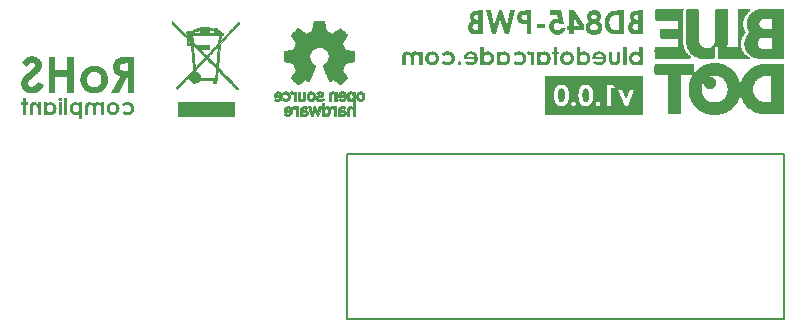
<source format=gbr>
%TF.GenerationSoftware,KiCad,Pcbnew,(6.99.0-4444-ge62463b52b)*%
%TF.CreationDate,2022-12-13T19:15:09+01:00*%
%TF.ProjectId,bd845-pwb,62643834-352d-4707-9762-2e6b69636164,rev?*%
%TF.SameCoordinates,Original*%
%TF.FileFunction,Legend,Bot*%
%TF.FilePolarity,Positive*%
%FSLAX46Y46*%
G04 Gerber Fmt 4.6, Leading zero omitted, Abs format (unit mm)*
G04 Created by KiCad (PCBNEW (6.99.0-4444-ge62463b52b)) date 2022-12-13 19:15:09*
%MOMM*%
%LPD*%
G01*
G04 APERTURE LIST*
%ADD10C,0.350000*%
%ADD11C,0.200000*%
%ADD12C,0.010000*%
G04 APERTURE END LIST*
D10*
G36*
X167964584Y-102850000D02*
G01*
X167387927Y-102850000D01*
X167387927Y-101536950D01*
X167333705Y-101536950D01*
X166651535Y-102850000D01*
X166021388Y-102850000D01*
X166738729Y-101473203D01*
X166703212Y-101460002D01*
X166668834Y-101446046D01*
X166635595Y-101431334D01*
X166603495Y-101415867D01*
X166572535Y-101399643D01*
X166542713Y-101382665D01*
X166514031Y-101364930D01*
X166486488Y-101346441D01*
X166460084Y-101327195D01*
X166434819Y-101307194D01*
X166410693Y-101286437D01*
X166387707Y-101264924D01*
X166365859Y-101242656D01*
X166345151Y-101219633D01*
X166325582Y-101195853D01*
X166307152Y-101171318D01*
X166289761Y-101146025D01*
X166273493Y-101119970D01*
X166258346Y-101093154D01*
X166244321Y-101065577D01*
X166231418Y-101037238D01*
X166219637Y-101008137D01*
X166208978Y-100978276D01*
X166199441Y-100947653D01*
X166191026Y-100916269D01*
X166183733Y-100884123D01*
X166177562Y-100851216D01*
X166172513Y-100817548D01*
X166168586Y-100783118D01*
X166165782Y-100747927D01*
X166164099Y-100711975D01*
X166163538Y-100675261D01*
X166163633Y-100668667D01*
X166721877Y-100668667D01*
X166721978Y-100678834D01*
X166723502Y-100708245D01*
X166728380Y-100744916D01*
X166736508Y-100778679D01*
X166747889Y-100809534D01*
X166762520Y-100837480D01*
X166780403Y-100862519D01*
X166801538Y-100884650D01*
X166825924Y-100903872D01*
X166832595Y-100908200D01*
X166862643Y-100924137D01*
X166898071Y-100937876D01*
X166928174Y-100946737D01*
X166961304Y-100954362D01*
X166997460Y-100960751D01*
X167036643Y-100965903D01*
X167078853Y-100969818D01*
X167108674Y-100971741D01*
X167139841Y-100973115D01*
X167172353Y-100973940D01*
X167206210Y-100974214D01*
X167387927Y-100974214D01*
X167387927Y-100364584D01*
X167228925Y-100364584D01*
X167186917Y-100364861D01*
X167147446Y-100365692D01*
X167110513Y-100367077D01*
X167076117Y-100369015D01*
X167044258Y-100371507D01*
X167005727Y-100375692D01*
X166971706Y-100380861D01*
X166942197Y-100387015D01*
X166911653Y-100396092D01*
X166900983Y-100400187D01*
X166870621Y-100414364D01*
X166842731Y-100431374D01*
X166817315Y-100451218D01*
X166794371Y-100473895D01*
X166773900Y-100499406D01*
X166764603Y-100513096D01*
X166748752Y-100541827D01*
X166736559Y-100572361D01*
X166728024Y-100604698D01*
X166723147Y-100638839D01*
X166721877Y-100668667D01*
X166163633Y-100668667D01*
X166164044Y-100640293D01*
X166165564Y-100605915D01*
X166168097Y-100572127D01*
X166171643Y-100538928D01*
X166176203Y-100506319D01*
X166181776Y-100474299D01*
X166188362Y-100442869D01*
X166195961Y-100412028D01*
X166204573Y-100381778D01*
X166214199Y-100352116D01*
X166224838Y-100323045D01*
X166236490Y-100294563D01*
X166249155Y-100266671D01*
X166262834Y-100239368D01*
X166277525Y-100212655D01*
X166293230Y-100186531D01*
X166301419Y-100173732D01*
X166318289Y-100148825D01*
X166335817Y-100124840D01*
X166363343Y-100090590D01*
X166392351Y-100058413D01*
X166422840Y-100028311D01*
X166454811Y-100000282D01*
X166488262Y-99974326D01*
X166523195Y-99950445D01*
X166559609Y-99928637D01*
X166597504Y-99908902D01*
X166636880Y-99891242D01*
X166664664Y-99880417D01*
X166694708Y-99870290D01*
X166727014Y-99860862D01*
X166761581Y-99852132D01*
X166798410Y-99844101D01*
X166837499Y-99836768D01*
X166878849Y-99830133D01*
X166922461Y-99824197D01*
X166968334Y-99818959D01*
X167016468Y-99814420D01*
X167066863Y-99810579D01*
X167119519Y-99807436D01*
X167174437Y-99804991D01*
X167231615Y-99803246D01*
X167261053Y-99802634D01*
X167291055Y-99802198D01*
X167321623Y-99801936D01*
X167352756Y-99801849D01*
X167964584Y-99801849D01*
X167964584Y-102850000D01*
G37*
G36*
X164631648Y-100553348D02*
G01*
X164685326Y-100556903D01*
X164738215Y-100562827D01*
X164790313Y-100571122D01*
X164841621Y-100581787D01*
X164892139Y-100594821D01*
X164941867Y-100610226D01*
X164990806Y-100628000D01*
X165038954Y-100648145D01*
X165086312Y-100670659D01*
X165132880Y-100695543D01*
X165178659Y-100722797D01*
X165223647Y-100752421D01*
X165267846Y-100784415D01*
X165311254Y-100818779D01*
X165353872Y-100855512D01*
X165377585Y-100877481D01*
X165400544Y-100899788D01*
X165422750Y-100922435D01*
X165444204Y-100945420D01*
X165464905Y-100968745D01*
X165484853Y-100992410D01*
X165504049Y-101016413D01*
X165522492Y-101040755D01*
X165540182Y-101065437D01*
X165557119Y-101090458D01*
X165573303Y-101115818D01*
X165588735Y-101141517D01*
X165603414Y-101167555D01*
X165617340Y-101193933D01*
X165630513Y-101220650D01*
X165642934Y-101247705D01*
X165654602Y-101275100D01*
X165665517Y-101302835D01*
X165675679Y-101330908D01*
X165685089Y-101359321D01*
X165693745Y-101388072D01*
X165701650Y-101417163D01*
X165708801Y-101446593D01*
X165715199Y-101476362D01*
X165720845Y-101506471D01*
X165725738Y-101536918D01*
X165729878Y-101567705D01*
X165733266Y-101598831D01*
X165735900Y-101630296D01*
X165737782Y-101662101D01*
X165738911Y-101694244D01*
X165739288Y-101726727D01*
X165738955Y-101757083D01*
X165737957Y-101787154D01*
X165736293Y-101816938D01*
X165733964Y-101846436D01*
X165730969Y-101875648D01*
X165722984Y-101933213D01*
X165712336Y-101989633D01*
X165699027Y-102044908D01*
X165683056Y-102099039D01*
X165664423Y-102152024D01*
X165643128Y-102203865D01*
X165619171Y-102254560D01*
X165592552Y-102304111D01*
X165563272Y-102352517D01*
X165531329Y-102399778D01*
X165496725Y-102445894D01*
X165459459Y-102490865D01*
X165439828Y-102512921D01*
X165419531Y-102534692D01*
X165398569Y-102556175D01*
X165377091Y-102577138D01*
X165355338Y-102597434D01*
X165333310Y-102617066D01*
X165288431Y-102654332D01*
X165242452Y-102688936D01*
X165195374Y-102720878D01*
X165147197Y-102750159D01*
X165097921Y-102776777D01*
X165047546Y-102800734D01*
X164996072Y-102822029D01*
X164943499Y-102840662D01*
X164889826Y-102856633D01*
X164835055Y-102869943D01*
X164779184Y-102880590D01*
X164722215Y-102888576D01*
X164664146Y-102893900D01*
X164634699Y-102895563D01*
X164604978Y-102896561D01*
X164574982Y-102896894D01*
X164534258Y-102896290D01*
X164493970Y-102894478D01*
X164454116Y-102891459D01*
X164414698Y-102887231D01*
X164375714Y-102881796D01*
X164337166Y-102875153D01*
X164299053Y-102867302D01*
X164261374Y-102858243D01*
X164224131Y-102847976D01*
X164187323Y-102836501D01*
X164150950Y-102823819D01*
X164115012Y-102809928D01*
X164079509Y-102794830D01*
X164044441Y-102778524D01*
X164009808Y-102761010D01*
X163975610Y-102742288D01*
X163941988Y-102722493D01*
X163909264Y-102701759D01*
X163877439Y-102680087D01*
X163846512Y-102657475D01*
X163816485Y-102633925D01*
X163787356Y-102609436D01*
X163759126Y-102584008D01*
X163731795Y-102557641D01*
X163705362Y-102530335D01*
X163679828Y-102502091D01*
X163655193Y-102472908D01*
X163631457Y-102442786D01*
X163608619Y-102411725D01*
X163586680Y-102379725D01*
X163565640Y-102346787D01*
X163545498Y-102312909D01*
X163526422Y-102278403D01*
X163508576Y-102243575D01*
X163491961Y-102208427D01*
X163476576Y-102172958D01*
X163462422Y-102137169D01*
X163449500Y-102101059D01*
X163437807Y-102064629D01*
X163427346Y-102027878D01*
X163418115Y-101990807D01*
X163410115Y-101953415D01*
X163403346Y-101915702D01*
X163397808Y-101877669D01*
X163393500Y-101839315D01*
X163390423Y-101800641D01*
X163388577Y-101761646D01*
X163387962Y-101722330D01*
X163387973Y-101721598D01*
X163956559Y-101721598D01*
X163957243Y-101757455D01*
X163959295Y-101792489D01*
X163962716Y-101826698D01*
X163967504Y-101860083D01*
X163973661Y-101892644D01*
X163981186Y-101924380D01*
X163990079Y-101955292D01*
X164000340Y-101985380D01*
X164011969Y-102014643D01*
X164024966Y-102043082D01*
X164039332Y-102070697D01*
X164055065Y-102097487D01*
X164072167Y-102123453D01*
X164090637Y-102148595D01*
X164110475Y-102172913D01*
X164131681Y-102196406D01*
X164153918Y-102218765D01*
X164176847Y-102239682D01*
X164200469Y-102259157D01*
X164224784Y-102277189D01*
X164249791Y-102293778D01*
X164275491Y-102308925D01*
X164301883Y-102322630D01*
X164328968Y-102334891D01*
X164356746Y-102345711D01*
X164385217Y-102355087D01*
X164414380Y-102363021D01*
X164444236Y-102369513D01*
X164474784Y-102374562D01*
X164506025Y-102378168D01*
X164537959Y-102380332D01*
X164570586Y-102381053D01*
X164603201Y-102380341D01*
X164635100Y-102378202D01*
X164666284Y-102374639D01*
X164696752Y-102369650D01*
X164726505Y-102363236D01*
X164755542Y-102355396D01*
X164783864Y-102346131D01*
X164811470Y-102335441D01*
X164838361Y-102323325D01*
X164864536Y-102309784D01*
X164889995Y-102294817D01*
X164914739Y-102278425D01*
X164938767Y-102260608D01*
X164962080Y-102241365D01*
X164984677Y-102220697D01*
X165006559Y-102198604D01*
X165027410Y-102175360D01*
X165046916Y-102151240D01*
X165065077Y-102126244D01*
X165081893Y-102100372D01*
X165097363Y-102073625D01*
X165111488Y-102046002D01*
X165124268Y-102017503D01*
X165135703Y-101988128D01*
X165145792Y-101957877D01*
X165154536Y-101926750D01*
X165161935Y-101894748D01*
X165167988Y-101861869D01*
X165172697Y-101828115D01*
X165176060Y-101793485D01*
X165178078Y-101757979D01*
X165178750Y-101721598D01*
X165178072Y-101686189D01*
X165176037Y-101651588D01*
X165172645Y-101617793D01*
X165167897Y-101584806D01*
X165161792Y-101552626D01*
X165154330Y-101521254D01*
X165145511Y-101490688D01*
X165135336Y-101460929D01*
X165123804Y-101431978D01*
X165110916Y-101403834D01*
X165096670Y-101376497D01*
X165081068Y-101349967D01*
X165064110Y-101324244D01*
X165045794Y-101299328D01*
X165026122Y-101275220D01*
X165005094Y-101251919D01*
X164982952Y-101229648D01*
X164960122Y-101208814D01*
X164936606Y-101189416D01*
X164912404Y-101171456D01*
X164887514Y-101154932D01*
X164861937Y-101139845D01*
X164835673Y-101126195D01*
X164808722Y-101113982D01*
X164781085Y-101103206D01*
X164752760Y-101093867D01*
X164723749Y-101085964D01*
X164694050Y-101079498D01*
X164663665Y-101074469D01*
X164632593Y-101070877D01*
X164600834Y-101068722D01*
X164568387Y-101068004D01*
X164535329Y-101068714D01*
X164503014Y-101070843D01*
X164471444Y-101074392D01*
X164440618Y-101079361D01*
X164410536Y-101085749D01*
X164381198Y-101093558D01*
X164352605Y-101102785D01*
X164324755Y-101113433D01*
X164297650Y-101125500D01*
X164271289Y-101138987D01*
X164245672Y-101153893D01*
X164220799Y-101170219D01*
X164196671Y-101187965D01*
X164173287Y-101207131D01*
X164150646Y-101227716D01*
X164128750Y-101249720D01*
X164107899Y-101272773D01*
X164088393Y-101296684D01*
X164070232Y-101321453D01*
X164053417Y-101347082D01*
X164037946Y-101373569D01*
X164023821Y-101400914D01*
X164011042Y-101429119D01*
X163999607Y-101458182D01*
X163989518Y-101488103D01*
X163980774Y-101518884D01*
X163973375Y-101550523D01*
X163967321Y-101583020D01*
X163962613Y-101616377D01*
X163959250Y-101650592D01*
X163957232Y-101685665D01*
X163956559Y-101721598D01*
X163387973Y-101721598D01*
X163388574Y-101683298D01*
X163390412Y-101644604D01*
X163393474Y-101606247D01*
X163397762Y-101568228D01*
X163403275Y-101530547D01*
X163410012Y-101493204D01*
X163417975Y-101456198D01*
X163427163Y-101419530D01*
X163437576Y-101383200D01*
X163449213Y-101347208D01*
X163462076Y-101311553D01*
X163476164Y-101276236D01*
X163491477Y-101241257D01*
X163508015Y-101206615D01*
X163525778Y-101172312D01*
X163544766Y-101138346D01*
X163564758Y-101104989D01*
X163585718Y-101072515D01*
X163607646Y-101040921D01*
X163630541Y-101010210D01*
X163654403Y-100980380D01*
X163679233Y-100951431D01*
X163705030Y-100923364D01*
X163731795Y-100896179D01*
X163759527Y-100869875D01*
X163788226Y-100844453D01*
X163817893Y-100819912D01*
X163848528Y-100796253D01*
X163880129Y-100773475D01*
X163912698Y-100751579D01*
X163946235Y-100730565D01*
X163980739Y-100710432D01*
X164015784Y-100691267D01*
X164051127Y-100673338D01*
X164086767Y-100656645D01*
X164122705Y-100641189D01*
X164158941Y-100626970D01*
X164195474Y-100613987D01*
X164232306Y-100602240D01*
X164269434Y-100591730D01*
X164306861Y-100582457D01*
X164344585Y-100574419D01*
X164382606Y-100567619D01*
X164420926Y-100562055D01*
X164459543Y-100557727D01*
X164498458Y-100554636D01*
X164537670Y-100552781D01*
X164577180Y-100552163D01*
X164631648Y-100553348D01*
G37*
G36*
X162882379Y-99801849D02*
G01*
X162297662Y-99801849D01*
X162297662Y-100927320D01*
X161283565Y-100927320D01*
X161283565Y-99801849D01*
X160700314Y-99801849D01*
X160700314Y-102850000D01*
X161283565Y-102850000D01*
X161283565Y-101490055D01*
X162297662Y-101490055D01*
X162297662Y-102850000D01*
X162882379Y-102850000D01*
X162882379Y-99801849D01*
G37*
G36*
X158436915Y-100257606D02*
G01*
X158863363Y-100645952D01*
X158891510Y-100606202D01*
X158919714Y-100569016D01*
X158947976Y-100534394D01*
X158976295Y-100502337D01*
X159004671Y-100472845D01*
X159033104Y-100445917D01*
X159061595Y-100421554D01*
X159090143Y-100399755D01*
X159118748Y-100380521D01*
X159147410Y-100363852D01*
X159176129Y-100349747D01*
X159204906Y-100338206D01*
X159233740Y-100329230D01*
X159262631Y-100322819D01*
X159306076Y-100318010D01*
X159320586Y-100317690D01*
X159355075Y-100319157D01*
X159387562Y-100323557D01*
X159418044Y-100330892D01*
X159446523Y-100341160D01*
X159472999Y-100354362D01*
X159497471Y-100370498D01*
X159506699Y-100377773D01*
X159531102Y-100400571D01*
X159550456Y-100424450D01*
X159566655Y-100453677D01*
X159575982Y-100484377D01*
X159578506Y-100511863D01*
X159576052Y-100544175D01*
X159568689Y-100575716D01*
X159556417Y-100606486D01*
X159541991Y-100632246D01*
X159527215Y-100653279D01*
X159505222Y-100678639D01*
X159482942Y-100701851D01*
X159455703Y-100728656D01*
X159423505Y-100759055D01*
X159399285Y-100781317D01*
X159372861Y-100805177D01*
X159344233Y-100830633D01*
X159313401Y-100857687D01*
X159280365Y-100886338D01*
X159245125Y-100916586D01*
X159207682Y-100948431D01*
X159168034Y-100981873D01*
X159126183Y-101016912D01*
X159104431Y-101035031D01*
X159064231Y-101068047D01*
X159026063Y-101099500D01*
X158989928Y-101129390D01*
X158955824Y-101157717D01*
X158923753Y-101184482D01*
X158893714Y-101209684D01*
X158865707Y-101233323D01*
X158839733Y-101255399D01*
X158815790Y-101275913D01*
X158783687Y-101303753D01*
X158756156Y-101328077D01*
X158733197Y-101348884D01*
X158709698Y-101371158D01*
X158705094Y-101375750D01*
X158683601Y-101397400D01*
X158662905Y-101418935D01*
X158633351Y-101451023D01*
X158605589Y-101482854D01*
X158579616Y-101514427D01*
X158555434Y-101545743D01*
X158533042Y-101576801D01*
X158512440Y-101607601D01*
X158493629Y-101638144D01*
X158476608Y-101668429D01*
X158461378Y-101698456D01*
X158456699Y-101708408D01*
X158443604Y-101738348D01*
X158431797Y-101768816D01*
X158421279Y-101799811D01*
X158412048Y-101831335D01*
X158404105Y-101863387D01*
X158397451Y-101895967D01*
X158392084Y-101929075D01*
X158388005Y-101962711D01*
X158385215Y-101996875D01*
X158383712Y-102031567D01*
X158383426Y-102054989D01*
X158384433Y-102100109D01*
X158387456Y-102144245D01*
X158392493Y-102187395D01*
X158399546Y-102229562D01*
X158408613Y-102270743D01*
X158419696Y-102310940D01*
X158432793Y-102350153D01*
X158447906Y-102388381D01*
X158465034Y-102425624D01*
X158484176Y-102461882D01*
X158505334Y-102497156D01*
X158528506Y-102531446D01*
X158553694Y-102564751D01*
X158580896Y-102597071D01*
X158610114Y-102628406D01*
X158641346Y-102658757D01*
X158674110Y-102687594D01*
X158708105Y-102714571D01*
X158743330Y-102739687D01*
X158779786Y-102762942D01*
X158817473Y-102784337D01*
X158856391Y-102803872D01*
X158896539Y-102821546D01*
X158937918Y-102837360D01*
X158980528Y-102851313D01*
X159024369Y-102863406D01*
X159069440Y-102873639D01*
X159115742Y-102882011D01*
X159163275Y-102888522D01*
X159212039Y-102893173D01*
X159262033Y-102895964D01*
X159313258Y-102896894D01*
X159353327Y-102896253D01*
X159392748Y-102894330D01*
X159431523Y-102891124D01*
X159469650Y-102886636D01*
X159507131Y-102880866D01*
X159543965Y-102873813D01*
X159580152Y-102865478D01*
X159615692Y-102855861D01*
X159650585Y-102844962D01*
X159684832Y-102832780D01*
X159718432Y-102819316D01*
X159751384Y-102804570D01*
X159783690Y-102788542D01*
X159815349Y-102771231D01*
X159846361Y-102752638D01*
X159876727Y-102732763D01*
X159906497Y-102711422D01*
X159935723Y-102688616D01*
X159964405Y-102664344D01*
X159992544Y-102638607D01*
X160020138Y-102611405D01*
X160047189Y-102582737D01*
X160073696Y-102552603D01*
X160099659Y-102521004D01*
X160125079Y-102487940D01*
X160149954Y-102453410D01*
X160174286Y-102417415D01*
X160198074Y-102379954D01*
X160221318Y-102341028D01*
X160244018Y-102300636D01*
X160266175Y-102258779D01*
X160287787Y-102215457D01*
X159803454Y-101912107D01*
X159789742Y-101938073D01*
X159761927Y-101987532D01*
X159733591Y-102033694D01*
X159704734Y-102076559D01*
X159675356Y-102116126D01*
X159645457Y-102152396D01*
X159615037Y-102185369D01*
X159584097Y-102215044D01*
X159552635Y-102241423D01*
X159520653Y-102264504D01*
X159488149Y-102284287D01*
X159455125Y-102300774D01*
X159421580Y-102313963D01*
X159387514Y-102323855D01*
X159352927Y-102330449D01*
X159317819Y-102333746D01*
X159300069Y-102334159D01*
X159263799Y-102332842D01*
X159228995Y-102328892D01*
X159195655Y-102322309D01*
X159163782Y-102313093D01*
X159133374Y-102301243D01*
X159104431Y-102286760D01*
X159076953Y-102269644D01*
X159050942Y-102249895D01*
X159027242Y-102228234D01*
X159006703Y-102205748D01*
X158985473Y-102176482D01*
X158969179Y-102145928D01*
X158957824Y-102114085D01*
X158951405Y-102080955D01*
X158949825Y-102053524D01*
X158951685Y-102022154D01*
X158957267Y-101990784D01*
X158966569Y-101959414D01*
X158979592Y-101928044D01*
X158996336Y-101896674D01*
X159012410Y-101871578D01*
X159026029Y-101852756D01*
X159047953Y-101825805D01*
X159068169Y-101803398D01*
X159091617Y-101779111D01*
X159118298Y-101752943D01*
X159148211Y-101724895D01*
X159169950Y-101705151D01*
X159193125Y-101684572D01*
X159217738Y-101663157D01*
X159243787Y-101640906D01*
X159271272Y-101617819D01*
X159300195Y-101593897D01*
X159330555Y-101569138D01*
X159362351Y-101543545D01*
X159392921Y-101519037D01*
X159422807Y-101494881D01*
X159452009Y-101471077D01*
X159480527Y-101447626D01*
X159508360Y-101424526D01*
X159535510Y-101401779D01*
X159561975Y-101379383D01*
X159587757Y-101357340D01*
X159612854Y-101335649D01*
X159637268Y-101314309D01*
X159660997Y-101293322D01*
X159684042Y-101272687D01*
X159706403Y-101252404D01*
X159728080Y-101232473D01*
X159769382Y-101193667D01*
X159807947Y-101156269D01*
X159843777Y-101120279D01*
X159876870Y-101085698D01*
X159907226Y-101052525D01*
X159934847Y-101020760D01*
X159959731Y-100990403D01*
X159981879Y-100961455D01*
X160001290Y-100933914D01*
X160018770Y-100907081D01*
X160035122Y-100880253D01*
X160050346Y-100853432D01*
X160064443Y-100826615D01*
X160077411Y-100799805D01*
X160094750Y-100759600D01*
X160109551Y-100719408D01*
X160121815Y-100679229D01*
X160131542Y-100639063D01*
X160138731Y-100598909D01*
X160143383Y-100558769D01*
X160145497Y-100518641D01*
X160145638Y-100505268D01*
X160144702Y-100467052D01*
X160141894Y-100429522D01*
X160137215Y-100392680D01*
X160130663Y-100356524D01*
X160122239Y-100321056D01*
X160111944Y-100286274D01*
X160099777Y-100252179D01*
X160085737Y-100218771D01*
X160069826Y-100186050D01*
X160052043Y-100154016D01*
X160032389Y-100122669D01*
X160010862Y-100092009D01*
X159987463Y-100062036D01*
X159962193Y-100032750D01*
X159935050Y-100004151D01*
X159906036Y-99976238D01*
X159875556Y-99949442D01*
X159844200Y-99924375D01*
X159811969Y-99901036D01*
X159778862Y-99879426D01*
X159744878Y-99859545D01*
X159710019Y-99841393D01*
X159674285Y-99824970D01*
X159637674Y-99810275D01*
X159600187Y-99797309D01*
X159561825Y-99786072D01*
X159522587Y-99776564D01*
X159482473Y-99768784D01*
X159441483Y-99762734D01*
X159399617Y-99758412D01*
X159356876Y-99755819D01*
X159313258Y-99754954D01*
X159270862Y-99755907D01*
X159228852Y-99758767D01*
X159187228Y-99763532D01*
X159145990Y-99770204D01*
X159105139Y-99778782D01*
X159064675Y-99789266D01*
X159024596Y-99801657D01*
X158984904Y-99815954D01*
X158945599Y-99832157D01*
X158906680Y-99850266D01*
X158880949Y-99863398D01*
X158855171Y-99877560D01*
X158829131Y-99893119D01*
X158802827Y-99910075D01*
X158776260Y-99928428D01*
X158749430Y-99948177D01*
X158722336Y-99969323D01*
X158694979Y-99991866D01*
X158667358Y-100015806D01*
X158639474Y-100041142D01*
X158611327Y-100067875D01*
X158582917Y-100096005D01*
X158554243Y-100125532D01*
X158525306Y-100156455D01*
X158496106Y-100188775D01*
X158466642Y-100222492D01*
X158436915Y-100257606D01*
G37*
G36*
X166883217Y-103872537D02*
G01*
X167101374Y-103989822D01*
X167112903Y-103978612D01*
X167124407Y-103968064D01*
X167135887Y-103958176D01*
X167147344Y-103948950D01*
X167158776Y-103940385D01*
X167170184Y-103932481D01*
X167185358Y-103922970D01*
X167200489Y-103914636D01*
X167215577Y-103907476D01*
X167223105Y-103904337D01*
X167238471Y-103898727D01*
X167254478Y-103893865D01*
X167271126Y-103889751D01*
X167288415Y-103886385D01*
X167306346Y-103883767D01*
X167320214Y-103882295D01*
X167334444Y-103881243D01*
X167349034Y-103880612D01*
X167363984Y-103880401D01*
X167382144Y-103880743D01*
X167399866Y-103881769D01*
X167417150Y-103883479D01*
X167433996Y-103885872D01*
X167450404Y-103888950D01*
X167466374Y-103892711D01*
X167481905Y-103897157D01*
X167496999Y-103902286D01*
X167511654Y-103908099D01*
X167525871Y-103914595D01*
X167539650Y-103921776D01*
X167552991Y-103929641D01*
X167565894Y-103938189D01*
X167578359Y-103947422D01*
X167590386Y-103957338D01*
X167601974Y-103967938D01*
X167612989Y-103979071D01*
X167623292Y-103990586D01*
X167632885Y-104002483D01*
X167641768Y-104014762D01*
X167649939Y-104027424D01*
X167657401Y-104040467D01*
X167664151Y-104053892D01*
X167670191Y-104067699D01*
X167675521Y-104081888D01*
X167680140Y-104096459D01*
X167684048Y-104111413D01*
X167687246Y-104126748D01*
X167689733Y-104142465D01*
X167691509Y-104158564D01*
X167692575Y-104175046D01*
X167692930Y-104191909D01*
X167692588Y-104208345D01*
X167691563Y-104224398D01*
X167689853Y-104240070D01*
X167687459Y-104255360D01*
X167684382Y-104270268D01*
X167680621Y-104284794D01*
X167676175Y-104298937D01*
X167671046Y-104312699D01*
X167665233Y-104326079D01*
X167658736Y-104339077D01*
X167651556Y-104351692D01*
X167643691Y-104363926D01*
X167635143Y-104375778D01*
X167625910Y-104387247D01*
X167615994Y-104398335D01*
X167605394Y-104409041D01*
X167594238Y-104419227D01*
X167582655Y-104428756D01*
X167570644Y-104437627D01*
X167558206Y-104445842D01*
X167545341Y-104453399D01*
X167532048Y-104460300D01*
X167518327Y-104466543D01*
X167504180Y-104472129D01*
X167489604Y-104477057D01*
X167474602Y-104481329D01*
X167459172Y-104484943D01*
X167443314Y-104487901D01*
X167427029Y-104490201D01*
X167410317Y-104491844D01*
X167393177Y-104492829D01*
X167375610Y-104493158D01*
X167353902Y-104492730D01*
X167332803Y-104491448D01*
X167312314Y-104489311D01*
X167292433Y-104486319D01*
X167273162Y-104482472D01*
X167254499Y-104477771D01*
X167236446Y-104472214D01*
X167219002Y-104465803D01*
X167202166Y-104458536D01*
X167185940Y-104450415D01*
X167170323Y-104441439D01*
X167155315Y-104431609D01*
X167140916Y-104420923D01*
X167127127Y-104409383D01*
X167113946Y-104396987D01*
X167101374Y-104383737D01*
X166894501Y-104521197D01*
X166905151Y-104534282D01*
X166916072Y-104546952D01*
X166927265Y-104559206D01*
X166938728Y-104571045D01*
X166950463Y-104582469D01*
X166962469Y-104593477D01*
X166974746Y-104604070D01*
X166987295Y-104614247D01*
X167000114Y-104624009D01*
X167013204Y-104633356D01*
X167026566Y-104642287D01*
X167040199Y-104650803D01*
X167054103Y-104658903D01*
X167068278Y-104666588D01*
X167082724Y-104673858D01*
X167097442Y-104680712D01*
X167112431Y-104687151D01*
X167127690Y-104693174D01*
X167143221Y-104698782D01*
X167159023Y-104703975D01*
X167175096Y-104708752D01*
X167191441Y-104713113D01*
X167208056Y-104717060D01*
X167224943Y-104720591D01*
X167242101Y-104723706D01*
X167259529Y-104726406D01*
X167277230Y-104728691D01*
X167295201Y-104730560D01*
X167313443Y-104732014D01*
X167331957Y-104733053D01*
X167350741Y-104733676D01*
X167369797Y-104733884D01*
X167386927Y-104733725D01*
X167403823Y-104733249D01*
X167420485Y-104732456D01*
X167436914Y-104731346D01*
X167453108Y-104729918D01*
X167469069Y-104728174D01*
X167484796Y-104726112D01*
X167500290Y-104723732D01*
X167515550Y-104721036D01*
X167530576Y-104718022D01*
X167545368Y-104714691D01*
X167559926Y-104711043D01*
X167574251Y-104707078D01*
X167588342Y-104702795D01*
X167602199Y-104698195D01*
X167615823Y-104693278D01*
X167629213Y-104688044D01*
X167642369Y-104682492D01*
X167655291Y-104676624D01*
X167667979Y-104670438D01*
X167680434Y-104663935D01*
X167692655Y-104657114D01*
X167704643Y-104649976D01*
X167716396Y-104642522D01*
X167727916Y-104634749D01*
X167739202Y-104626660D01*
X167750254Y-104618254D01*
X167761073Y-104609530D01*
X167771657Y-104600489D01*
X167782008Y-104591130D01*
X167792126Y-104581455D01*
X167802009Y-104571462D01*
X167811623Y-104561235D01*
X167820932Y-104550900D01*
X167829936Y-104540457D01*
X167847027Y-104519246D01*
X167862898Y-104497602D01*
X167877548Y-104475526D01*
X167890977Y-104453017D01*
X167903186Y-104430075D01*
X167914173Y-104406700D01*
X167923940Y-104382892D01*
X167932486Y-104358652D01*
X167939811Y-104333979D01*
X167945915Y-104308873D01*
X167950798Y-104283334D01*
X167954461Y-104257363D01*
X167956902Y-104230959D01*
X167958123Y-104204122D01*
X167958276Y-104190541D01*
X167957979Y-104171742D01*
X167957090Y-104153131D01*
X167955607Y-104134706D01*
X167953531Y-104116468D01*
X167950863Y-104098418D01*
X167947601Y-104080554D01*
X167943746Y-104062877D01*
X167939298Y-104045387D01*
X167934257Y-104028085D01*
X167928623Y-104010969D01*
X167922396Y-103994040D01*
X167915576Y-103977299D01*
X167908163Y-103960744D01*
X167900157Y-103944376D01*
X167891557Y-103928196D01*
X167882365Y-103912202D01*
X167872641Y-103896515D01*
X167862447Y-103881256D01*
X167851783Y-103866425D01*
X167840648Y-103852020D01*
X167829044Y-103838044D01*
X167816969Y-103824494D01*
X167804424Y-103811372D01*
X167791409Y-103798678D01*
X167777924Y-103786411D01*
X167763968Y-103774571D01*
X167749543Y-103763159D01*
X167734647Y-103752174D01*
X167719281Y-103741617D01*
X167703445Y-103731487D01*
X167687139Y-103721784D01*
X167670362Y-103712509D01*
X167653225Y-103703689D01*
X167635837Y-103695439D01*
X167618198Y-103687757D01*
X167600307Y-103680644D01*
X167582166Y-103674101D01*
X167563773Y-103668126D01*
X167545130Y-103662721D01*
X167526235Y-103657884D01*
X167507089Y-103653616D01*
X167487692Y-103649918D01*
X167468043Y-103646788D01*
X167448144Y-103644228D01*
X167427994Y-103642236D01*
X167407592Y-103640814D01*
X167386940Y-103639960D01*
X167366036Y-103639676D01*
X167346671Y-103639912D01*
X167327557Y-103640621D01*
X167308694Y-103641803D01*
X167290082Y-103643458D01*
X167271722Y-103645586D01*
X167253612Y-103648187D01*
X167235754Y-103651260D01*
X167218147Y-103654807D01*
X167200791Y-103658826D01*
X167183686Y-103663318D01*
X167166832Y-103668282D01*
X167150229Y-103673720D01*
X167133877Y-103679631D01*
X167117777Y-103686014D01*
X167101927Y-103692870D01*
X167086329Y-103700199D01*
X167070990Y-103707965D01*
X167056003Y-103716131D01*
X167041369Y-103724699D01*
X167027088Y-103733666D01*
X167013159Y-103743035D01*
X166999583Y-103752804D01*
X166986360Y-103762974D01*
X166973489Y-103773545D01*
X166960970Y-103784517D01*
X166948805Y-103795889D01*
X166936992Y-103807662D01*
X166925532Y-103819835D01*
X166914424Y-103832410D01*
X166903669Y-103845385D01*
X166893266Y-103858760D01*
X166883217Y-103872537D01*
G37*
G36*
X166187142Y-103640229D02*
G01*
X166212191Y-103641888D01*
X166236872Y-103644653D01*
X166261185Y-103648523D01*
X166285129Y-103653500D01*
X166308704Y-103659583D01*
X166331910Y-103666772D01*
X166354748Y-103675066D01*
X166377217Y-103684467D01*
X166399318Y-103694974D01*
X166421050Y-103706586D01*
X166442413Y-103719305D01*
X166463408Y-103733130D01*
X166484034Y-103748060D01*
X166504291Y-103764096D01*
X166524180Y-103781239D01*
X166535245Y-103791491D01*
X166545960Y-103801901D01*
X166556323Y-103812469D01*
X166566334Y-103823196D01*
X166575995Y-103834081D01*
X166585304Y-103845124D01*
X166594262Y-103856326D01*
X166602868Y-103867686D01*
X166611124Y-103879204D01*
X166619028Y-103890880D01*
X166626581Y-103902715D01*
X166633782Y-103914708D01*
X166640632Y-103926859D01*
X166647131Y-103939168D01*
X166653279Y-103951636D01*
X166659075Y-103964262D01*
X166664520Y-103977047D01*
X166669614Y-103989989D01*
X166674356Y-104003090D01*
X166678747Y-104016349D01*
X166682787Y-104029767D01*
X166686475Y-104043343D01*
X166689813Y-104057077D01*
X166692799Y-104070969D01*
X166695433Y-104085019D01*
X166697717Y-104099228D01*
X166699649Y-104113596D01*
X166701230Y-104128121D01*
X166702459Y-104142805D01*
X166703337Y-104157647D01*
X166703864Y-104172647D01*
X166704040Y-104187806D01*
X166703885Y-104201972D01*
X166703419Y-104216005D01*
X166702642Y-104229904D01*
X166701556Y-104243670D01*
X166700158Y-104257302D01*
X166696431Y-104284166D01*
X166691463Y-104310495D01*
X166685252Y-104336290D01*
X166677798Y-104361551D01*
X166669103Y-104386278D01*
X166659165Y-104410470D01*
X166647986Y-104434128D01*
X166635563Y-104457252D01*
X166621899Y-104479841D01*
X166606993Y-104501896D01*
X166590844Y-104523417D01*
X166573453Y-104544403D01*
X166564292Y-104554696D01*
X166554820Y-104564856D01*
X166545038Y-104574882D01*
X166535015Y-104584664D01*
X166524863Y-104594136D01*
X166514584Y-104603297D01*
X166493640Y-104620688D01*
X166472183Y-104636836D01*
X166450214Y-104651743D01*
X166427731Y-104665407D01*
X166404736Y-104677829D01*
X166381227Y-104689009D01*
X166357206Y-104698947D01*
X166332672Y-104707642D01*
X166307625Y-104715095D01*
X166282065Y-104721306D01*
X166255992Y-104726275D01*
X166229406Y-104730002D01*
X166202307Y-104732486D01*
X166188565Y-104733263D01*
X166174696Y-104733728D01*
X166160697Y-104733884D01*
X166141693Y-104733602D01*
X166122892Y-104732756D01*
X166104293Y-104731347D01*
X166085898Y-104729374D01*
X166067706Y-104726838D01*
X166049716Y-104723738D01*
X166031930Y-104720074D01*
X166014347Y-104715846D01*
X165996967Y-104711055D01*
X165979790Y-104705700D01*
X165962816Y-104699782D01*
X165946045Y-104693300D01*
X165929476Y-104686254D01*
X165913111Y-104678644D01*
X165896949Y-104670471D01*
X165880990Y-104661734D01*
X165865300Y-104652497D01*
X165850029Y-104642821D01*
X165835177Y-104632707D01*
X165820745Y-104622155D01*
X165806732Y-104611165D01*
X165793139Y-104599736D01*
X165779965Y-104587870D01*
X165767210Y-104575565D01*
X165754875Y-104562823D01*
X165742959Y-104549642D01*
X165731462Y-104536023D01*
X165720385Y-104521966D01*
X165709728Y-104507471D01*
X165699490Y-104492538D01*
X165689671Y-104477167D01*
X165680272Y-104461357D01*
X165671369Y-104445254D01*
X165663041Y-104429001D01*
X165655287Y-104412599D01*
X165648108Y-104396047D01*
X165641503Y-104379345D01*
X165635472Y-104362494D01*
X165630016Y-104345493D01*
X165625134Y-104328343D01*
X165620826Y-104311043D01*
X165617093Y-104293593D01*
X165613934Y-104275994D01*
X165611349Y-104258245D01*
X165609339Y-104240347D01*
X165607903Y-104222299D01*
X165607042Y-104204101D01*
X165606755Y-104185754D01*
X165606760Y-104185412D01*
X165872100Y-104185412D01*
X165872419Y-104202146D01*
X165873377Y-104218495D01*
X165874973Y-104234459D01*
X165877208Y-104250039D01*
X165880081Y-104265234D01*
X165883592Y-104280044D01*
X165887742Y-104294469D01*
X165892531Y-104308510D01*
X165897958Y-104322167D01*
X165904023Y-104335438D01*
X165910727Y-104348325D01*
X165918070Y-104360827D01*
X165926050Y-104372945D01*
X165934670Y-104384677D01*
X165943927Y-104396026D01*
X165953824Y-104406989D01*
X165964201Y-104417424D01*
X165974901Y-104427185D01*
X165985925Y-104436273D01*
X165997271Y-104444688D01*
X166008941Y-104452430D01*
X166020935Y-104459498D01*
X166033251Y-104465894D01*
X166045891Y-104471616D01*
X166058854Y-104476665D01*
X166072140Y-104481040D01*
X166085750Y-104484743D01*
X166099682Y-104487772D01*
X166113938Y-104490129D01*
X166128518Y-104491812D01*
X166143420Y-104492821D01*
X166158646Y-104493158D01*
X166173866Y-104492825D01*
X166188752Y-104491828D01*
X166203305Y-104490165D01*
X166217523Y-104487836D01*
X166231408Y-104484843D01*
X166244959Y-104481185D01*
X166258176Y-104476861D01*
X166271058Y-104471872D01*
X166283607Y-104466218D01*
X166295822Y-104459899D01*
X166307703Y-104452915D01*
X166319251Y-104445265D01*
X166330464Y-104436950D01*
X166341343Y-104427970D01*
X166351889Y-104418325D01*
X166362100Y-104408015D01*
X166371831Y-104397168D01*
X166380933Y-104385912D01*
X166389408Y-104374247D01*
X166397256Y-104362174D01*
X166404475Y-104349691D01*
X166411067Y-104336801D01*
X166417031Y-104323501D01*
X166422367Y-104309793D01*
X166427075Y-104295676D01*
X166431156Y-104281150D01*
X166434609Y-104266215D01*
X166437434Y-104250872D01*
X166439631Y-104235120D01*
X166441200Y-104218959D01*
X166442142Y-104202390D01*
X166442456Y-104185412D01*
X166442139Y-104168888D01*
X166441190Y-104152741D01*
X166439607Y-104136970D01*
X166437391Y-104121576D01*
X166434542Y-104106559D01*
X166431060Y-104091918D01*
X166426944Y-104077654D01*
X166422196Y-104063767D01*
X166416814Y-104050256D01*
X166410800Y-104037122D01*
X166404152Y-104024365D01*
X166396871Y-104011984D01*
X166388957Y-103999980D01*
X166380410Y-103988353D01*
X166371230Y-103977102D01*
X166361416Y-103966228D01*
X166351083Y-103955835D01*
X166340430Y-103946113D01*
X166329455Y-103937061D01*
X166318161Y-103928679D01*
X166306545Y-103920968D01*
X166294610Y-103913928D01*
X166282353Y-103907558D01*
X166269776Y-103901858D01*
X166256879Y-103896829D01*
X166243661Y-103892471D01*
X166230122Y-103888783D01*
X166216263Y-103885766D01*
X166202083Y-103883419D01*
X166187582Y-103881742D01*
X166172761Y-103880737D01*
X166157620Y-103880401D01*
X166142193Y-103880733D01*
X166127112Y-103881726D01*
X166112380Y-103883383D01*
X166097994Y-103885702D01*
X166083956Y-103888683D01*
X166070265Y-103892327D01*
X166056921Y-103896633D01*
X166043925Y-103901602D01*
X166031276Y-103907233D01*
X166018974Y-103913527D01*
X166007019Y-103920483D01*
X165995412Y-103928102D01*
X165984152Y-103936383D01*
X165973239Y-103945327D01*
X165962674Y-103954934D01*
X165952456Y-103965203D01*
X165942725Y-103975960D01*
X165933622Y-103987119D01*
X165925147Y-103998678D01*
X165917300Y-104010638D01*
X165910081Y-104022998D01*
X165903489Y-104035760D01*
X165897525Y-104048922D01*
X165892189Y-104062484D01*
X165887481Y-104076448D01*
X165883400Y-104090812D01*
X165879947Y-104105577D01*
X165877122Y-104120743D01*
X165874925Y-104136309D01*
X165873356Y-104152276D01*
X165872414Y-104168644D01*
X165872100Y-104185412D01*
X165606760Y-104185412D01*
X165607040Y-104167539D01*
X165607898Y-104149482D01*
X165609327Y-104131582D01*
X165611328Y-104113840D01*
X165613901Y-104096255D01*
X165617045Y-104078828D01*
X165620761Y-104061559D01*
X165625048Y-104044447D01*
X165629908Y-104027493D01*
X165635339Y-104010697D01*
X165641341Y-103994058D01*
X165647916Y-103977577D01*
X165655062Y-103961253D01*
X165662779Y-103945087D01*
X165671069Y-103929078D01*
X165679930Y-103913228D01*
X165689260Y-103897661D01*
X165699041Y-103882507D01*
X165709274Y-103867763D01*
X165719958Y-103853431D01*
X165731094Y-103839510D01*
X165742681Y-103826001D01*
X165754720Y-103812903D01*
X165767210Y-103800217D01*
X165780152Y-103787941D01*
X165793545Y-103776078D01*
X165807389Y-103764625D01*
X165821685Y-103753584D01*
X165836433Y-103742955D01*
X165851632Y-103732737D01*
X165867282Y-103722930D01*
X165883384Y-103713535D01*
X165899738Y-103704591D01*
X165916232Y-103696224D01*
X165932864Y-103688434D01*
X165949635Y-103681221D01*
X165966545Y-103674586D01*
X165983594Y-103668527D01*
X166000782Y-103663045D01*
X166018108Y-103658140D01*
X166035574Y-103653813D01*
X166053179Y-103650062D01*
X166070922Y-103646889D01*
X166088804Y-103644292D01*
X166106826Y-103642272D01*
X166124986Y-103640830D01*
X166143285Y-103639964D01*
X166161723Y-103639676D01*
X166187142Y-103640229D01*
G37*
G36*
X165400565Y-103661560D02*
G01*
X165137271Y-103661560D01*
X165137271Y-103786026D01*
X165124511Y-103772569D01*
X165111493Y-103759767D01*
X165098217Y-103747621D01*
X165084682Y-103736129D01*
X165070888Y-103725293D01*
X165056836Y-103715112D01*
X165042526Y-103705586D01*
X165027957Y-103696716D01*
X165013130Y-103688500D01*
X164998044Y-103680940D01*
X164987843Y-103676263D01*
X164972263Y-103669725D01*
X164956423Y-103663829D01*
X164940326Y-103658577D01*
X164923970Y-103653968D01*
X164907355Y-103650002D01*
X164890482Y-103646679D01*
X164873351Y-103643999D01*
X164855961Y-103641962D01*
X164838313Y-103640569D01*
X164820406Y-103639819D01*
X164808325Y-103639676D01*
X164790095Y-103640099D01*
X164772209Y-103641371D01*
X164754664Y-103643489D01*
X164737463Y-103646456D01*
X164720604Y-103650269D01*
X164704088Y-103654931D01*
X164687914Y-103660440D01*
X164672083Y-103666796D01*
X164656594Y-103674000D01*
X164641449Y-103682051D01*
X164631542Y-103687889D01*
X164617002Y-103697320D01*
X164603003Y-103707532D01*
X164589545Y-103718526D01*
X164576628Y-103730300D01*
X164564252Y-103742857D01*
X164552417Y-103756194D01*
X164541123Y-103770313D01*
X164530370Y-103785214D01*
X164520158Y-103800896D01*
X164510487Y-103817359D01*
X164504340Y-103828769D01*
X164496409Y-103817359D01*
X164488258Y-103806297D01*
X164475622Y-103790354D01*
X164462492Y-103775193D01*
X164448870Y-103760814D01*
X164434755Y-103747216D01*
X164420147Y-103734399D01*
X164405047Y-103722364D01*
X164389453Y-103711110D01*
X164373366Y-103700637D01*
X164356787Y-103690946D01*
X164351151Y-103687889D01*
X164333949Y-103679273D01*
X164316453Y-103671504D01*
X164298663Y-103664583D01*
X164280578Y-103658509D01*
X164262198Y-103653283D01*
X164243524Y-103648904D01*
X164224555Y-103645373D01*
X164205292Y-103642689D01*
X164185734Y-103640853D01*
X164165882Y-103639864D01*
X164152484Y-103639676D01*
X164138655Y-103639879D01*
X164118308Y-103640945D01*
X164098436Y-103642924D01*
X164079038Y-103645817D01*
X164060116Y-103649624D01*
X164041668Y-103654344D01*
X164023695Y-103659978D01*
X164006197Y-103666526D01*
X163989174Y-103673987D01*
X163972626Y-103682362D01*
X163956552Y-103691651D01*
X163941073Y-103701614D01*
X163926435Y-103712143D01*
X163912638Y-103723237D01*
X163899683Y-103734895D01*
X163887570Y-103747119D01*
X163876298Y-103759908D01*
X163865867Y-103773261D01*
X163856278Y-103787180D01*
X163847531Y-103801664D01*
X163839625Y-103816712D01*
X163834822Y-103827059D01*
X163828161Y-103843625D01*
X163822155Y-103862037D01*
X163818515Y-103875336D01*
X163815167Y-103889456D01*
X163812109Y-103904396D01*
X163809343Y-103920156D01*
X163806868Y-103936736D01*
X163804684Y-103954136D01*
X163802791Y-103972357D01*
X163801190Y-103991397D01*
X163799880Y-104011258D01*
X163798860Y-104031938D01*
X163798132Y-104053439D01*
X163797696Y-104075760D01*
X163797550Y-104098901D01*
X163797550Y-104712000D01*
X164061870Y-104712000D01*
X164061870Y-104183018D01*
X164062043Y-104161325D01*
X164062564Y-104140527D01*
X164063432Y-104120624D01*
X164064648Y-104101615D01*
X164066211Y-104083502D01*
X164068121Y-104066283D01*
X164070378Y-104049960D01*
X164072983Y-104034531D01*
X164075935Y-104019997D01*
X164079234Y-104006358D01*
X164084834Y-103987578D01*
X164091215Y-103970811D01*
X164098378Y-103956058D01*
X164106322Y-103943318D01*
X164114983Y-103932074D01*
X164124426Y-103921936D01*
X164138232Y-103910140D01*
X164153427Y-103900309D01*
X164165735Y-103894226D01*
X164178824Y-103889249D01*
X164192694Y-103885378D01*
X164207346Y-103882613D01*
X164222780Y-103880954D01*
X164238995Y-103880401D01*
X164255616Y-103881000D01*
X164271799Y-103882795D01*
X164287545Y-103885787D01*
X164302852Y-103889976D01*
X164317721Y-103895361D01*
X164332152Y-103901944D01*
X164346145Y-103909723D01*
X164359699Y-103918699D01*
X164372608Y-103928733D01*
X164384661Y-103939685D01*
X164395860Y-103951557D01*
X164406203Y-103964348D01*
X164415692Y-103978057D01*
X164424326Y-103992686D01*
X164432105Y-104008234D01*
X164439030Y-104024700D01*
X164443674Y-104038052D01*
X164447861Y-104052846D01*
X164451592Y-104069083D01*
X164454866Y-104086762D01*
X164457683Y-104105884D01*
X164460043Y-104126449D01*
X164461362Y-104140960D01*
X164462479Y-104156112D01*
X164463393Y-104171905D01*
X164464103Y-104188340D01*
X164464611Y-104205415D01*
X164464915Y-104223132D01*
X164465017Y-104241490D01*
X164465017Y-104712000D01*
X164729337Y-104712000D01*
X164729337Y-104206954D01*
X164729418Y-104189774D01*
X164729662Y-104173198D01*
X164730070Y-104157226D01*
X164730640Y-104141857D01*
X164731374Y-104127092D01*
X164732270Y-104112931D01*
X164733920Y-104092822D01*
X164735936Y-104074070D01*
X164738319Y-104056678D01*
X164741069Y-104040643D01*
X164744186Y-104025967D01*
X164747669Y-104012649D01*
X164750195Y-104004526D01*
X164755650Y-103989304D01*
X164761757Y-103975097D01*
X164768515Y-103961906D01*
X164775926Y-103949730D01*
X164783988Y-103938569D01*
X164794983Y-103926045D01*
X164806996Y-103915107D01*
X164812086Y-103911176D01*
X164825441Y-103902310D01*
X164839648Y-103894947D01*
X164854707Y-103889087D01*
X164870617Y-103884729D01*
X164887378Y-103881874D01*
X164901400Y-103880672D01*
X164912274Y-103880401D01*
X164928415Y-103881011D01*
X164944182Y-103882838D01*
X164959574Y-103885883D01*
X164974593Y-103890147D01*
X164989238Y-103895628D01*
X165003508Y-103902328D01*
X165017405Y-103910246D01*
X165030928Y-103919383D01*
X165043847Y-103929534D01*
X165055932Y-103940668D01*
X165067184Y-103952786D01*
X165077602Y-103965886D01*
X165087187Y-103979970D01*
X165095939Y-103995037D01*
X165103857Y-104011087D01*
X165109249Y-104023769D01*
X165110942Y-104028120D01*
X165115647Y-104041908D01*
X165119889Y-104057115D01*
X165123669Y-104073740D01*
X165126986Y-104091784D01*
X165129840Y-104111247D01*
X165131486Y-104125010D01*
X165132926Y-104139404D01*
X165134160Y-104154428D01*
X165135188Y-104170082D01*
X165136011Y-104186367D01*
X165136628Y-104203282D01*
X165137040Y-104220828D01*
X165137245Y-104239004D01*
X165137271Y-104248329D01*
X165137271Y-104712000D01*
X165400565Y-104712000D01*
X165400565Y-103661560D01*
G37*
G36*
X162976678Y-103639812D02*
G01*
X162994135Y-103640527D01*
X163011387Y-103641856D01*
X163028436Y-103643797D01*
X163045279Y-103646352D01*
X163061919Y-103649519D01*
X163078354Y-103653300D01*
X163094585Y-103657694D01*
X163110611Y-103662701D01*
X163126433Y-103668321D01*
X163142051Y-103674554D01*
X163152349Y-103679008D01*
X163167627Y-103686206D01*
X163182699Y-103694023D01*
X163197568Y-103702459D01*
X163212232Y-103711514D01*
X163226691Y-103721188D01*
X163240947Y-103731481D01*
X163254998Y-103742394D01*
X163268844Y-103753925D01*
X163282486Y-103766076D01*
X163295924Y-103778845D01*
X163295924Y-103661560D01*
X163556482Y-103661560D01*
X163556482Y-105084030D01*
X163295924Y-105084030D01*
X163295924Y-104596082D01*
X163286303Y-104605070D01*
X163271856Y-104617956D01*
X163257392Y-104630126D01*
X163242909Y-104641582D01*
X163228408Y-104652322D01*
X163213890Y-104662346D01*
X163199353Y-104671656D01*
X163184798Y-104680250D01*
X163170225Y-104688129D01*
X163155634Y-104695293D01*
X163141025Y-104701741D01*
X163131232Y-104705634D01*
X163116362Y-104711001D01*
X163101275Y-104715804D01*
X163085972Y-104720041D01*
X163070452Y-104723714D01*
X163054716Y-104726821D01*
X163038764Y-104729364D01*
X163022595Y-104731341D01*
X163006210Y-104732754D01*
X162989609Y-104733601D01*
X162972791Y-104733884D01*
X162947617Y-104733273D01*
X162922873Y-104731442D01*
X162898559Y-104728390D01*
X162874675Y-104724117D01*
X162851222Y-104718623D01*
X162828198Y-104711909D01*
X162805605Y-104703973D01*
X162783442Y-104694817D01*
X162761708Y-104684440D01*
X162740405Y-104672842D01*
X162719532Y-104660023D01*
X162699089Y-104645984D01*
X162679076Y-104630723D01*
X162659494Y-104614242D01*
X162640341Y-104596540D01*
X162621618Y-104577617D01*
X162612509Y-104567755D01*
X162595159Y-104547589D01*
X162578964Y-104526832D01*
X162563927Y-104505485D01*
X162550047Y-104483547D01*
X162537323Y-104461019D01*
X162525755Y-104437901D01*
X162515345Y-104414192D01*
X162506091Y-104389893D01*
X162497994Y-104365004D01*
X162491054Y-104339524D01*
X162485270Y-104313453D01*
X162480643Y-104286793D01*
X162478764Y-104273241D01*
X162477173Y-104259542D01*
X162475872Y-104245695D01*
X162474860Y-104231700D01*
X162474137Y-104217558D01*
X162473703Y-104203269D01*
X162473558Y-104188831D01*
X162473596Y-104184728D01*
X162735143Y-104184728D01*
X162735464Y-104201382D01*
X162736430Y-104217661D01*
X162738040Y-104233567D01*
X162740293Y-104249098D01*
X162743190Y-104264256D01*
X162746731Y-104279039D01*
X162750916Y-104293449D01*
X162755744Y-104307484D01*
X162761217Y-104321146D01*
X162767333Y-104334434D01*
X162774093Y-104347347D01*
X162781497Y-104359887D01*
X162789544Y-104372052D01*
X162798236Y-104383844D01*
X162807571Y-104395262D01*
X162817550Y-104406305D01*
X162827957Y-104416822D01*
X162838660Y-104426661D01*
X162849659Y-104435822D01*
X162860955Y-104444303D01*
X162872548Y-104452106D01*
X162884437Y-104459231D01*
X162896622Y-104465677D01*
X162909105Y-104471445D01*
X162921883Y-104476534D01*
X162934958Y-104480944D01*
X162948330Y-104484676D01*
X162961998Y-104487730D01*
X162975963Y-104490104D01*
X162990224Y-104491801D01*
X163004782Y-104492819D01*
X163019637Y-104493158D01*
X163034987Y-104492824D01*
X163050005Y-104491822D01*
X163064693Y-104490153D01*
X163079049Y-104487815D01*
X163093074Y-104484810D01*
X163106767Y-104481137D01*
X163120130Y-104476796D01*
X163133161Y-104471787D01*
X163145861Y-104466110D01*
X163158229Y-104459765D01*
X163170267Y-104452753D01*
X163181973Y-104445073D01*
X163193347Y-104436724D01*
X163204391Y-104427708D01*
X163215103Y-104418025D01*
X163225484Y-104407673D01*
X163235381Y-104396782D01*
X163244638Y-104385479D01*
X163253258Y-104373765D01*
X163261239Y-104361639D01*
X163268581Y-104349102D01*
X163275285Y-104336154D01*
X163281350Y-104322794D01*
X163286777Y-104309023D01*
X163291566Y-104294841D01*
X163295716Y-104280247D01*
X163299227Y-104265242D01*
X163302100Y-104249825D01*
X163304335Y-104233997D01*
X163305931Y-104217757D01*
X163306889Y-104201106D01*
X163307208Y-104184044D01*
X163306889Y-104167278D01*
X163305931Y-104150919D01*
X163304335Y-104134965D01*
X163302100Y-104119418D01*
X163299227Y-104104276D01*
X163295716Y-104089540D01*
X163291566Y-104075211D01*
X163286777Y-104061288D01*
X163281350Y-104047770D01*
X163275285Y-104034659D01*
X163268581Y-104021954D01*
X163261239Y-104009655D01*
X163253258Y-103997762D01*
X163244638Y-103986275D01*
X163235381Y-103975194D01*
X163225484Y-103964519D01*
X163215103Y-103954333D01*
X163204391Y-103944804D01*
X163193347Y-103935932D01*
X163181973Y-103927717D01*
X163170267Y-103920160D01*
X163158229Y-103913260D01*
X163145861Y-103907017D01*
X163133161Y-103901431D01*
X163120130Y-103896502D01*
X163106767Y-103892230D01*
X163093074Y-103888616D01*
X163079049Y-103885659D01*
X163064693Y-103883359D01*
X163050005Y-103881716D01*
X163034987Y-103880730D01*
X163019637Y-103880401D01*
X163004415Y-103880735D01*
X162989525Y-103881737D01*
X162974965Y-103883407D01*
X162960737Y-103885744D01*
X162946841Y-103888750D01*
X162933275Y-103892423D01*
X162920041Y-103896764D01*
X162907138Y-103901773D01*
X162894567Y-103907449D01*
X162882326Y-103913794D01*
X162870417Y-103920806D01*
X162858839Y-103928487D01*
X162847593Y-103936835D01*
X162836677Y-103945851D01*
X162826093Y-103955535D01*
X162815840Y-103965886D01*
X162806068Y-103976759D01*
X162796927Y-103988006D01*
X162788416Y-103999626D01*
X162780535Y-104011621D01*
X162773285Y-104023990D01*
X162766665Y-104036732D01*
X162760676Y-104049849D01*
X162755317Y-104063339D01*
X162750589Y-104077204D01*
X162746491Y-104091443D01*
X162743023Y-104106055D01*
X162740186Y-104121042D01*
X162737980Y-104136402D01*
X162736403Y-104152137D01*
X162735458Y-104168245D01*
X162735143Y-104184728D01*
X162473596Y-104184728D01*
X162473698Y-104173850D01*
X162474118Y-104159038D01*
X162474818Y-104144397D01*
X162475797Y-104129927D01*
X162477056Y-104115626D01*
X162478595Y-104101496D01*
X162480414Y-104087537D01*
X162482513Y-104073747D01*
X162484892Y-104060128D01*
X162487550Y-104046679D01*
X162493706Y-104020292D01*
X162500982Y-103994587D01*
X162509377Y-103969562D01*
X162518891Y-103945219D01*
X162529524Y-103921557D01*
X162541277Y-103898576D01*
X162554149Y-103876277D01*
X162568141Y-103854658D01*
X162583252Y-103833721D01*
X162599482Y-103813465D01*
X162616831Y-103793891D01*
X162634981Y-103775216D01*
X162653611Y-103757747D01*
X162672722Y-103741482D01*
X162692315Y-103726422D01*
X162712388Y-103712566D01*
X162732941Y-103699916D01*
X162753976Y-103688470D01*
X162775491Y-103678229D01*
X162797488Y-103669193D01*
X162819965Y-103661362D01*
X162842923Y-103654736D01*
X162866362Y-103649314D01*
X162890282Y-103645097D01*
X162914682Y-103642085D01*
X162939564Y-103640278D01*
X162964926Y-103639676D01*
X162976678Y-103639812D01*
G37*
G36*
X162290279Y-103267645D02*
G01*
X162028011Y-103267645D01*
X162028011Y-104712000D01*
X162290279Y-104712000D01*
X162290279Y-103267645D01*
G37*
G36*
X161690516Y-103245761D02*
G01*
X161673552Y-103246514D01*
X161657198Y-103248774D01*
X161641453Y-103252541D01*
X161626317Y-103257814D01*
X161611790Y-103264594D01*
X161597872Y-103272881D01*
X161584563Y-103282674D01*
X161571863Y-103293974D01*
X161560242Y-103306348D01*
X161550171Y-103319363D01*
X161541649Y-103333020D01*
X161534677Y-103347317D01*
X161529254Y-103362256D01*
X161525380Y-103377835D01*
X161523056Y-103394056D01*
X161522281Y-103410918D01*
X161523051Y-103427534D01*
X161525359Y-103443530D01*
X161529206Y-103458907D01*
X161534591Y-103473664D01*
X161541516Y-103487801D01*
X161549979Y-103501318D01*
X161559980Y-103514216D01*
X161571521Y-103526494D01*
X161584044Y-103537633D01*
X161597166Y-103547288D01*
X161610887Y-103555457D01*
X161625205Y-103562141D01*
X161640122Y-103567339D01*
X161655638Y-103571053D01*
X161671752Y-103573281D01*
X161688464Y-103574023D01*
X161705668Y-103573265D01*
X161722231Y-103570989D01*
X161738152Y-103567195D01*
X161753433Y-103561884D01*
X161768072Y-103555056D01*
X161782070Y-103546711D01*
X161795427Y-103536848D01*
X161808143Y-103525468D01*
X161819764Y-103512923D01*
X161829835Y-103499737D01*
X161838357Y-103485910D01*
X161845329Y-103471441D01*
X161850752Y-103456332D01*
X161854626Y-103440581D01*
X161856950Y-103424189D01*
X161857725Y-103407157D01*
X161856961Y-103390791D01*
X161854668Y-103375036D01*
X161850848Y-103359889D01*
X161845500Y-103345351D01*
X161838624Y-103331422D01*
X161830220Y-103318103D01*
X161820287Y-103305392D01*
X161808827Y-103293290D01*
X161796207Y-103282151D01*
X161782968Y-103272496D01*
X161769109Y-103264327D01*
X161754630Y-103257643D01*
X161739531Y-103252445D01*
X161723812Y-103248731D01*
X161707474Y-103246503D01*
X161690516Y-103245761D01*
G37*
G36*
X161822163Y-103661560D02*
G01*
X161558869Y-103661560D01*
X161558869Y-104712000D01*
X161822163Y-104712000D01*
X161822163Y-103661560D01*
G37*
G36*
X160906164Y-103640278D02*
G01*
X160931046Y-103642085D01*
X160955446Y-103645097D01*
X160979366Y-103649314D01*
X161002805Y-103654736D01*
X161025763Y-103661362D01*
X161048240Y-103669193D01*
X161070237Y-103678229D01*
X161091752Y-103688470D01*
X161112787Y-103699916D01*
X161133341Y-103712566D01*
X161153414Y-103726422D01*
X161173006Y-103741482D01*
X161192117Y-103757747D01*
X161210747Y-103775216D01*
X161228897Y-103793891D01*
X161246246Y-103813465D01*
X161262476Y-103833721D01*
X161277587Y-103854658D01*
X161291579Y-103876277D01*
X161304451Y-103898576D01*
X161316204Y-103921557D01*
X161326837Y-103945219D01*
X161336352Y-103969562D01*
X161344746Y-103994587D01*
X161352022Y-104020292D01*
X161358178Y-104046679D01*
X161360837Y-104060128D01*
X161363215Y-104073747D01*
X161365314Y-104087537D01*
X161367133Y-104101496D01*
X161368672Y-104115626D01*
X161369931Y-104129927D01*
X161370911Y-104144397D01*
X161371610Y-104159038D01*
X161372030Y-104173850D01*
X161372170Y-104188831D01*
X161372025Y-104203269D01*
X161371591Y-104217558D01*
X161370868Y-104231700D01*
X161369856Y-104245695D01*
X161368555Y-104259542D01*
X161366965Y-104273241D01*
X161362916Y-104300197D01*
X161357711Y-104326562D01*
X161351349Y-104352337D01*
X161343830Y-104377522D01*
X161335155Y-104402116D01*
X161325323Y-104426120D01*
X161314334Y-104449534D01*
X161302188Y-104472357D01*
X161288886Y-104494590D01*
X161274427Y-104516232D01*
X161258811Y-104537284D01*
X161242039Y-104557746D01*
X161224110Y-104577617D01*
X161205389Y-104596540D01*
X161186240Y-104614242D01*
X161166664Y-104630723D01*
X161146660Y-104645984D01*
X161126229Y-104660023D01*
X161105371Y-104672842D01*
X161084085Y-104684440D01*
X161062372Y-104694817D01*
X161040232Y-104703973D01*
X161017663Y-104711909D01*
X160994668Y-104718623D01*
X160971245Y-104724117D01*
X160947395Y-104728390D01*
X160923117Y-104731442D01*
X160898412Y-104733273D01*
X160873279Y-104733884D01*
X160862046Y-104733759D01*
X160845387Y-104733107D01*
X160828955Y-104731896D01*
X160812753Y-104730126D01*
X160796778Y-104727797D01*
X160781032Y-104724909D01*
X160765515Y-104721462D01*
X160750226Y-104717456D01*
X160735165Y-104712890D01*
X160720333Y-104707766D01*
X160705729Y-104702083D01*
X160696029Y-104697952D01*
X160681489Y-104691169D01*
X160666961Y-104683683D01*
X160652446Y-104675493D01*
X160637942Y-104666600D01*
X160623450Y-104657004D01*
X160608970Y-104646705D01*
X160594503Y-104635702D01*
X160580047Y-104623997D01*
X160565603Y-104611588D01*
X160551172Y-104598475D01*
X160551172Y-104712000D01*
X160289588Y-104712000D01*
X160289588Y-104184044D01*
X160538520Y-104184044D01*
X160538839Y-104201106D01*
X160539797Y-104217757D01*
X160541393Y-104233997D01*
X160543628Y-104249825D01*
X160546501Y-104265242D01*
X160550012Y-104280247D01*
X160554163Y-104294841D01*
X160558951Y-104309023D01*
X160564378Y-104322794D01*
X160570443Y-104336154D01*
X160577147Y-104349102D01*
X160584490Y-104361639D01*
X160592470Y-104373765D01*
X160601090Y-104385479D01*
X160610348Y-104396782D01*
X160620244Y-104407673D01*
X160630625Y-104418025D01*
X160641337Y-104427708D01*
X160652381Y-104436724D01*
X160663756Y-104445073D01*
X160675462Y-104452753D01*
X160687499Y-104459765D01*
X160699868Y-104466110D01*
X160712568Y-104471787D01*
X160725599Y-104476796D01*
X160738961Y-104481137D01*
X160752655Y-104484810D01*
X160766680Y-104487815D01*
X160781036Y-104490153D01*
X160795723Y-104491822D01*
X160810742Y-104492824D01*
X160826092Y-104493158D01*
X160840947Y-104492819D01*
X160855509Y-104491801D01*
X160869777Y-104490104D01*
X160883751Y-104487730D01*
X160897432Y-104484676D01*
X160910818Y-104480944D01*
X160923910Y-104476534D01*
X160936709Y-104471445D01*
X160949214Y-104465677D01*
X160961425Y-104459231D01*
X160973342Y-104452106D01*
X160984965Y-104444303D01*
X160996295Y-104435822D01*
X161007330Y-104426661D01*
X161018072Y-104416822D01*
X161028520Y-104406305D01*
X161038458Y-104395262D01*
X161047754Y-104383844D01*
X161056410Y-104372052D01*
X161064424Y-104359887D01*
X161071797Y-104347347D01*
X161078529Y-104334434D01*
X161084620Y-104321146D01*
X161090069Y-104307484D01*
X161094878Y-104293449D01*
X161099045Y-104279039D01*
X161102571Y-104264256D01*
X161105457Y-104249098D01*
X161107701Y-104233567D01*
X161109303Y-104217661D01*
X161110265Y-104201382D01*
X161110586Y-104184728D01*
X161110270Y-104168245D01*
X161109325Y-104152137D01*
X161107749Y-104136402D01*
X161105542Y-104121042D01*
X161102705Y-104106055D01*
X161099238Y-104091443D01*
X161095140Y-104077204D01*
X161090411Y-104063339D01*
X161085052Y-104049849D01*
X161079063Y-104036732D01*
X161072443Y-104023990D01*
X161065193Y-104011621D01*
X161057313Y-103999626D01*
X161048801Y-103988006D01*
X161039660Y-103976759D01*
X161029888Y-103965886D01*
X161019639Y-103955535D01*
X161009067Y-103945851D01*
X160998172Y-103936835D01*
X160986953Y-103928487D01*
X160975411Y-103920806D01*
X160963546Y-103913794D01*
X160951358Y-103907449D01*
X160938846Y-103901773D01*
X160926012Y-103896764D01*
X160912854Y-103892423D01*
X160899372Y-103888750D01*
X160885568Y-103885744D01*
X160871440Y-103883407D01*
X160856989Y-103881737D01*
X160842215Y-103880735D01*
X160827117Y-103880401D01*
X160811643Y-103880730D01*
X160796508Y-103881716D01*
X160781713Y-103883359D01*
X160767257Y-103885659D01*
X160753140Y-103888616D01*
X160739362Y-103892230D01*
X160725923Y-103896502D01*
X160712824Y-103901431D01*
X160700064Y-103907017D01*
X160687643Y-103913260D01*
X160675562Y-103920160D01*
X160663820Y-103927717D01*
X160652417Y-103935932D01*
X160641353Y-103944804D01*
X160630629Y-103954333D01*
X160620244Y-103964519D01*
X160610348Y-103975194D01*
X160601090Y-103986275D01*
X160592470Y-103997762D01*
X160584490Y-104009655D01*
X160577147Y-104021954D01*
X160570443Y-104034659D01*
X160564378Y-104047770D01*
X160558951Y-104061288D01*
X160554163Y-104075211D01*
X160550012Y-104089540D01*
X160546501Y-104104276D01*
X160543628Y-104119418D01*
X160541393Y-104134965D01*
X160539797Y-104150919D01*
X160538839Y-104167278D01*
X160538520Y-104184044D01*
X160289588Y-104184044D01*
X160289588Y-103661560D01*
X160551172Y-103661560D01*
X160551172Y-103778845D01*
X160559983Y-103770263D01*
X160573386Y-103757906D01*
X160587011Y-103746169D01*
X160600859Y-103735050D01*
X160614929Y-103724550D01*
X160629221Y-103714670D01*
X160643736Y-103705408D01*
X160658473Y-103696766D01*
X160673433Y-103688743D01*
X160688615Y-103681339D01*
X160704019Y-103674554D01*
X160714407Y-103670330D01*
X160730154Y-103664506D01*
X160746099Y-103659295D01*
X160762243Y-103654696D01*
X160778585Y-103650711D01*
X160795125Y-103647339D01*
X160811864Y-103644580D01*
X160828801Y-103642435D01*
X160845936Y-103640902D01*
X160863270Y-103639982D01*
X160880802Y-103639676D01*
X160906164Y-103640278D01*
G37*
G36*
X160030397Y-103661560D02*
G01*
X159768813Y-103661560D01*
X159768813Y-103771323D01*
X159757681Y-103762267D01*
X159746683Y-103753563D01*
X159735819Y-103745212D01*
X159719772Y-103733347D01*
X159704026Y-103722276D01*
X159688581Y-103711997D01*
X159673436Y-103702513D01*
X159658592Y-103693821D01*
X159644048Y-103685923D01*
X159629805Y-103678818D01*
X159615862Y-103672507D01*
X159606734Y-103668741D01*
X159593111Y-103663546D01*
X159579429Y-103658863D01*
X159565687Y-103654691D01*
X159551884Y-103651029D01*
X159538022Y-103647879D01*
X159524099Y-103645239D01*
X159510116Y-103643110D01*
X159496073Y-103641492D01*
X159481970Y-103640385D01*
X159467807Y-103639789D01*
X159458332Y-103639676D01*
X159439025Y-103640100D01*
X159420088Y-103641375D01*
X159401519Y-103643498D01*
X159383319Y-103646472D01*
X159365487Y-103650295D01*
X159348024Y-103654967D01*
X159330930Y-103660489D01*
X159314204Y-103666860D01*
X159297847Y-103674081D01*
X159281859Y-103682151D01*
X159266239Y-103691071D01*
X159250988Y-103700840D01*
X159236105Y-103711459D01*
X159221592Y-103722927D01*
X159207447Y-103735245D01*
X159193670Y-103748413D01*
X159182615Y-103760258D01*
X159172272Y-103772797D01*
X159162643Y-103786031D01*
X159153727Y-103799960D01*
X159145525Y-103814583D01*
X159138035Y-103829901D01*
X159131259Y-103845914D01*
X159125197Y-103862621D01*
X159119847Y-103880022D01*
X159115211Y-103898118D01*
X159111288Y-103916909D01*
X159108078Y-103936394D01*
X159105582Y-103956574D01*
X159103799Y-103977448D01*
X159102729Y-103999017D01*
X159102372Y-104021281D01*
X159102372Y-104712000D01*
X159361905Y-104712000D01*
X159361905Y-104254484D01*
X159361970Y-104231595D01*
X159362166Y-104209690D01*
X159362494Y-104188767D01*
X159362952Y-104168828D01*
X159363541Y-104149872D01*
X159364261Y-104131898D01*
X159365112Y-104114908D01*
X159366093Y-104098901D01*
X159367206Y-104083877D01*
X159368450Y-104069836D01*
X159370560Y-104050618D01*
X159372966Y-104033612D01*
X159375665Y-104018818D01*
X159378660Y-104006235D01*
X159383244Y-103991308D01*
X159388619Y-103977299D01*
X159394784Y-103964209D01*
X159401741Y-103952038D01*
X159411548Y-103938117D01*
X159422591Y-103925631D01*
X159434869Y-103914581D01*
X159437473Y-103912544D01*
X159450994Y-103903284D01*
X159465483Y-103895594D01*
X159480940Y-103889473D01*
X159497366Y-103884921D01*
X159511204Y-103882410D01*
X159525662Y-103880904D01*
X159540739Y-103880401D01*
X159555543Y-103880870D01*
X159569951Y-103882277D01*
X159583962Y-103884621D01*
X159597576Y-103887903D01*
X159610793Y-103892122D01*
X159623614Y-103897279D01*
X159636038Y-103903374D01*
X159648066Y-103910407D01*
X159659696Y-103918377D01*
X159670930Y-103927285D01*
X159678199Y-103933744D01*
X159688597Y-103944042D01*
X159698375Y-103955062D01*
X159707534Y-103966803D01*
X159716074Y-103979265D01*
X159723995Y-103992448D01*
X159731297Y-104006353D01*
X159737980Y-104020979D01*
X159744044Y-104036326D01*
X159749489Y-104052395D01*
X159754314Y-104069184D01*
X159757187Y-104080778D01*
X159759912Y-104094787D01*
X159762274Y-104112365D01*
X159763806Y-104127891D01*
X159765135Y-104145424D01*
X159766259Y-104164964D01*
X159766894Y-104179107D01*
X159767439Y-104194141D01*
X159767894Y-104210068D01*
X159768257Y-104226888D01*
X159768529Y-104244599D01*
X159768711Y-104263203D01*
X159768802Y-104282699D01*
X159768813Y-104292781D01*
X159768813Y-104712000D01*
X160030397Y-104712000D01*
X160030397Y-103661560D01*
G37*
G36*
X158822323Y-103267645D02*
G01*
X158560739Y-103267645D01*
X158560739Y-103661560D01*
X158404815Y-103661560D01*
X158404815Y-103880401D01*
X158560739Y-103880401D01*
X158560739Y-104712000D01*
X158822323Y-104712000D01*
X158822323Y-103880401D01*
X158957048Y-103880401D01*
X158957048Y-103661560D01*
X158822323Y-103661560D01*
X158822323Y-103267645D01*
G37*
D11*
X186000000Y-108000000D02*
X223000000Y-108000000D01*
X223000000Y-108000000D02*
X223000000Y-122000000D01*
X223000000Y-122000000D02*
X186000000Y-122000000D01*
X186000000Y-122000000D02*
X186000000Y-108000000D01*
G36*
X211012281Y-104717356D02*
G01*
X202767297Y-104717356D01*
X202767297Y-103063884D01*
X203504797Y-103063884D01*
X203504873Y-103085478D01*
X203505101Y-103106770D01*
X203505481Y-103127760D01*
X203506013Y-103148447D01*
X203506696Y-103168833D01*
X203507532Y-103188916D01*
X203508520Y-103208697D01*
X203509659Y-103228175D01*
X203510951Y-103247352D01*
X203512394Y-103266226D01*
X203513989Y-103284798D01*
X203515737Y-103303068D01*
X203517636Y-103321036D01*
X203519687Y-103338702D01*
X203521890Y-103356065D01*
X203524245Y-103373126D01*
X203529411Y-103406342D01*
X203535184Y-103438348D01*
X203541566Y-103469146D01*
X203548555Y-103498735D01*
X203556152Y-103527116D01*
X203564356Y-103554287D01*
X203573168Y-103580250D01*
X203582588Y-103605004D01*
X203592469Y-103628754D01*
X203602771Y-103651707D01*
X203613493Y-103673861D01*
X203624636Y-103695217D01*
X203636200Y-103715776D01*
X203648185Y-103735536D01*
X203660590Y-103754498D01*
X203673416Y-103772661D01*
X203686663Y-103790027D01*
X203700331Y-103806595D01*
X203714419Y-103822365D01*
X203728928Y-103837336D01*
X203743858Y-103851510D01*
X203759208Y-103864885D01*
X203774980Y-103877462D01*
X203791172Y-103889242D01*
X203807790Y-103900214D01*
X203824945Y-103910479D01*
X203842638Y-103920036D01*
X203860869Y-103928885D01*
X203879637Y-103937026D01*
X203898943Y-103944460D01*
X203918787Y-103951185D01*
X203939168Y-103957202D01*
X203960087Y-103962512D01*
X203981543Y-103967113D01*
X204003537Y-103971007D01*
X204026069Y-103974192D01*
X204049138Y-103976670D01*
X204072745Y-103978440D01*
X204096889Y-103979502D01*
X204121571Y-103979856D01*
X204146274Y-103979500D01*
X204170478Y-103978433D01*
X204194185Y-103976655D01*
X204217395Y-103974166D01*
X204240107Y-103970965D01*
X204262321Y-103967053D01*
X204284038Y-103962430D01*
X204305257Y-103957095D01*
X204325979Y-103951050D01*
X204346203Y-103944293D01*
X204365930Y-103936824D01*
X204385159Y-103928645D01*
X204403891Y-103919754D01*
X204422125Y-103910152D01*
X204439861Y-103899839D01*
X204457100Y-103888814D01*
X204473860Y-103877010D01*
X204490159Y-103864464D01*
X204505997Y-103851177D01*
X204521374Y-103837149D01*
X204536290Y-103822380D01*
X204550746Y-103806869D01*
X204564741Y-103790617D01*
X204566871Y-103787942D01*
X204967018Y-103787942D01*
X204967886Y-103807457D01*
X204970491Y-103826250D01*
X204974832Y-103844322D01*
X204980909Y-103861673D01*
X204988723Y-103878302D01*
X204998273Y-103894210D01*
X205009560Y-103909397D01*
X205022583Y-103923863D01*
X205036722Y-103936986D01*
X205051568Y-103948360D01*
X205067122Y-103957984D01*
X205083384Y-103965858D01*
X205100355Y-103971982D01*
X205118033Y-103976356D01*
X205136419Y-103978981D01*
X205155512Y-103979856D01*
X205174713Y-103978981D01*
X205193206Y-103976356D01*
X205210991Y-103971982D01*
X205228068Y-103965858D01*
X205244437Y-103957984D01*
X205260098Y-103948360D01*
X205275051Y-103936986D01*
X205289296Y-103923863D01*
X205302219Y-103909397D01*
X205313419Y-103894210D01*
X205322896Y-103878302D01*
X205330650Y-103861673D01*
X205336680Y-103844322D01*
X205340988Y-103826250D01*
X205343573Y-103807457D01*
X205344434Y-103787942D01*
X205343573Y-103768340D01*
X205340988Y-103749500D01*
X205336680Y-103731422D01*
X205330650Y-103714104D01*
X205322896Y-103697548D01*
X205313419Y-103681753D01*
X205302219Y-103666720D01*
X205289296Y-103652448D01*
X205275051Y-103639425D01*
X205260098Y-103628138D01*
X205244437Y-103618588D01*
X205228068Y-103610774D01*
X205210991Y-103604697D01*
X205193206Y-103600356D01*
X205174713Y-103597751D01*
X205155512Y-103596883D01*
X205136419Y-103597751D01*
X205118033Y-103600356D01*
X205100355Y-103604697D01*
X205083384Y-103610774D01*
X205067122Y-103618588D01*
X205051568Y-103628138D01*
X205036722Y-103639425D01*
X205022583Y-103652448D01*
X205009560Y-103666720D01*
X204998273Y-103681753D01*
X204988723Y-103697548D01*
X204980909Y-103714104D01*
X204974832Y-103731422D01*
X204970491Y-103749500D01*
X204967886Y-103768340D01*
X204967018Y-103787942D01*
X204566871Y-103787942D01*
X204578275Y-103773623D01*
X204591348Y-103755888D01*
X204603961Y-103737412D01*
X204616112Y-103718195D01*
X204627803Y-103698236D01*
X204639033Y-103677536D01*
X204649802Y-103656095D01*
X204660110Y-103633912D01*
X204669958Y-103610988D01*
X204679274Y-103587077D01*
X204687990Y-103561934D01*
X204696104Y-103535559D01*
X204703617Y-103507952D01*
X204710530Y-103479112D01*
X204716841Y-103449041D01*
X204722551Y-103417737D01*
X204727660Y-103385201D01*
X204732168Y-103351432D01*
X204734197Y-103334086D01*
X204736075Y-103316432D01*
X204737803Y-103298470D01*
X204739381Y-103280199D01*
X204740808Y-103261621D01*
X204742086Y-103242735D01*
X204743213Y-103223540D01*
X204744189Y-103204038D01*
X204745016Y-103184227D01*
X204745692Y-103164108D01*
X204746218Y-103143682D01*
X204746594Y-103122947D01*
X204746819Y-103101904D01*
X204746894Y-103080554D01*
X204746812Y-103063884D01*
X205561566Y-103063884D01*
X205561642Y-103085478D01*
X205561870Y-103106770D01*
X205562250Y-103127760D01*
X205562782Y-103148447D01*
X205563465Y-103168833D01*
X205564301Y-103188916D01*
X205565289Y-103208697D01*
X205566428Y-103228175D01*
X205567720Y-103247352D01*
X205569163Y-103266226D01*
X205570758Y-103284798D01*
X205572506Y-103303068D01*
X205574405Y-103321036D01*
X205576456Y-103338702D01*
X205578659Y-103356065D01*
X205581014Y-103373126D01*
X205586180Y-103406342D01*
X205591953Y-103438348D01*
X205598335Y-103469146D01*
X205605324Y-103498735D01*
X205612921Y-103527116D01*
X205621125Y-103554287D01*
X205629937Y-103580250D01*
X205639357Y-103605004D01*
X205649238Y-103628754D01*
X205659540Y-103651707D01*
X205670262Y-103673861D01*
X205681405Y-103695217D01*
X205692969Y-103715776D01*
X205704954Y-103735536D01*
X205717359Y-103754498D01*
X205730185Y-103772661D01*
X205743432Y-103790027D01*
X205757100Y-103806595D01*
X205771188Y-103822365D01*
X205785697Y-103837336D01*
X205800627Y-103851510D01*
X205815978Y-103864885D01*
X205831749Y-103877462D01*
X205847941Y-103889242D01*
X205864559Y-103900214D01*
X205881714Y-103910479D01*
X205899407Y-103920036D01*
X205917638Y-103928885D01*
X205936406Y-103937026D01*
X205955712Y-103944460D01*
X205975556Y-103951185D01*
X205995937Y-103957202D01*
X206016856Y-103962512D01*
X206038312Y-103967113D01*
X206060306Y-103971007D01*
X206082838Y-103974192D01*
X206105907Y-103976670D01*
X206129514Y-103978440D01*
X206153658Y-103979502D01*
X206178340Y-103979856D01*
X206203043Y-103979500D01*
X206227247Y-103978433D01*
X206250954Y-103976655D01*
X206274164Y-103974166D01*
X206296876Y-103970965D01*
X206319090Y-103967053D01*
X206340807Y-103962430D01*
X206362026Y-103957095D01*
X206382748Y-103951050D01*
X206402972Y-103944293D01*
X206422699Y-103936824D01*
X206441928Y-103928645D01*
X206460660Y-103919754D01*
X206478894Y-103910152D01*
X206496630Y-103899839D01*
X206513869Y-103888814D01*
X206530629Y-103877010D01*
X206546928Y-103864464D01*
X206562766Y-103851177D01*
X206578143Y-103837149D01*
X206593060Y-103822380D01*
X206607515Y-103806869D01*
X206621510Y-103790617D01*
X206623640Y-103787942D01*
X207023787Y-103787942D01*
X207024655Y-103807457D01*
X207027260Y-103826250D01*
X207031601Y-103844322D01*
X207037678Y-103861673D01*
X207045492Y-103878302D01*
X207055042Y-103894210D01*
X207066329Y-103909397D01*
X207079352Y-103923863D01*
X207093491Y-103936986D01*
X207108337Y-103948360D01*
X207123891Y-103957984D01*
X207140153Y-103965858D01*
X207157124Y-103971982D01*
X207174802Y-103976356D01*
X207193188Y-103978981D01*
X207212281Y-103979856D01*
X207231482Y-103978981D01*
X207249975Y-103976356D01*
X207267760Y-103971982D01*
X207284837Y-103965858D01*
X207301206Y-103957984D01*
X207310128Y-103952501D01*
X208020115Y-103952501D01*
X208354361Y-103952501D01*
X208354361Y-102639451D01*
X208947627Y-102639451D01*
X209504134Y-103952501D01*
X209716992Y-103952501D01*
X210274781Y-102639451D01*
X209940535Y-102639451D01*
X209610136Y-103414372D01*
X209280591Y-102639451D01*
X208947627Y-102639451D01*
X208354361Y-102639451D01*
X208354361Y-102475320D01*
X208718527Y-102475320D01*
X208523621Y-102174413D01*
X208020115Y-102174413D01*
X208020115Y-103952501D01*
X207310128Y-103952501D01*
X207316867Y-103948360D01*
X207331820Y-103936986D01*
X207346065Y-103923863D01*
X207358988Y-103909397D01*
X207370188Y-103894210D01*
X207379665Y-103878302D01*
X207387419Y-103861673D01*
X207393450Y-103844322D01*
X207397757Y-103826250D01*
X207400342Y-103807457D01*
X207401203Y-103787942D01*
X207400342Y-103768340D01*
X207397757Y-103749500D01*
X207393450Y-103731422D01*
X207387419Y-103714104D01*
X207379665Y-103697548D01*
X207370188Y-103681753D01*
X207358988Y-103666720D01*
X207346065Y-103652448D01*
X207331820Y-103639425D01*
X207316867Y-103628138D01*
X207301206Y-103618588D01*
X207284837Y-103610774D01*
X207267760Y-103604697D01*
X207249975Y-103600356D01*
X207231482Y-103597751D01*
X207212281Y-103596883D01*
X207193188Y-103597751D01*
X207174802Y-103600356D01*
X207157124Y-103604697D01*
X207140153Y-103610774D01*
X207123891Y-103618588D01*
X207108337Y-103628138D01*
X207093491Y-103639425D01*
X207079352Y-103652448D01*
X207066329Y-103666720D01*
X207055042Y-103681753D01*
X207045492Y-103697548D01*
X207037678Y-103714104D01*
X207031601Y-103731422D01*
X207027260Y-103749500D01*
X207024655Y-103768340D01*
X207023787Y-103787942D01*
X206623640Y-103787942D01*
X206635044Y-103773623D01*
X206648117Y-103755888D01*
X206660730Y-103737412D01*
X206672881Y-103718195D01*
X206684572Y-103698236D01*
X206695802Y-103677536D01*
X206706571Y-103656095D01*
X206716879Y-103633912D01*
X206726727Y-103610988D01*
X206736043Y-103587077D01*
X206744759Y-103561934D01*
X206752873Y-103535559D01*
X206760386Y-103507952D01*
X206767299Y-103479112D01*
X206773610Y-103449041D01*
X206779320Y-103417737D01*
X206784429Y-103385201D01*
X206788937Y-103351432D01*
X206790966Y-103334086D01*
X206792844Y-103316432D01*
X206794572Y-103298470D01*
X206796150Y-103280199D01*
X206797577Y-103261621D01*
X206798855Y-103242735D01*
X206799982Y-103223540D01*
X206800958Y-103204038D01*
X206801785Y-103184227D01*
X206802461Y-103164108D01*
X206802987Y-103143682D01*
X206803363Y-103122947D01*
X206803588Y-103101904D01*
X206803663Y-103080554D01*
X206803516Y-103050785D01*
X206803075Y-103021534D01*
X206802341Y-102992799D01*
X206801312Y-102964581D01*
X206799990Y-102936880D01*
X206798374Y-102909695D01*
X206796464Y-102883028D01*
X206794260Y-102856877D01*
X206791762Y-102831242D01*
X206788970Y-102806125D01*
X206785885Y-102781524D01*
X206782506Y-102757440D01*
X206778832Y-102733873D01*
X206774865Y-102710823D01*
X206770604Y-102688289D01*
X206766050Y-102666272D01*
X206761201Y-102644772D01*
X206756059Y-102623788D01*
X206750622Y-102603321D01*
X206744892Y-102583371D01*
X206738868Y-102563938D01*
X206732550Y-102545022D01*
X206725939Y-102526622D01*
X206719033Y-102508739D01*
X206711834Y-102491373D01*
X206704340Y-102474523D01*
X206696553Y-102458191D01*
X206688472Y-102442375D01*
X206680097Y-102427075D01*
X206671429Y-102412293D01*
X206653210Y-102384278D01*
X206642637Y-102369684D01*
X206631808Y-102355552D01*
X206620724Y-102341884D01*
X206609385Y-102328680D01*
X206597790Y-102315938D01*
X206573835Y-102291845D01*
X206548857Y-102269606D01*
X206522857Y-102249220D01*
X206495836Y-102230687D01*
X206467793Y-102214007D01*
X206438728Y-102199181D01*
X206408641Y-102186208D01*
X206377533Y-102175088D01*
X206345403Y-102165822D01*
X206312250Y-102158409D01*
X206295291Y-102155397D01*
X206278077Y-102152849D01*
X206260606Y-102150764D01*
X206242881Y-102149142D01*
X206224900Y-102147984D01*
X206206663Y-102147289D01*
X206188171Y-102147057D01*
X206164177Y-102147425D01*
X206140600Y-102148527D01*
X206117441Y-102150363D01*
X206094699Y-102152934D01*
X206072374Y-102156240D01*
X206050467Y-102160281D01*
X206028977Y-102165056D01*
X206007905Y-102170566D01*
X205987250Y-102176810D01*
X205967012Y-102183789D01*
X205947192Y-102191503D01*
X205927789Y-102199951D01*
X205908804Y-102209134D01*
X205890236Y-102219052D01*
X205872085Y-102229704D01*
X205854352Y-102241091D01*
X205837078Y-102253179D01*
X205820305Y-102266042D01*
X205804033Y-102279679D01*
X205788262Y-102294092D01*
X205772991Y-102309279D01*
X205758222Y-102325240D01*
X205743953Y-102341977D01*
X205730185Y-102359488D01*
X205716918Y-102377773D01*
X205704152Y-102396834D01*
X205691887Y-102416669D01*
X205680123Y-102437279D01*
X205668860Y-102458664D01*
X205658097Y-102480823D01*
X205647836Y-102503757D01*
X205638075Y-102527466D01*
X205628810Y-102552151D01*
X205620143Y-102578015D01*
X205612074Y-102605058D01*
X205604602Y-102633280D01*
X205597729Y-102662680D01*
X205591452Y-102693260D01*
X205585774Y-102725018D01*
X205580693Y-102757955D01*
X205576210Y-102792070D01*
X205574193Y-102809570D01*
X205572325Y-102827364D01*
X205570607Y-102845454D01*
X205569038Y-102863837D01*
X205567618Y-102882516D01*
X205566348Y-102901489D01*
X205565227Y-102920757D01*
X205564256Y-102940320D01*
X205563434Y-102960177D01*
X205562762Y-102980329D01*
X205562239Y-103000776D01*
X205561865Y-103021517D01*
X205561641Y-103042553D01*
X205561566Y-103063884D01*
X204746812Y-103063884D01*
X204746747Y-103050785D01*
X204746306Y-103021534D01*
X204745572Y-102992799D01*
X204744543Y-102964581D01*
X204743221Y-102936880D01*
X204741605Y-102909695D01*
X204739695Y-102883028D01*
X204737491Y-102856877D01*
X204734993Y-102831242D01*
X204732201Y-102806125D01*
X204729116Y-102781524D01*
X204725737Y-102757440D01*
X204722063Y-102733873D01*
X204718096Y-102710823D01*
X204713835Y-102688289D01*
X204709281Y-102666272D01*
X204704432Y-102644772D01*
X204699290Y-102623788D01*
X204693853Y-102603321D01*
X204688123Y-102583371D01*
X204682099Y-102563938D01*
X204675781Y-102545022D01*
X204669170Y-102526622D01*
X204662264Y-102508739D01*
X204655065Y-102491373D01*
X204647571Y-102474523D01*
X204639784Y-102458191D01*
X204631703Y-102442375D01*
X204623328Y-102427075D01*
X204614660Y-102412293D01*
X204596441Y-102384278D01*
X204585868Y-102369684D01*
X204575039Y-102355552D01*
X204563955Y-102341884D01*
X204552616Y-102328680D01*
X204541021Y-102315938D01*
X204517066Y-102291845D01*
X204492088Y-102269606D01*
X204466088Y-102249220D01*
X204439067Y-102230687D01*
X204411024Y-102214007D01*
X204381959Y-102199181D01*
X204351872Y-102186208D01*
X204320764Y-102175088D01*
X204288634Y-102165822D01*
X204255481Y-102158409D01*
X204238522Y-102155397D01*
X204221307Y-102152849D01*
X204203837Y-102150764D01*
X204186112Y-102149142D01*
X204168131Y-102147984D01*
X204149894Y-102147289D01*
X204131402Y-102147057D01*
X204107408Y-102147425D01*
X204083831Y-102148527D01*
X204060672Y-102150363D01*
X204037930Y-102152934D01*
X204015605Y-102156240D01*
X203993698Y-102160281D01*
X203972208Y-102165056D01*
X203951136Y-102170566D01*
X203930481Y-102176810D01*
X203910243Y-102183789D01*
X203890423Y-102191503D01*
X203871020Y-102199951D01*
X203852035Y-102209134D01*
X203833467Y-102219052D01*
X203815316Y-102229704D01*
X203797583Y-102241091D01*
X203780309Y-102253179D01*
X203763536Y-102266042D01*
X203747264Y-102279679D01*
X203731493Y-102294092D01*
X203716222Y-102309279D01*
X203701453Y-102325240D01*
X203687184Y-102341977D01*
X203673416Y-102359488D01*
X203660149Y-102377773D01*
X203647383Y-102396834D01*
X203635118Y-102416669D01*
X203623354Y-102437279D01*
X203612091Y-102458664D01*
X203601328Y-102480823D01*
X203591067Y-102503757D01*
X203581306Y-102527466D01*
X203572041Y-102552151D01*
X203563374Y-102578015D01*
X203555305Y-102605058D01*
X203547833Y-102633280D01*
X203540960Y-102662680D01*
X203534683Y-102693260D01*
X203529005Y-102725018D01*
X203523924Y-102757955D01*
X203519441Y-102792070D01*
X203517424Y-102809570D01*
X203515556Y-102827364D01*
X203513838Y-102845454D01*
X203512269Y-102863837D01*
X203510849Y-102882516D01*
X203509579Y-102901489D01*
X203508458Y-102920757D01*
X203507487Y-102940320D01*
X203506665Y-102960177D01*
X203505993Y-102980329D01*
X203505470Y-103000776D01*
X203505096Y-103021517D01*
X203504872Y-103042553D01*
X203504797Y-103063884D01*
X202767297Y-103063884D01*
X202767297Y-101409557D01*
X211012281Y-101409557D01*
X211012281Y-104717356D01*
G37*
G36*
X206200693Y-102476141D02*
G01*
X206221163Y-102478606D01*
X206241032Y-102482713D01*
X206260299Y-102488463D01*
X206278966Y-102495856D01*
X206297031Y-102504892D01*
X206314495Y-102515571D01*
X206331359Y-102527893D01*
X206347334Y-102542218D01*
X206362347Y-102558908D01*
X206372976Y-102572977D01*
X206383064Y-102588375D01*
X206392611Y-102605104D01*
X206401617Y-102623162D01*
X206410082Y-102642550D01*
X206418006Y-102663268D01*
X206425389Y-102685316D01*
X206432231Y-102708694D01*
X206438418Y-102733704D01*
X206442205Y-102751543D01*
X206445721Y-102770313D01*
X206448967Y-102790014D01*
X206451942Y-102810648D01*
X206454647Y-102832213D01*
X206457081Y-102854709D01*
X206459245Y-102878137D01*
X206461138Y-102902497D01*
X206462761Y-102927789D01*
X206464114Y-102954012D01*
X206465196Y-102981167D01*
X206466007Y-103009253D01*
X206466548Y-103038271D01*
X206466818Y-103068221D01*
X206466852Y-103083546D01*
X206466774Y-103103493D01*
X206466540Y-103123052D01*
X206466150Y-103142222D01*
X206465603Y-103161003D01*
X206464901Y-103179395D01*
X206464042Y-103197398D01*
X206463028Y-103215011D01*
X206461857Y-103232236D01*
X206459047Y-103265518D01*
X206455612Y-103297245D01*
X206451553Y-103327415D01*
X206446870Y-103356029D01*
X206441562Y-103383087D01*
X206435630Y-103408589D01*
X206429074Y-103432535D01*
X206421892Y-103454924D01*
X206414087Y-103475758D01*
X206405657Y-103495036D01*
X206396603Y-103512757D01*
X206386924Y-103528922D01*
X206376747Y-103543777D01*
X206366200Y-103557673D01*
X206349685Y-103576721D01*
X206332335Y-103593612D01*
X206314152Y-103608347D01*
X206295134Y-103620926D01*
X206275283Y-103631348D01*
X206254597Y-103639614D01*
X206233078Y-103645723D01*
X206210725Y-103649677D01*
X206187537Y-103651474D01*
X206179623Y-103651593D01*
X206157065Y-103650568D01*
X206135394Y-103647491D01*
X206114610Y-103642363D01*
X206094712Y-103635184D01*
X206075701Y-103625954D01*
X206057576Y-103614673D01*
X206040338Y-103601340D01*
X206023987Y-103585957D01*
X206008522Y-103568522D01*
X205993943Y-103549036D01*
X205984717Y-103534906D01*
X205974106Y-103516587D01*
X205964180Y-103496785D01*
X205954939Y-103475501D01*
X205946382Y-103452734D01*
X205938510Y-103428484D01*
X205931322Y-103402752D01*
X205924819Y-103375537D01*
X205919000Y-103346839D01*
X205913866Y-103316659D01*
X205909417Y-103284996D01*
X205905652Y-103251851D01*
X205904026Y-103234722D01*
X205902571Y-103217223D01*
X205901288Y-103199353D01*
X205900175Y-103181112D01*
X205899234Y-103162501D01*
X205898464Y-103143519D01*
X205897865Y-103124166D01*
X205897437Y-103104443D01*
X205897180Y-103084349D01*
X205897095Y-103063884D01*
X205897172Y-103043170D01*
X205897402Y-103022861D01*
X205897786Y-103002958D01*
X205898324Y-102983461D01*
X205899015Y-102964370D01*
X205899860Y-102945684D01*
X205900858Y-102927404D01*
X205902010Y-102909530D01*
X205903316Y-102892062D01*
X205904775Y-102874999D01*
X205908154Y-102842090D01*
X205912148Y-102810805D01*
X205916756Y-102781142D01*
X205921979Y-102753103D01*
X205927816Y-102726686D01*
X205934267Y-102701892D01*
X205941333Y-102678721D01*
X205949014Y-102657172D01*
X205957308Y-102637247D01*
X205966217Y-102618945D01*
X205975741Y-102602265D01*
X205985754Y-102586893D01*
X205996130Y-102572512D01*
X206006871Y-102559123D01*
X206023665Y-102540900D01*
X206041277Y-102524908D01*
X206059709Y-102511147D01*
X206078959Y-102499618D01*
X206099028Y-102490320D01*
X206119917Y-102483254D01*
X206141624Y-102478419D01*
X206164150Y-102475816D01*
X206179623Y-102475320D01*
X206200693Y-102476141D01*
G37*
G36*
X204143924Y-102476141D02*
G01*
X204164394Y-102478606D01*
X204184263Y-102482713D01*
X204203530Y-102488463D01*
X204222197Y-102495856D01*
X204240262Y-102504892D01*
X204257726Y-102515571D01*
X204274590Y-102527893D01*
X204290565Y-102542218D01*
X204305578Y-102558908D01*
X204316207Y-102572977D01*
X204326295Y-102588375D01*
X204335842Y-102605104D01*
X204344848Y-102623162D01*
X204353313Y-102642550D01*
X204361237Y-102663268D01*
X204368620Y-102685316D01*
X204375462Y-102708694D01*
X204381649Y-102733704D01*
X204385436Y-102751543D01*
X204388952Y-102770313D01*
X204392198Y-102790014D01*
X204395173Y-102810648D01*
X204397878Y-102832213D01*
X204400312Y-102854709D01*
X204402476Y-102878137D01*
X204404369Y-102902497D01*
X204405992Y-102927789D01*
X204407345Y-102954012D01*
X204408427Y-102981167D01*
X204409238Y-103009253D01*
X204409779Y-103038271D01*
X204410049Y-103068221D01*
X204410083Y-103083546D01*
X204410005Y-103103493D01*
X204409771Y-103123052D01*
X204409381Y-103142222D01*
X204408834Y-103161003D01*
X204408132Y-103179395D01*
X204407273Y-103197398D01*
X204406259Y-103215011D01*
X204405088Y-103232236D01*
X204402278Y-103265518D01*
X204398843Y-103297245D01*
X204394784Y-103327415D01*
X204390101Y-103356029D01*
X204384793Y-103383087D01*
X204378861Y-103408589D01*
X204372305Y-103432535D01*
X204365123Y-103454924D01*
X204357318Y-103475758D01*
X204348888Y-103495036D01*
X204339834Y-103512757D01*
X204330155Y-103528922D01*
X204319978Y-103543777D01*
X204309431Y-103557673D01*
X204292916Y-103576721D01*
X204275566Y-103593612D01*
X204257383Y-103608347D01*
X204238365Y-103620926D01*
X204218514Y-103631348D01*
X204197828Y-103639614D01*
X204176309Y-103645723D01*
X204153955Y-103649677D01*
X204130768Y-103651474D01*
X204122854Y-103651593D01*
X204100296Y-103650568D01*
X204078625Y-103647491D01*
X204057841Y-103642363D01*
X204037943Y-103635184D01*
X204018932Y-103625954D01*
X204000807Y-103614673D01*
X203983569Y-103601340D01*
X203967218Y-103585957D01*
X203951753Y-103568522D01*
X203937174Y-103549036D01*
X203927948Y-103534906D01*
X203917337Y-103516587D01*
X203907411Y-103496785D01*
X203898170Y-103475501D01*
X203889613Y-103452734D01*
X203881741Y-103428484D01*
X203874553Y-103402752D01*
X203868050Y-103375537D01*
X203862231Y-103346839D01*
X203857097Y-103316659D01*
X203852648Y-103284996D01*
X203848883Y-103251851D01*
X203847257Y-103234722D01*
X203845802Y-103217223D01*
X203844519Y-103199353D01*
X203843406Y-103181112D01*
X203842465Y-103162501D01*
X203841695Y-103143519D01*
X203841096Y-103124166D01*
X203840668Y-103104443D01*
X203840411Y-103084349D01*
X203840326Y-103063884D01*
X203840403Y-103043170D01*
X203840633Y-103022861D01*
X203841017Y-103002958D01*
X203841555Y-102983461D01*
X203842246Y-102964370D01*
X203843091Y-102945684D01*
X203844089Y-102927404D01*
X203845241Y-102909530D01*
X203846547Y-102892062D01*
X203848006Y-102874999D01*
X203851385Y-102842090D01*
X203855379Y-102810805D01*
X203859987Y-102781142D01*
X203865210Y-102753103D01*
X203871047Y-102726686D01*
X203877498Y-102701892D01*
X203884564Y-102678721D01*
X203892245Y-102657172D01*
X203900539Y-102637247D01*
X203909448Y-102618945D01*
X203918972Y-102602265D01*
X203928985Y-102586893D01*
X203939361Y-102572512D01*
X203950102Y-102559123D01*
X203966896Y-102540900D01*
X203984508Y-102524908D01*
X204002940Y-102511147D01*
X204022190Y-102499618D01*
X204042259Y-102490320D01*
X204063148Y-102483254D01*
X204084855Y-102478419D01*
X204107381Y-102475816D01*
X204122854Y-102475320D01*
X204143924Y-102476141D01*
G37*
D10*
G36*
X211007850Y-100495000D02*
G01*
X210728681Y-100495000D01*
X210728681Y-100373367D01*
X210718372Y-100382816D01*
X210702894Y-100396363D01*
X210687396Y-100409156D01*
X210671879Y-100421195D01*
X210656342Y-100432481D01*
X210640786Y-100443014D01*
X210625211Y-100452793D01*
X210609617Y-100461819D01*
X210594003Y-100470091D01*
X210578370Y-100477610D01*
X210562718Y-100484375D01*
X210552225Y-100488501D01*
X210536292Y-100494191D01*
X210520128Y-100499281D01*
X210503731Y-100503773D01*
X210487103Y-100507666D01*
X210470244Y-100510960D01*
X210453152Y-100513655D01*
X210435828Y-100515752D01*
X210418273Y-100517249D01*
X210400485Y-100518147D01*
X210382466Y-100518447D01*
X210355494Y-100517793D01*
X210328983Y-100515831D01*
X210302932Y-100512561D01*
X210277343Y-100507983D01*
X210252214Y-100502096D01*
X210227546Y-100494902D01*
X210203339Y-100486400D01*
X210179592Y-100476590D01*
X210156307Y-100465471D01*
X210133482Y-100453045D01*
X210111118Y-100439311D01*
X210089215Y-100424268D01*
X210067772Y-100407918D01*
X210046791Y-100390259D01*
X210026270Y-100371293D01*
X210006210Y-100351018D01*
X209996450Y-100340452D01*
X209977860Y-100318845D01*
X209960510Y-100296606D01*
X209944398Y-100273734D01*
X209929526Y-100250229D01*
X209915893Y-100226092D01*
X209903500Y-100201322D01*
X209892346Y-100175920D01*
X209882431Y-100149885D01*
X209873756Y-100123218D01*
X209866320Y-100095918D01*
X209860123Y-100067986D01*
X209855165Y-100039421D01*
X209853152Y-100024901D01*
X209851447Y-100010223D01*
X209850053Y-99995387D01*
X209848969Y-99980393D01*
X209848194Y-99965241D01*
X209847729Y-99949931D01*
X209847575Y-99934462D01*
X209847616Y-99930066D01*
X210127843Y-99930066D01*
X210128188Y-99947909D01*
X210129223Y-99965351D01*
X210130947Y-99982393D01*
X210133362Y-99999034D01*
X210136466Y-100015274D01*
X210140259Y-100031114D01*
X210144743Y-100046552D01*
X210149917Y-100061591D01*
X210155780Y-100076228D01*
X210162333Y-100090465D01*
X210169576Y-100104301D01*
X210177508Y-100117736D01*
X210186131Y-100130770D01*
X210195443Y-100143404D01*
X210205445Y-100155637D01*
X210216137Y-100167470D01*
X210227287Y-100178738D01*
X210238754Y-100189280D01*
X210250539Y-100199095D01*
X210262642Y-100208182D01*
X210275063Y-100216543D01*
X210287801Y-100224176D01*
X210300857Y-100231083D01*
X210314231Y-100237262D01*
X210327922Y-100242715D01*
X210341932Y-100247440D01*
X210356258Y-100251439D01*
X210370903Y-100254710D01*
X210385865Y-100257255D01*
X210401145Y-100259072D01*
X210416743Y-100260163D01*
X210432658Y-100260526D01*
X210449105Y-100260169D01*
X210465196Y-100259095D01*
X210480932Y-100257306D01*
X210496314Y-100254802D01*
X210511341Y-100251582D01*
X210526012Y-100247646D01*
X210540329Y-100242995D01*
X210554291Y-100237629D01*
X210567898Y-100231546D01*
X210581150Y-100224749D01*
X210594047Y-100217235D01*
X210606590Y-100209006D01*
X210618777Y-100200062D01*
X210630609Y-100190402D01*
X210642087Y-100180026D01*
X210653210Y-100168935D01*
X210663813Y-100157266D01*
X210673732Y-100145156D01*
X210682967Y-100132605D01*
X210691518Y-100119614D01*
X210699384Y-100106181D01*
X210706567Y-100092308D01*
X210713066Y-100077994D01*
X210718880Y-100063239D01*
X210724011Y-100048044D01*
X210728457Y-100032407D01*
X210732220Y-100016330D01*
X210735298Y-99999812D01*
X210737692Y-99982854D01*
X210739402Y-99965454D01*
X210740429Y-99947614D01*
X210740771Y-99929333D01*
X210740429Y-99911370D01*
X210739402Y-99893842D01*
X210737692Y-99876748D01*
X210735298Y-99860090D01*
X210732220Y-99843867D01*
X210728457Y-99828079D01*
X210724011Y-99812726D01*
X210718880Y-99797808D01*
X210713066Y-99783325D01*
X210706567Y-99769278D01*
X210699384Y-99755665D01*
X210691518Y-99742487D01*
X210682967Y-99729745D01*
X210673732Y-99717437D01*
X210663813Y-99705565D01*
X210653210Y-99694127D01*
X210642087Y-99683214D01*
X210630609Y-99673004D01*
X210618777Y-99663499D01*
X210606590Y-99654697D01*
X210594047Y-99646600D01*
X210581150Y-99639207D01*
X210567898Y-99632518D01*
X210554291Y-99626533D01*
X210540329Y-99621252D01*
X210526012Y-99616676D01*
X210511341Y-99612803D01*
X210496314Y-99609634D01*
X210480932Y-99607170D01*
X210465196Y-99605410D01*
X210449105Y-99604354D01*
X210432658Y-99604002D01*
X210416349Y-99604359D01*
X210400395Y-99605433D01*
X210384796Y-99607222D01*
X210369552Y-99609726D01*
X210354663Y-99612946D01*
X210340128Y-99616882D01*
X210325949Y-99621533D01*
X210312124Y-99626899D01*
X210298655Y-99632982D01*
X210285540Y-99639779D01*
X210272780Y-99647293D01*
X210260375Y-99655522D01*
X210248326Y-99664466D01*
X210236630Y-99674126D01*
X210225290Y-99684502D01*
X210214305Y-99695593D01*
X210203835Y-99707242D01*
X210194041Y-99719292D01*
X210184922Y-99731743D01*
X210176478Y-99744594D01*
X210168710Y-99757846D01*
X210161617Y-99771499D01*
X210155200Y-99785552D01*
X210149459Y-99800006D01*
X210144393Y-99814861D01*
X210140002Y-99830117D01*
X210136287Y-99845773D01*
X210133247Y-99861830D01*
X210130883Y-99878288D01*
X210129194Y-99895147D01*
X210128181Y-99912406D01*
X210127843Y-99930066D01*
X209847616Y-99930066D01*
X209847724Y-99918410D01*
X209848174Y-99902541D01*
X209848924Y-99886854D01*
X209849973Y-99871350D01*
X209851322Y-99856028D01*
X209852971Y-99840889D01*
X209854920Y-99825932D01*
X209857169Y-99811158D01*
X209859717Y-99796566D01*
X209862565Y-99782156D01*
X209869161Y-99753885D01*
X209876957Y-99726343D01*
X209885951Y-99699531D01*
X209896145Y-99673449D01*
X209907538Y-99648097D01*
X209920130Y-99623475D01*
X209933922Y-99599582D01*
X209948913Y-99576420D01*
X209965103Y-99553987D01*
X209982492Y-99532284D01*
X210001081Y-99511311D01*
X210020527Y-99491303D01*
X210040488Y-99472586D01*
X210060965Y-99455159D01*
X210081956Y-99439023D01*
X210103463Y-99424178D01*
X210125485Y-99410624D01*
X210148022Y-99398361D01*
X210171074Y-99387389D01*
X210194642Y-99377707D01*
X210218724Y-99369317D01*
X210243322Y-99362217D01*
X210268435Y-99356408D01*
X210294064Y-99351890D01*
X210320207Y-99348663D01*
X210346866Y-99346727D01*
X210374040Y-99346081D01*
X210386631Y-99346229D01*
X210405335Y-99347002D01*
X210423820Y-99348440D01*
X210442086Y-99350540D01*
X210460133Y-99353304D01*
X210477961Y-99356731D01*
X210495570Y-99360822D01*
X210512960Y-99365575D01*
X210530131Y-99370992D01*
X210547083Y-99377073D01*
X210563817Y-99383817D01*
X210574851Y-99388682D01*
X210591219Y-99396539D01*
X210607368Y-99405066D01*
X210623299Y-99414262D01*
X210639010Y-99424128D01*
X210654503Y-99434664D01*
X210669776Y-99445870D01*
X210684831Y-99457745D01*
X210699666Y-99470290D01*
X210714283Y-99483505D01*
X210728681Y-99497390D01*
X210728681Y-98947477D01*
X211007850Y-98947477D01*
X211007850Y-100495000D01*
G37*
G36*
X209651203Y-98947477D02*
G01*
X209370202Y-98947477D01*
X209370202Y-100495000D01*
X209651203Y-100495000D01*
X209651203Y-98947477D01*
G37*
G36*
X209119975Y-99369528D02*
G01*
X208835310Y-99369528D01*
X208835310Y-99911015D01*
X208835226Y-99930421D01*
X208834972Y-99949071D01*
X208834550Y-99966966D01*
X208833959Y-99984105D01*
X208833199Y-100000488D01*
X208832270Y-100016116D01*
X208831173Y-100030988D01*
X208829210Y-100051879D01*
X208826866Y-100071070D01*
X208824143Y-100088561D01*
X208821040Y-100104352D01*
X208816312Y-100122762D01*
X208813695Y-100130833D01*
X208807884Y-100145791D01*
X208801261Y-100159891D01*
X208793825Y-100173131D01*
X208785576Y-100185513D01*
X208776514Y-100197037D01*
X208764044Y-100210233D01*
X208750304Y-100222088D01*
X208744452Y-100226454D01*
X208732104Y-100234440D01*
X208719058Y-100241361D01*
X208705314Y-100247217D01*
X208690871Y-100252008D01*
X208675730Y-100255735D01*
X208659890Y-100258397D01*
X208643352Y-100259994D01*
X208626116Y-100260526D01*
X208608954Y-100260005D01*
X208592456Y-100258443D01*
X208576623Y-100255838D01*
X208561453Y-100252192D01*
X208546947Y-100247503D01*
X208533105Y-100241773D01*
X208519928Y-100235001D01*
X208507414Y-100227187D01*
X208495542Y-100218269D01*
X208484470Y-100208365D01*
X208474201Y-100197477D01*
X208464733Y-100185605D01*
X208456066Y-100172748D01*
X208448200Y-100158906D01*
X208441136Y-100144080D01*
X208434874Y-100128269D01*
X208429808Y-100110350D01*
X208426373Y-100092137D01*
X208424158Y-100076217D01*
X208422251Y-100058357D01*
X208420654Y-100038560D01*
X208419366Y-100016824D01*
X208418679Y-100001256D01*
X208418130Y-99984827D01*
X208417718Y-99967536D01*
X208417443Y-99949384D01*
X208417306Y-99930370D01*
X208417288Y-99920540D01*
X208417288Y-99369528D01*
X208134822Y-99369528D01*
X208134822Y-99843970D01*
X208134867Y-99862130D01*
X208135003Y-99879928D01*
X208135230Y-99897364D01*
X208135549Y-99914438D01*
X208135957Y-99931150D01*
X208136457Y-99947500D01*
X208137048Y-99963487D01*
X208137730Y-99979113D01*
X208138502Y-99994376D01*
X208139365Y-100009278D01*
X208141365Y-100037994D01*
X208143727Y-100065263D01*
X208146454Y-100091083D01*
X208149543Y-100115455D01*
X208152997Y-100138378D01*
X208156813Y-100159853D01*
X208160994Y-100179880D01*
X208165537Y-100198459D01*
X208170445Y-100215589D01*
X208175716Y-100231272D01*
X208181350Y-100245505D01*
X208188613Y-100261753D01*
X208196296Y-100277522D01*
X208204401Y-100292814D01*
X208212926Y-100307627D01*
X208221872Y-100321963D01*
X208231238Y-100335820D01*
X208241026Y-100349199D01*
X208251234Y-100362101D01*
X208261863Y-100374524D01*
X208272912Y-100386470D01*
X208284383Y-100397937D01*
X208296274Y-100408927D01*
X208308586Y-100419438D01*
X208321318Y-100429472D01*
X208334471Y-100439027D01*
X208348046Y-100448105D01*
X208362063Y-100456623D01*
X208376548Y-100464591D01*
X208391498Y-100472010D01*
X208406916Y-100478879D01*
X208422800Y-100485199D01*
X208439150Y-100490969D01*
X208455967Y-100496190D01*
X208473251Y-100500861D01*
X208491001Y-100504983D01*
X208509217Y-100508555D01*
X208527900Y-100511577D01*
X208547050Y-100514050D01*
X208566666Y-100515974D01*
X208586749Y-100517348D01*
X208607298Y-100518172D01*
X208628314Y-100518447D01*
X208651119Y-100518125D01*
X208673371Y-100517159D01*
X208695071Y-100515549D01*
X208716219Y-100513295D01*
X208736814Y-100510397D01*
X208756857Y-100506855D01*
X208776347Y-100502669D01*
X208795285Y-100497839D01*
X208813670Y-100492365D01*
X208831503Y-100486247D01*
X208848784Y-100479485D01*
X208865512Y-100472079D01*
X208881688Y-100464029D01*
X208897311Y-100455335D01*
X208912382Y-100445997D01*
X208926901Y-100436015D01*
X208940836Y-100425459D01*
X208954247Y-100414399D01*
X208967134Y-100402836D01*
X208979497Y-100390769D01*
X208991337Y-100378198D01*
X209002653Y-100365123D01*
X209013445Y-100351545D01*
X209023713Y-100337463D01*
X209033457Y-100322877D01*
X209042678Y-100307787D01*
X209051375Y-100292194D01*
X209059548Y-100276097D01*
X209067197Y-100259496D01*
X209074323Y-100242391D01*
X209080924Y-100224783D01*
X209087002Y-100206671D01*
X209092895Y-100186044D01*
X209096501Y-100170668D01*
X209099850Y-100153992D01*
X209102941Y-100136018D01*
X209105775Y-100116743D01*
X209108351Y-100096170D01*
X209110669Y-100074297D01*
X209112730Y-100051124D01*
X209114533Y-100026652D01*
X209116079Y-100000881D01*
X209117367Y-99973810D01*
X209118397Y-99945439D01*
X209118816Y-99930767D01*
X209119170Y-99915770D01*
X209119460Y-99900448D01*
X209119685Y-99884800D01*
X209119846Y-99868829D01*
X209119943Y-99852532D01*
X209119975Y-99835910D01*
X209119975Y-99369528D01*
G37*
G36*
X207346507Y-99346246D02*
G01*
X207361833Y-99346739D01*
X207376996Y-99347562D01*
X207391995Y-99348714D01*
X207406831Y-99350196D01*
X207421505Y-99352006D01*
X207436015Y-99354145D01*
X207464545Y-99359412D01*
X207492423Y-99365995D01*
X207519649Y-99373895D01*
X207546222Y-99383111D01*
X207572142Y-99393644D01*
X207597410Y-99405494D01*
X207622025Y-99418660D01*
X207645987Y-99433143D01*
X207669297Y-99448942D01*
X207691954Y-99466058D01*
X207713959Y-99484491D01*
X207735311Y-99504240D01*
X207745743Y-99514609D01*
X207765751Y-99536014D01*
X207784469Y-99558097D01*
X207801895Y-99580859D01*
X207818031Y-99604299D01*
X207832876Y-99628418D01*
X207846430Y-99653215D01*
X207858693Y-99678690D01*
X207869665Y-99704843D01*
X207879347Y-99731675D01*
X207887737Y-99759185D01*
X207894837Y-99787374D01*
X207897903Y-99801723D01*
X207900646Y-99816241D01*
X207903066Y-99830929D01*
X207905164Y-99845786D01*
X207906939Y-99860813D01*
X207908391Y-99876010D01*
X207909521Y-99891376D01*
X207910328Y-99906912D01*
X207910812Y-99922617D01*
X207910973Y-99938492D01*
X207910811Y-99953981D01*
X207910326Y-99969307D01*
X207909518Y-99984469D01*
X207908386Y-99999469D01*
X207906930Y-100014305D01*
X207905151Y-100028978D01*
X207900623Y-100057835D01*
X207894801Y-100086040D01*
X207887686Y-100113591D01*
X207879277Y-100140491D01*
X207869574Y-100166737D01*
X207858577Y-100192331D01*
X207846287Y-100217272D01*
X207832703Y-100241561D01*
X207817825Y-100265198D01*
X207801653Y-100288181D01*
X207784188Y-100310512D01*
X207765429Y-100332191D01*
X207745376Y-100353217D01*
X207734908Y-100363382D01*
X207713399Y-100382745D01*
X207691125Y-100400817D01*
X207668087Y-100417598D01*
X207644284Y-100433089D01*
X207619718Y-100447288D01*
X207594387Y-100460197D01*
X207568293Y-100471814D01*
X207541433Y-100482141D01*
X207513810Y-100491177D01*
X207499712Y-100495211D01*
X207485423Y-100498923D01*
X207470942Y-100502311D01*
X207456271Y-100505377D01*
X207441408Y-100508120D01*
X207426355Y-100510540D01*
X207411110Y-100512638D01*
X207395675Y-100514413D01*
X207380048Y-100515865D01*
X207364230Y-100516995D01*
X207348222Y-100517801D01*
X207332022Y-100518285D01*
X207315631Y-100518447D01*
X207294564Y-100518215D01*
X207273860Y-100517519D01*
X207253519Y-100516360D01*
X207233543Y-100514737D01*
X207213929Y-100512651D01*
X207194679Y-100510101D01*
X207175793Y-100507087D01*
X207157270Y-100503609D01*
X207139111Y-100499668D01*
X207121315Y-100495263D01*
X207103883Y-100490394D01*
X207086814Y-100485062D01*
X207070108Y-100479266D01*
X207053766Y-100473006D01*
X207037788Y-100466283D01*
X207022173Y-100459096D01*
X207006832Y-100451378D01*
X206991765Y-100443153D01*
X206976973Y-100434422D01*
X206962456Y-100425184D01*
X206948213Y-100415440D01*
X206934246Y-100405189D01*
X206920553Y-100394431D01*
X206907135Y-100383167D01*
X206893992Y-100371396D01*
X206881123Y-100359118D01*
X206868529Y-100346334D01*
X206856210Y-100333044D01*
X206844166Y-100319246D01*
X206832397Y-100304942D01*
X206820902Y-100290132D01*
X206809682Y-100274815D01*
X207046720Y-100164905D01*
X207061045Y-100179324D01*
X207075720Y-100192812D01*
X207090743Y-100205370D01*
X207106116Y-100216998D01*
X207121839Y-100227695D01*
X207137910Y-100237463D01*
X207154331Y-100246300D01*
X207171100Y-100254207D01*
X207188219Y-100261183D01*
X207205687Y-100267230D01*
X207223505Y-100272346D01*
X207241671Y-100276532D01*
X207260187Y-100279788D01*
X207279052Y-100282113D01*
X207298266Y-100283509D01*
X207317829Y-100283974D01*
X207326027Y-100283899D01*
X207342147Y-100283304D01*
X207357900Y-100282113D01*
X207373288Y-100280327D01*
X207388309Y-100277946D01*
X207402963Y-100274969D01*
X207424258Y-100269388D01*
X207444729Y-100262467D01*
X207464375Y-100254207D01*
X207483197Y-100244607D01*
X207501195Y-100233667D01*
X207518368Y-100221388D01*
X207534717Y-100207770D01*
X207545085Y-100198038D01*
X207559677Y-100182668D01*
X207573116Y-100166371D01*
X207585403Y-100149146D01*
X207596537Y-100130994D01*
X207606517Y-100111914D01*
X207615346Y-100091907D01*
X207620591Y-100078054D01*
X207625323Y-100063789D01*
X207629544Y-100049111D01*
X207633252Y-100034022D01*
X207636447Y-100018520D01*
X207639131Y-100002606D01*
X206735310Y-100002606D01*
X206734211Y-99950216D01*
X206734373Y-99933307D01*
X206734859Y-99916605D01*
X206735670Y-99900111D01*
X206736804Y-99883824D01*
X206738263Y-99867745D01*
X206740046Y-99851873D01*
X206742153Y-99836209D01*
X206744584Y-99820752D01*
X206747339Y-99805503D01*
X206750189Y-99791580D01*
X207017777Y-99791580D01*
X207626674Y-99791580D01*
X207617739Y-99772625D01*
X207608655Y-99754778D01*
X207599423Y-99738038D01*
X207590044Y-99722406D01*
X207580516Y-99707882D01*
X207570840Y-99694465D01*
X207561015Y-99682156D01*
X207551043Y-99670955D01*
X207537516Y-99657743D01*
X207523726Y-99646500D01*
X207512530Y-99638514D01*
X207495313Y-99627502D01*
X207477587Y-99617649D01*
X207459352Y-99608955D01*
X207440608Y-99601420D01*
X207421356Y-99595044D01*
X207401595Y-99589828D01*
X207381325Y-99585771D01*
X207360546Y-99582873D01*
X207339259Y-99581134D01*
X207317463Y-99580554D01*
X207304056Y-99580783D01*
X207284333Y-99581985D01*
X207265073Y-99584218D01*
X207246277Y-99587481D01*
X207227944Y-99591774D01*
X207210075Y-99597098D01*
X207192670Y-99603452D01*
X207175729Y-99610837D01*
X207159251Y-99619252D01*
X207143237Y-99628697D01*
X207127686Y-99639173D01*
X207117640Y-99646637D01*
X207103364Y-99658349D01*
X207090042Y-99670680D01*
X207077673Y-99683629D01*
X207066257Y-99697196D01*
X207055794Y-99711381D01*
X207046285Y-99726184D01*
X207037728Y-99741606D01*
X207030125Y-99757646D01*
X207023474Y-99774304D01*
X207017777Y-99791580D01*
X206750189Y-99791580D01*
X206750418Y-99790461D01*
X206753822Y-99775627D01*
X206757549Y-99761000D01*
X206761601Y-99746581D01*
X206765977Y-99732369D01*
X206770677Y-99718365D01*
X206775702Y-99704569D01*
X206786723Y-99677598D01*
X206799040Y-99651457D01*
X206812654Y-99626147D01*
X206827565Y-99601666D01*
X206843772Y-99578015D01*
X206861276Y-99555195D01*
X206880077Y-99533205D01*
X206900174Y-99512044D01*
X206910643Y-99501834D01*
X206932161Y-99482385D01*
X206954452Y-99464233D01*
X206977516Y-99447377D01*
X207001353Y-99431818D01*
X207025962Y-99417555D01*
X207051344Y-99404590D01*
X207077499Y-99392920D01*
X207104427Y-99382548D01*
X207132128Y-99373472D01*
X207146268Y-99369420D01*
X207160601Y-99365692D01*
X207175127Y-99362288D01*
X207189847Y-99359209D01*
X207204760Y-99356454D01*
X207219866Y-99354023D01*
X207235165Y-99351916D01*
X207250658Y-99350133D01*
X207266344Y-99348674D01*
X207282222Y-99347540D01*
X207298295Y-99346729D01*
X207314560Y-99346243D01*
X207331018Y-99346081D01*
X207346507Y-99346246D01*
G37*
G36*
X205686409Y-99497390D02*
G01*
X205695850Y-99488059D01*
X205710210Y-99474621D01*
X205724809Y-99461852D01*
X205739645Y-99449754D01*
X205754720Y-99438325D01*
X205770034Y-99427566D01*
X205785585Y-99417476D01*
X205801375Y-99408057D01*
X205817403Y-99399307D01*
X205833669Y-99391227D01*
X205850174Y-99383817D01*
X205861304Y-99379247D01*
X205878175Y-99372946D01*
X205895260Y-99367307D01*
X205912556Y-99362332D01*
X205930066Y-99358021D01*
X205947787Y-99354373D01*
X205965722Y-99351388D01*
X205983869Y-99349066D01*
X206002228Y-99347408D01*
X206020800Y-99346413D01*
X206039584Y-99346081D01*
X206066758Y-99346727D01*
X206093417Y-99348663D01*
X206119560Y-99351890D01*
X206145189Y-99356408D01*
X206170302Y-99362217D01*
X206194900Y-99369317D01*
X206218983Y-99377707D01*
X206242550Y-99387389D01*
X206265602Y-99398361D01*
X206288140Y-99410624D01*
X206310161Y-99424178D01*
X206331668Y-99439023D01*
X206352660Y-99455159D01*
X206373136Y-99472586D01*
X206393097Y-99491303D01*
X206412543Y-99511311D01*
X206431132Y-99532284D01*
X206448521Y-99553987D01*
X206464711Y-99576420D01*
X206479702Y-99599582D01*
X206493494Y-99623475D01*
X206506086Y-99648097D01*
X206517479Y-99673449D01*
X206527673Y-99699531D01*
X206536668Y-99726343D01*
X206544463Y-99753885D01*
X206551059Y-99782156D01*
X206553907Y-99796566D01*
X206556456Y-99811158D01*
X206558704Y-99825932D01*
X206560653Y-99840889D01*
X206562302Y-99856028D01*
X206563651Y-99871350D01*
X206564701Y-99886854D01*
X206565450Y-99902541D01*
X206565900Y-99918410D01*
X206566050Y-99934462D01*
X206565895Y-99949931D01*
X206565430Y-99965241D01*
X206564655Y-99980393D01*
X206563571Y-99995387D01*
X206562177Y-100010223D01*
X206560473Y-100024901D01*
X206556135Y-100053782D01*
X206550558Y-100082031D01*
X206543742Y-100109647D01*
X206535686Y-100136631D01*
X206526391Y-100162982D01*
X206515856Y-100188700D01*
X206504083Y-100213786D01*
X206491070Y-100238240D01*
X206476817Y-100262061D01*
X206461325Y-100285249D01*
X206444594Y-100307805D01*
X206426624Y-100329728D01*
X206407414Y-100351018D01*
X206387356Y-100371293D01*
X206366839Y-100390259D01*
X206345865Y-100407918D01*
X206324433Y-100424268D01*
X206302542Y-100439311D01*
X206280194Y-100453045D01*
X206257388Y-100465471D01*
X206234124Y-100476590D01*
X206210402Y-100486400D01*
X206186222Y-100494902D01*
X206161584Y-100502096D01*
X206136488Y-100507983D01*
X206110934Y-100512561D01*
X206084922Y-100515831D01*
X206058452Y-100517793D01*
X206031524Y-100518447D01*
X206019489Y-100518314D01*
X206001639Y-100517615D01*
X205984034Y-100516317D01*
X205966674Y-100514421D01*
X205949559Y-100511925D01*
X205932688Y-100508831D01*
X205916062Y-100505137D01*
X205899681Y-100500845D01*
X205883545Y-100495954D01*
X205867653Y-100490464D01*
X205852006Y-100484375D01*
X205841613Y-100479949D01*
X205826035Y-100472681D01*
X205810469Y-100464660D01*
X205794917Y-100455885D01*
X205779377Y-100446357D01*
X205763850Y-100436076D01*
X205748336Y-100425041D01*
X205732835Y-100413253D01*
X205717347Y-100400711D01*
X205701872Y-100387415D01*
X205686409Y-100373367D01*
X205686409Y-100495000D01*
X205406140Y-100495000D01*
X205406140Y-99929333D01*
X205672854Y-99929333D01*
X205673196Y-99947614D01*
X205674222Y-99965454D01*
X205675932Y-99982854D01*
X205678326Y-99999812D01*
X205681405Y-100016330D01*
X205685167Y-100032407D01*
X205689613Y-100048044D01*
X205694744Y-100063239D01*
X205700559Y-100077994D01*
X205707057Y-100092308D01*
X205714240Y-100106181D01*
X205722107Y-100119614D01*
X205730658Y-100132605D01*
X205739893Y-100145156D01*
X205749812Y-100157266D01*
X205760415Y-100168935D01*
X205771537Y-100180026D01*
X205783015Y-100190402D01*
X205794847Y-100200062D01*
X205807035Y-100209006D01*
X205819577Y-100217235D01*
X205832474Y-100224749D01*
X205845726Y-100231546D01*
X205859333Y-100237629D01*
X205873295Y-100242995D01*
X205887612Y-100247646D01*
X205902284Y-100251582D01*
X205917310Y-100254802D01*
X205932692Y-100257306D01*
X205948428Y-100259095D01*
X205964520Y-100260169D01*
X205980966Y-100260526D01*
X205996883Y-100260163D01*
X206012485Y-100259072D01*
X206027772Y-100257255D01*
X206042744Y-100254710D01*
X206057402Y-100251439D01*
X206071744Y-100247440D01*
X206085772Y-100242715D01*
X206099485Y-100237262D01*
X206112883Y-100231083D01*
X206125966Y-100224176D01*
X206138734Y-100216543D01*
X206151188Y-100208182D01*
X206163327Y-100199095D01*
X206175151Y-100189280D01*
X206186660Y-100178738D01*
X206197854Y-100167470D01*
X206208501Y-100155637D01*
X206218462Y-100143404D01*
X206227735Y-100130770D01*
X206236322Y-100117736D01*
X206244222Y-100104301D01*
X206251434Y-100090465D01*
X206257960Y-100076228D01*
X206263799Y-100061591D01*
X206268951Y-100046552D01*
X206273416Y-100031114D01*
X206277194Y-100015274D01*
X206280286Y-99999034D01*
X206282690Y-99982393D01*
X206284407Y-99965351D01*
X206285438Y-99947909D01*
X206285781Y-99930066D01*
X206285443Y-99912406D01*
X206284430Y-99895147D01*
X206282741Y-99878288D01*
X206280377Y-99861830D01*
X206277338Y-99845773D01*
X206273622Y-99830117D01*
X206269232Y-99814861D01*
X206264166Y-99800006D01*
X206258424Y-99785552D01*
X206252007Y-99771499D01*
X206244914Y-99757846D01*
X206237146Y-99744594D01*
X206228703Y-99731743D01*
X206219584Y-99719292D01*
X206209789Y-99707242D01*
X206199319Y-99695593D01*
X206188338Y-99684502D01*
X206177011Y-99674126D01*
X206165337Y-99664466D01*
X206153317Y-99655522D01*
X206140951Y-99647293D01*
X206128239Y-99639779D01*
X206115180Y-99632982D01*
X206101775Y-99626899D01*
X206088023Y-99621533D01*
X206073925Y-99616882D01*
X206059481Y-99612946D01*
X206044690Y-99609726D01*
X206029554Y-99607222D01*
X206014070Y-99605433D01*
X205998241Y-99604359D01*
X205982065Y-99604002D01*
X205965486Y-99604354D01*
X205949270Y-99605410D01*
X205933417Y-99607170D01*
X205917928Y-99609634D01*
X205902803Y-99612803D01*
X205888041Y-99616676D01*
X205873643Y-99621252D01*
X205859608Y-99626533D01*
X205845936Y-99632518D01*
X205832629Y-99639207D01*
X205819684Y-99646600D01*
X205807103Y-99654697D01*
X205794886Y-99663499D01*
X205783032Y-99673004D01*
X205771542Y-99683214D01*
X205760415Y-99694127D01*
X205749812Y-99705565D01*
X205739893Y-99717437D01*
X205730658Y-99729745D01*
X205722107Y-99742487D01*
X205714240Y-99755665D01*
X205707057Y-99769278D01*
X205700559Y-99783325D01*
X205694744Y-99797808D01*
X205689613Y-99812726D01*
X205685167Y-99828079D01*
X205681405Y-99843867D01*
X205678326Y-99860090D01*
X205675932Y-99876748D01*
X205674222Y-99893842D01*
X205673196Y-99911370D01*
X205672854Y-99929333D01*
X205406140Y-99929333D01*
X205406140Y-98947477D01*
X205686409Y-98947477D01*
X205686409Y-99497390D01*
G37*
G36*
X204629205Y-99346674D02*
G01*
X204656044Y-99348451D01*
X204682488Y-99351413D01*
X204708537Y-99355561D01*
X204734191Y-99360893D01*
X204759450Y-99367410D01*
X204784314Y-99375113D01*
X204808784Y-99384000D01*
X204832858Y-99394072D01*
X204856537Y-99405329D01*
X204879821Y-99417771D01*
X204902710Y-99431398D01*
X204925204Y-99446210D01*
X204947304Y-99462207D01*
X204969008Y-99479389D01*
X204990317Y-99497756D01*
X205002173Y-99508740D01*
X205013653Y-99519894D01*
X205024756Y-99531217D01*
X205035483Y-99542710D01*
X205045833Y-99554372D01*
X205055807Y-99566205D01*
X205065405Y-99578206D01*
X205074627Y-99590377D01*
X205083472Y-99602718D01*
X205091940Y-99615229D01*
X205100032Y-99627909D01*
X205107748Y-99640758D01*
X205115088Y-99653777D01*
X205122051Y-99666966D01*
X205128637Y-99680325D01*
X205134848Y-99693852D01*
X205140682Y-99707550D01*
X205146139Y-99721417D01*
X205151220Y-99735454D01*
X205155925Y-99749660D01*
X205160254Y-99764036D01*
X205164206Y-99778581D01*
X205167781Y-99793296D01*
X205170980Y-99808181D01*
X205173803Y-99823235D01*
X205176250Y-99838459D01*
X205178320Y-99853852D01*
X205180014Y-99869415D01*
X205181331Y-99885148D01*
X205182272Y-99901050D01*
X205182836Y-99917122D01*
X205183025Y-99933363D01*
X205182858Y-99948541D01*
X205182359Y-99963577D01*
X205181527Y-99978469D01*
X205180363Y-99993218D01*
X205178865Y-100007824D01*
X205174873Y-100036606D01*
X205169549Y-100064816D01*
X205162894Y-100092454D01*
X205154909Y-100119519D01*
X205145592Y-100146012D01*
X205134945Y-100171932D01*
X205122966Y-100197280D01*
X205109657Y-100222055D01*
X205095017Y-100246258D01*
X205079046Y-100269889D01*
X205061743Y-100292947D01*
X205043110Y-100315432D01*
X205033295Y-100326460D01*
X205023146Y-100337346D01*
X205012665Y-100348087D01*
X205001926Y-100358569D01*
X204991050Y-100368717D01*
X204980036Y-100378533D01*
X204957596Y-100397166D01*
X204934607Y-100414468D01*
X204911068Y-100430439D01*
X204886979Y-100445079D01*
X204862341Y-100458388D01*
X204837154Y-100470367D01*
X204811417Y-100481014D01*
X204785130Y-100490331D01*
X204758294Y-100498316D01*
X204730908Y-100504971D01*
X204702973Y-100510295D01*
X204674488Y-100514288D01*
X204645454Y-100516950D01*
X204630730Y-100517781D01*
X204615870Y-100518280D01*
X204600872Y-100518447D01*
X204580510Y-100518145D01*
X204560366Y-100517239D01*
X204540439Y-100515729D01*
X204520730Y-100513615D01*
X204501238Y-100510898D01*
X204481964Y-100507576D01*
X204462907Y-100503651D01*
X204444068Y-100499121D01*
X204425446Y-100493988D01*
X204407042Y-100488250D01*
X204388856Y-100481909D01*
X204370887Y-100474964D01*
X204353135Y-100467415D01*
X204335601Y-100459262D01*
X204318285Y-100450505D01*
X204301186Y-100441144D01*
X204284375Y-100431246D01*
X204268013Y-100420879D01*
X204252100Y-100410043D01*
X204236637Y-100398737D01*
X204221623Y-100386962D01*
X204207059Y-100374718D01*
X204192944Y-100362004D01*
X204179278Y-100348820D01*
X204166062Y-100335167D01*
X204153295Y-100321045D01*
X204140977Y-100306454D01*
X204129109Y-100291393D01*
X204117690Y-100275862D01*
X204106721Y-100259862D01*
X204096201Y-100243393D01*
X204086130Y-100226454D01*
X204076592Y-100209201D01*
X204067669Y-100191787D01*
X204059361Y-100174213D01*
X204051669Y-100156479D01*
X204044592Y-100138584D01*
X204038131Y-100120529D01*
X204032284Y-100102314D01*
X204027054Y-100083939D01*
X204022438Y-100065403D01*
X204018438Y-100046707D01*
X204015054Y-100027851D01*
X204012285Y-100008834D01*
X204010131Y-99989657D01*
X204008592Y-99970320D01*
X204007669Y-99950823D01*
X204007362Y-99931165D01*
X204007368Y-99930799D01*
X204291660Y-99930799D01*
X204292002Y-99948727D01*
X204293028Y-99966244D01*
X204294739Y-99983349D01*
X204297133Y-100000041D01*
X204300211Y-100016322D01*
X204303974Y-100032190D01*
X204308420Y-100047646D01*
X204313551Y-100062690D01*
X204319365Y-100077321D01*
X204325864Y-100091541D01*
X204333047Y-100105348D01*
X204340913Y-100118743D01*
X204349464Y-100131726D01*
X204358699Y-100144297D01*
X204368618Y-100156456D01*
X204379221Y-100168203D01*
X204390340Y-100179382D01*
X204401804Y-100189841D01*
X204413615Y-100199578D01*
X204425773Y-100208594D01*
X204438276Y-100216889D01*
X204451126Y-100224462D01*
X204464322Y-100231315D01*
X204477865Y-100237445D01*
X204491754Y-100242855D01*
X204505989Y-100247543D01*
X204520571Y-100251510D01*
X204535499Y-100254756D01*
X204550773Y-100257281D01*
X204566393Y-100259084D01*
X204582360Y-100260166D01*
X204598674Y-100260526D01*
X204614981Y-100260170D01*
X204630931Y-100259101D01*
X204646523Y-100257319D01*
X204661757Y-100254825D01*
X204676633Y-100251618D01*
X204691152Y-100247698D01*
X204705313Y-100243065D01*
X204719116Y-100237720D01*
X204732561Y-100231662D01*
X204745649Y-100224892D01*
X204758378Y-100217408D01*
X204770750Y-100209212D01*
X204782765Y-100200304D01*
X204794421Y-100190682D01*
X204805720Y-100180348D01*
X204816660Y-100169302D01*
X204827086Y-100157680D01*
X204836839Y-100145620D01*
X204845919Y-100133122D01*
X204854327Y-100120186D01*
X204862062Y-100106812D01*
X204869125Y-100093001D01*
X204875515Y-100078751D01*
X204881232Y-100064064D01*
X204886277Y-100048938D01*
X204890649Y-100033375D01*
X204894348Y-100017374D01*
X204897375Y-100000934D01*
X204899729Y-99984057D01*
X204901411Y-99966742D01*
X204902420Y-99948989D01*
X204902756Y-99930799D01*
X204902417Y-99913094D01*
X204901399Y-99895794D01*
X204899703Y-99878896D01*
X204897329Y-99862403D01*
X204894277Y-99846313D01*
X204890546Y-99830627D01*
X204886136Y-99815344D01*
X204881049Y-99800464D01*
X204875283Y-99785989D01*
X204868839Y-99771917D01*
X204861716Y-99758248D01*
X204853915Y-99744983D01*
X204845436Y-99732122D01*
X204836278Y-99719664D01*
X204826442Y-99707610D01*
X204815928Y-99695959D01*
X204804857Y-99684824D01*
X204793442Y-99674407D01*
X204781684Y-99664708D01*
X204769583Y-99655728D01*
X204757138Y-99647466D01*
X204744349Y-99639922D01*
X204731217Y-99633097D01*
X204717742Y-99626991D01*
X204703923Y-99621603D01*
X204689761Y-99616933D01*
X204675255Y-99612982D01*
X204660406Y-99609749D01*
X204645213Y-99607234D01*
X204629677Y-99605438D01*
X204613798Y-99604361D01*
X204597575Y-99604002D01*
X204581045Y-99604357D01*
X204564888Y-99605421D01*
X204549103Y-99607196D01*
X204533690Y-99609680D01*
X204518649Y-99612874D01*
X204503980Y-99616779D01*
X204489683Y-99621392D01*
X204475758Y-99626716D01*
X204462206Y-99632750D01*
X204449025Y-99639493D01*
X204436217Y-99646946D01*
X204423780Y-99655109D01*
X204411716Y-99663982D01*
X204400024Y-99673565D01*
X204388704Y-99683858D01*
X204377756Y-99694860D01*
X204367330Y-99706386D01*
X204357577Y-99718342D01*
X204348497Y-99730726D01*
X204340089Y-99743541D01*
X204332354Y-99756784D01*
X204325291Y-99770457D01*
X204318902Y-99784559D01*
X204313184Y-99799091D01*
X204308140Y-99814051D01*
X204303768Y-99829442D01*
X204300068Y-99845261D01*
X204297041Y-99861510D01*
X204294687Y-99878188D01*
X204293006Y-99895296D01*
X204291997Y-99912832D01*
X204291660Y-99930799D01*
X204007368Y-99930799D01*
X204007668Y-99911649D01*
X204008587Y-99892302D01*
X204010118Y-99873123D01*
X204012262Y-99854114D01*
X204015018Y-99835273D01*
X204018387Y-99816602D01*
X204022368Y-99798099D01*
X204026962Y-99779765D01*
X204032169Y-99761600D01*
X204037987Y-99743604D01*
X204044419Y-99725776D01*
X204051463Y-99708118D01*
X204059119Y-99690628D01*
X204067388Y-99673307D01*
X204076270Y-99656156D01*
X204085764Y-99639173D01*
X204095760Y-99622494D01*
X204106240Y-99606257D01*
X204117204Y-99590460D01*
X204128651Y-99575105D01*
X204140582Y-99560190D01*
X204152997Y-99545715D01*
X204165896Y-99531682D01*
X204179278Y-99518089D01*
X204193144Y-99504937D01*
X204207494Y-99492226D01*
X204222327Y-99479956D01*
X204237645Y-99468126D01*
X204253445Y-99456737D01*
X204269730Y-99445789D01*
X204286498Y-99435282D01*
X204303750Y-99425216D01*
X204321273Y-99415633D01*
X204338944Y-99406669D01*
X204356764Y-99398322D01*
X204374733Y-99390594D01*
X204392851Y-99383485D01*
X204411118Y-99376993D01*
X204429534Y-99371120D01*
X204448098Y-99365865D01*
X204466811Y-99361228D01*
X204485673Y-99357209D01*
X204504684Y-99353809D01*
X204523844Y-99351027D01*
X204543152Y-99348863D01*
X204562610Y-99347318D01*
X204582216Y-99346390D01*
X204601971Y-99346081D01*
X204629205Y-99346674D01*
G37*
G36*
X203750540Y-98947477D02*
G01*
X203470272Y-98947477D01*
X203470272Y-99369528D01*
X203303210Y-99369528D01*
X203303210Y-99604002D01*
X203470272Y-99604002D01*
X203470272Y-100495000D01*
X203750540Y-100495000D01*
X203750540Y-99604002D01*
X203894888Y-99604002D01*
X203894888Y-99369528D01*
X203750540Y-99369528D01*
X203750540Y-98947477D01*
G37*
G36*
X202707931Y-99346727D02*
G01*
X202734589Y-99348663D01*
X202760733Y-99351890D01*
X202786361Y-99356408D01*
X202811474Y-99362217D01*
X202836072Y-99369317D01*
X202860155Y-99377707D01*
X202883722Y-99387389D01*
X202906775Y-99398361D01*
X202929312Y-99410624D01*
X202951334Y-99424178D01*
X202972841Y-99439023D01*
X202993832Y-99455159D01*
X203014308Y-99472586D01*
X203034270Y-99491303D01*
X203053715Y-99511311D01*
X203072304Y-99532284D01*
X203089694Y-99553987D01*
X203105884Y-99576420D01*
X203120875Y-99599582D01*
X203134666Y-99623475D01*
X203147259Y-99648097D01*
X203158652Y-99673449D01*
X203168845Y-99699531D01*
X203177840Y-99726343D01*
X203185635Y-99753885D01*
X203192231Y-99782156D01*
X203195079Y-99796566D01*
X203197628Y-99811158D01*
X203199877Y-99825932D01*
X203201825Y-99840889D01*
X203203474Y-99856028D01*
X203204824Y-99871350D01*
X203205873Y-99886854D01*
X203206622Y-99902541D01*
X203207072Y-99918410D01*
X203207222Y-99934462D01*
X203207067Y-99949931D01*
X203206602Y-99965241D01*
X203205828Y-99980393D01*
X203204743Y-99995387D01*
X203203349Y-100010223D01*
X203201645Y-100024901D01*
X203197307Y-100053782D01*
X203191730Y-100082031D01*
X203184914Y-100109647D01*
X203176858Y-100136631D01*
X203167563Y-100162982D01*
X203157029Y-100188700D01*
X203145255Y-100213786D01*
X203132242Y-100238240D01*
X203117990Y-100262061D01*
X203102498Y-100285249D01*
X203085767Y-100307805D01*
X203067796Y-100329728D01*
X203048586Y-100351018D01*
X203028528Y-100371293D01*
X203008012Y-100390259D01*
X202987037Y-100407918D01*
X202965605Y-100424268D01*
X202943715Y-100439311D01*
X202921366Y-100453045D01*
X202898560Y-100465471D01*
X202875296Y-100476590D01*
X202851574Y-100486400D01*
X202827394Y-100494902D01*
X202802756Y-100502096D01*
X202777660Y-100507983D01*
X202752106Y-100512561D01*
X202726094Y-100515831D01*
X202699624Y-100517793D01*
X202672697Y-100518447D01*
X202660661Y-100518314D01*
X202642811Y-100517615D01*
X202625207Y-100516317D01*
X202607847Y-100514421D01*
X202590731Y-100511925D01*
X202573861Y-100508831D01*
X202557235Y-100505137D01*
X202540853Y-100500845D01*
X202524717Y-100495954D01*
X202508825Y-100490464D01*
X202493178Y-100484375D01*
X202482785Y-100479949D01*
X202467207Y-100472681D01*
X202451642Y-100464660D01*
X202436089Y-100455885D01*
X202420549Y-100446357D01*
X202405022Y-100436076D01*
X202389509Y-100425041D01*
X202374007Y-100413253D01*
X202358519Y-100400711D01*
X202343044Y-100387415D01*
X202327581Y-100373367D01*
X202327581Y-100495000D01*
X202047313Y-100495000D01*
X202047313Y-99929333D01*
X202314026Y-99929333D01*
X202314368Y-99947614D01*
X202315394Y-99965454D01*
X202317104Y-99982854D01*
X202319499Y-99999812D01*
X202322577Y-100016330D01*
X202326339Y-100032407D01*
X202330786Y-100048044D01*
X202335916Y-100063239D01*
X202341731Y-100077994D01*
X202348230Y-100092308D01*
X202355412Y-100106181D01*
X202363279Y-100119614D01*
X202371830Y-100132605D01*
X202381065Y-100145156D01*
X202390984Y-100157266D01*
X202401587Y-100168935D01*
X202412710Y-100180026D01*
X202424187Y-100190402D01*
X202436020Y-100200062D01*
X202448207Y-100209006D01*
X202460749Y-100217235D01*
X202473646Y-100224749D01*
X202486898Y-100231546D01*
X202500505Y-100237629D01*
X202514467Y-100242995D01*
X202528784Y-100247646D01*
X202543456Y-100251582D01*
X202558483Y-100254802D01*
X202573864Y-100257306D01*
X202589601Y-100259095D01*
X202605692Y-100260169D01*
X202622138Y-100260526D01*
X202638055Y-100260163D01*
X202653657Y-100259072D01*
X202668944Y-100257255D01*
X202683917Y-100254710D01*
X202698574Y-100251439D01*
X202712917Y-100247440D01*
X202726944Y-100242715D01*
X202740657Y-100237262D01*
X202754055Y-100231083D01*
X202767138Y-100224176D01*
X202779907Y-100216543D01*
X202792360Y-100208182D01*
X202804499Y-100199095D01*
X202816323Y-100189280D01*
X202827832Y-100178738D01*
X202839026Y-100167470D01*
X202849673Y-100155637D01*
X202859634Y-100143404D01*
X202868908Y-100130770D01*
X202877494Y-100117736D01*
X202885394Y-100104301D01*
X202892607Y-100090465D01*
X202899133Y-100076228D01*
X202904972Y-100061591D01*
X202910124Y-100046552D01*
X202914589Y-100031114D01*
X202918367Y-100015274D01*
X202921458Y-99999034D01*
X202923862Y-99982393D01*
X202925580Y-99965351D01*
X202926610Y-99947909D01*
X202926953Y-99930066D01*
X202926616Y-99912406D01*
X202925602Y-99895147D01*
X202923914Y-99878288D01*
X202921550Y-99861830D01*
X202918510Y-99845773D01*
X202914795Y-99830117D01*
X202910404Y-99814861D01*
X202905338Y-99800006D01*
X202899596Y-99785552D01*
X202893179Y-99771499D01*
X202886087Y-99757846D01*
X202878319Y-99744594D01*
X202869875Y-99731743D01*
X202860756Y-99719292D01*
X202850961Y-99707242D01*
X202840491Y-99695593D01*
X202829511Y-99684502D01*
X202818183Y-99674126D01*
X202806510Y-99664466D01*
X202794490Y-99655522D01*
X202782124Y-99647293D01*
X202769411Y-99639779D01*
X202756352Y-99632982D01*
X202742947Y-99626899D01*
X202729195Y-99621533D01*
X202715098Y-99616882D01*
X202700653Y-99612946D01*
X202685863Y-99609726D01*
X202670726Y-99607222D01*
X202655243Y-99605433D01*
X202639413Y-99604359D01*
X202623237Y-99604002D01*
X202606658Y-99604354D01*
X202590442Y-99605410D01*
X202574590Y-99607170D01*
X202559101Y-99609634D01*
X202543975Y-99612803D01*
X202529214Y-99616676D01*
X202514815Y-99621252D01*
X202500780Y-99626533D01*
X202487109Y-99632518D01*
X202473801Y-99639207D01*
X202460857Y-99646600D01*
X202448276Y-99654697D01*
X202436058Y-99663499D01*
X202424204Y-99673004D01*
X202412714Y-99683214D01*
X202401587Y-99694127D01*
X202390984Y-99705565D01*
X202381065Y-99717437D01*
X202371830Y-99729745D01*
X202363279Y-99742487D01*
X202355412Y-99755665D01*
X202348230Y-99769278D01*
X202341731Y-99783325D01*
X202335916Y-99797808D01*
X202330786Y-99812726D01*
X202326339Y-99828079D01*
X202322577Y-99843867D01*
X202319499Y-99860090D01*
X202317104Y-99876748D01*
X202315394Y-99893842D01*
X202314368Y-99911370D01*
X202314026Y-99929333D01*
X202047313Y-99929333D01*
X202047313Y-99369528D01*
X202327581Y-99369528D01*
X202327581Y-99495191D01*
X202337023Y-99485997D01*
X202351383Y-99472757D01*
X202365981Y-99460181D01*
X202380818Y-99448268D01*
X202395893Y-99437018D01*
X202411206Y-99426432D01*
X202426757Y-99416509D01*
X202442547Y-99407249D01*
X202458575Y-99398653D01*
X202474842Y-99390720D01*
X202491346Y-99383450D01*
X202502476Y-99378925D01*
X202519348Y-99372685D01*
X202536432Y-99367101D01*
X202553729Y-99362175D01*
X202571238Y-99357905D01*
X202588960Y-99354292D01*
X202606894Y-99351336D01*
X202625041Y-99349037D01*
X202643400Y-99347395D01*
X202661972Y-99346410D01*
X202680757Y-99346081D01*
X202707931Y-99346727D01*
G37*
G36*
X201835554Y-99369528D02*
G01*
X201594487Y-99369528D01*
X201594487Y-99508014D01*
X201586911Y-99493446D01*
X201578885Y-99479554D01*
X201570407Y-99466338D01*
X201561479Y-99453798D01*
X201552101Y-99441934D01*
X201542271Y-99430747D01*
X201531991Y-99420236D01*
X201517582Y-99407273D01*
X201502372Y-99395512D01*
X201490439Y-99387480D01*
X201473947Y-99377777D01*
X201457077Y-99369368D01*
X201439829Y-99362253D01*
X201422204Y-99356431D01*
X201404200Y-99351903D01*
X201385819Y-99348669D01*
X201367060Y-99346728D01*
X201347923Y-99346081D01*
X201330739Y-99346752D01*
X201313305Y-99348764D01*
X201295620Y-99352119D01*
X201281292Y-99355768D01*
X201266803Y-99360276D01*
X201252154Y-99365643D01*
X201237345Y-99371868D01*
X201233618Y-99373558D01*
X201321179Y-99605467D01*
X201336206Y-99598290D01*
X201350373Y-99592329D01*
X201366242Y-99586782D01*
X201380873Y-99582987D01*
X201396381Y-99580773D01*
X201402512Y-99580554D01*
X201418494Y-99581825D01*
X201433836Y-99585638D01*
X201448536Y-99591992D01*
X201462595Y-99600887D01*
X201476014Y-99612325D01*
X201488790Y-99626304D01*
X201497952Y-99638456D01*
X201506754Y-99652038D01*
X201512421Y-99661887D01*
X201520409Y-99678512D01*
X201527611Y-99697887D01*
X201531976Y-99712331D01*
X201535991Y-99727997D01*
X201539658Y-99744886D01*
X201542975Y-99762997D01*
X201545943Y-99782329D01*
X201548562Y-99802884D01*
X201550832Y-99824662D01*
X201552753Y-99847661D01*
X201554324Y-99871883D01*
X201555546Y-99897326D01*
X201556419Y-99923992D01*
X201556943Y-99951880D01*
X201557117Y-99980990D01*
X201556385Y-100036311D01*
X201556385Y-100495000D01*
X201835554Y-100495000D01*
X201835554Y-99369528D01*
G37*
G36*
X200001168Y-99595575D02*
G01*
X200234909Y-99721238D01*
X200247261Y-99709228D01*
X200259587Y-99697925D01*
X200271887Y-99687332D01*
X200284162Y-99677446D01*
X200296411Y-99668269D01*
X200308634Y-99659801D01*
X200324891Y-99649611D01*
X200341103Y-99640681D01*
X200357269Y-99633010D01*
X200365334Y-99629647D01*
X200381798Y-99623636D01*
X200398948Y-99618427D01*
X200416786Y-99614019D01*
X200435310Y-99610413D01*
X200454521Y-99607608D01*
X200469380Y-99606030D01*
X200484626Y-99604903D01*
X200500258Y-99604227D01*
X200516277Y-99604002D01*
X200535734Y-99604368D01*
X200554722Y-99605467D01*
X200573240Y-99607299D01*
X200591290Y-99609863D01*
X200608869Y-99613161D01*
X200625980Y-99617191D01*
X200642621Y-99621953D01*
X200658792Y-99627449D01*
X200674494Y-99633677D01*
X200689727Y-99640638D01*
X200704490Y-99648332D01*
X200718784Y-99656758D01*
X200732609Y-99665917D01*
X200745964Y-99675809D01*
X200758850Y-99686434D01*
X200771266Y-99697791D01*
X200783067Y-99709719D01*
X200794107Y-99722057D01*
X200804385Y-99734804D01*
X200813902Y-99747960D01*
X200822657Y-99761525D01*
X200830651Y-99775500D01*
X200837884Y-99789884D01*
X200844356Y-99804678D01*
X200850066Y-99819880D01*
X200855015Y-99835492D01*
X200859202Y-99851514D01*
X200862628Y-99867944D01*
X200865293Y-99884784D01*
X200867196Y-99902033D01*
X200868338Y-99919692D01*
X200868719Y-99937759D01*
X200868353Y-99955369D01*
X200867254Y-99972570D01*
X200865422Y-99989361D01*
X200862857Y-100005743D01*
X200859560Y-100021716D01*
X200855530Y-100037279D01*
X200850767Y-100052433D01*
X200845272Y-100067178D01*
X200839043Y-100081513D01*
X200832083Y-100095439D01*
X200824389Y-100108956D01*
X200815963Y-100122064D01*
X200806803Y-100134762D01*
X200796912Y-100147051D01*
X200786287Y-100158930D01*
X200774930Y-100170401D01*
X200762977Y-100181314D01*
X200750566Y-100191524D01*
X200737698Y-100201029D01*
X200724371Y-100209831D01*
X200710587Y-100217928D01*
X200696345Y-100225321D01*
X200681644Y-100232010D01*
X200666486Y-100237995D01*
X200650870Y-100243276D01*
X200634795Y-100247852D01*
X200618263Y-100251725D01*
X200601273Y-100254894D01*
X200583825Y-100257358D01*
X200565919Y-100259118D01*
X200547555Y-100260174D01*
X200528733Y-100260526D01*
X200505475Y-100260068D01*
X200482869Y-100258695D01*
X200460915Y-100256405D01*
X200439615Y-100253199D01*
X200418967Y-100249077D01*
X200398971Y-100244040D01*
X200379628Y-100238087D01*
X200360938Y-100231217D01*
X200342900Y-100223432D01*
X200325515Y-100214731D01*
X200308783Y-100205114D01*
X200292703Y-100194581D01*
X200277275Y-100183132D01*
X200262501Y-100170767D01*
X200248378Y-100157486D01*
X200234909Y-100143290D01*
X200013258Y-100290568D01*
X200024669Y-100304588D01*
X200036371Y-100318163D01*
X200048363Y-100331293D01*
X200060645Y-100343977D01*
X200073218Y-100356217D01*
X200086082Y-100368011D01*
X200099236Y-100379361D01*
X200112681Y-100390265D01*
X200126416Y-100400724D01*
X200140441Y-100410739D01*
X200154757Y-100420308D01*
X200169364Y-100429432D01*
X200184261Y-100438111D01*
X200199449Y-100446345D01*
X200214927Y-100454133D01*
X200230696Y-100461477D01*
X200246755Y-100468376D01*
X200263105Y-100474829D01*
X200279745Y-100480838D01*
X200296676Y-100486401D01*
X200313897Y-100491520D01*
X200331409Y-100496193D01*
X200349211Y-100500421D01*
X200367304Y-100504204D01*
X200385687Y-100507542D01*
X200404361Y-100510435D01*
X200423325Y-100512883D01*
X200442580Y-100514886D01*
X200462125Y-100516444D01*
X200481961Y-100517557D01*
X200502088Y-100518224D01*
X200522505Y-100518447D01*
X200540858Y-100518277D01*
X200558961Y-100517767D01*
X200576813Y-100516917D01*
X200594415Y-100515728D01*
X200611767Y-100514198D01*
X200628868Y-100512329D01*
X200645718Y-100510120D01*
X200662318Y-100507570D01*
X200678668Y-100504681D01*
X200694767Y-100501452D01*
X200710616Y-100497884D01*
X200726215Y-100493975D01*
X200741563Y-100489726D01*
X200756660Y-100485138D01*
X200771507Y-100480209D01*
X200786104Y-100474941D01*
X200800450Y-100469333D01*
X200814546Y-100463385D01*
X200828391Y-100457097D01*
X200841986Y-100450469D01*
X200855330Y-100443501D01*
X200868424Y-100436194D01*
X200881268Y-100428546D01*
X200893861Y-100420559D01*
X200906203Y-100412232D01*
X200918295Y-100403564D01*
X200930137Y-100394557D01*
X200941728Y-100385210D01*
X200953069Y-100375524D01*
X200964160Y-100365497D01*
X200975000Y-100355130D01*
X200985589Y-100344424D01*
X200995890Y-100333466D01*
X201005864Y-100322393D01*
X201015510Y-100311204D01*
X201033823Y-100288478D01*
X201050827Y-100265288D01*
X201066524Y-100241635D01*
X201080912Y-100217518D01*
X201093993Y-100192937D01*
X201105765Y-100167893D01*
X201116229Y-100142385D01*
X201125385Y-100116413D01*
X201133234Y-100089977D01*
X201139774Y-100063078D01*
X201145006Y-100035715D01*
X201148930Y-100007889D01*
X201151546Y-99979599D01*
X201152854Y-99950845D01*
X201153018Y-99936294D01*
X201152700Y-99916153D01*
X201151747Y-99896211D01*
X201150158Y-99876471D01*
X201147934Y-99856930D01*
X201145075Y-99837590D01*
X201141580Y-99818451D01*
X201137450Y-99799511D01*
X201132684Y-99780772D01*
X201127283Y-99762234D01*
X201121247Y-99743896D01*
X201114575Y-99725758D01*
X201107268Y-99707820D01*
X201099325Y-99690083D01*
X201090747Y-99672546D01*
X201081534Y-99655210D01*
X201071685Y-99638073D01*
X201061266Y-99621267D01*
X201050344Y-99604918D01*
X201038918Y-99589026D01*
X201026988Y-99573593D01*
X201014555Y-99558618D01*
X201001618Y-99544101D01*
X200988177Y-99530042D01*
X200974232Y-99516441D01*
X200959783Y-99503297D01*
X200944831Y-99490612D01*
X200929375Y-99478384D01*
X200913415Y-99466615D01*
X200896952Y-99455303D01*
X200879985Y-99444450D01*
X200862514Y-99434054D01*
X200844539Y-99424117D01*
X200826178Y-99414667D01*
X200807548Y-99405827D01*
X200788648Y-99397597D01*
X200769480Y-99389976D01*
X200750043Y-99382965D01*
X200730336Y-99376564D01*
X200710361Y-99370772D01*
X200690116Y-99365590D01*
X200669603Y-99361018D01*
X200648820Y-99357055D01*
X200627769Y-99353702D01*
X200606448Y-99350958D01*
X200584858Y-99348825D01*
X200562999Y-99347300D01*
X200540872Y-99346386D01*
X200518475Y-99346081D01*
X200497726Y-99346334D01*
X200477247Y-99347094D01*
X200457037Y-99348361D01*
X200437096Y-99350134D01*
X200417424Y-99352414D01*
X200398021Y-99355200D01*
X200378887Y-99358493D01*
X200360022Y-99362293D01*
X200341426Y-99366599D01*
X200323100Y-99371412D01*
X200305042Y-99376731D01*
X200287253Y-99382557D01*
X200269733Y-99388890D01*
X200252483Y-99395729D01*
X200235501Y-99403075D01*
X200218789Y-99410928D01*
X200202354Y-99419248D01*
X200186297Y-99427998D01*
X200170618Y-99437177D01*
X200155316Y-99446786D01*
X200140393Y-99456823D01*
X200125847Y-99467290D01*
X200111679Y-99478187D01*
X200097889Y-99489513D01*
X200084476Y-99501268D01*
X200071442Y-99513452D01*
X200058785Y-99526066D01*
X200046506Y-99539109D01*
X200034605Y-99552582D01*
X200023082Y-99566484D01*
X200011936Y-99580815D01*
X200001168Y-99595575D01*
G37*
G36*
X199306605Y-99346727D02*
G01*
X199333263Y-99348663D01*
X199359407Y-99351890D01*
X199385035Y-99356408D01*
X199410148Y-99362217D01*
X199434746Y-99369317D01*
X199458829Y-99377707D01*
X199482397Y-99387389D01*
X199505449Y-99398361D01*
X199527986Y-99410624D01*
X199550008Y-99424178D01*
X199571515Y-99439023D01*
X199592506Y-99455159D01*
X199612983Y-99472586D01*
X199632944Y-99491303D01*
X199652390Y-99511311D01*
X199670978Y-99532284D01*
X199688368Y-99553987D01*
X199704558Y-99576420D01*
X199719549Y-99599582D01*
X199733340Y-99623475D01*
X199745933Y-99648097D01*
X199757326Y-99673449D01*
X199767520Y-99699531D01*
X199776514Y-99726343D01*
X199784309Y-99753885D01*
X199790905Y-99782156D01*
X199793754Y-99796566D01*
X199796302Y-99811158D01*
X199798551Y-99825932D01*
X199800500Y-99840889D01*
X199802148Y-99856028D01*
X199803498Y-99871350D01*
X199804547Y-99886854D01*
X199805297Y-99902541D01*
X199805746Y-99918410D01*
X199805896Y-99934462D01*
X199805741Y-99949931D01*
X199805277Y-99965241D01*
X199804502Y-99980393D01*
X199803418Y-99995387D01*
X199802023Y-100010223D01*
X199800319Y-100024901D01*
X199795981Y-100053782D01*
X199790404Y-100082031D01*
X199783588Y-100109647D01*
X199775532Y-100136631D01*
X199766237Y-100162982D01*
X199755703Y-100188700D01*
X199743929Y-100213786D01*
X199730916Y-100238240D01*
X199716664Y-100262061D01*
X199701172Y-100285249D01*
X199684441Y-100307805D01*
X199666470Y-100329728D01*
X199647260Y-100351018D01*
X199627202Y-100371293D01*
X199606686Y-100390259D01*
X199585711Y-100407918D01*
X199564279Y-100424268D01*
X199542389Y-100439311D01*
X199520040Y-100453045D01*
X199497234Y-100465471D01*
X199473970Y-100476590D01*
X199450248Y-100486400D01*
X199426068Y-100494902D01*
X199401430Y-100502096D01*
X199376334Y-100507983D01*
X199350780Y-100512561D01*
X199324768Y-100515831D01*
X199298299Y-100517793D01*
X199271371Y-100518447D01*
X199259335Y-100518314D01*
X199241486Y-100517615D01*
X199223881Y-100516317D01*
X199206521Y-100514421D01*
X199189405Y-100511925D01*
X199172535Y-100508831D01*
X199155909Y-100505137D01*
X199139528Y-100500845D01*
X199123391Y-100495954D01*
X199107499Y-100490464D01*
X199091852Y-100484375D01*
X199081460Y-100479949D01*
X199065881Y-100472681D01*
X199050316Y-100464660D01*
X199034763Y-100455885D01*
X199019223Y-100446357D01*
X199003697Y-100436076D01*
X198988183Y-100425041D01*
X198972682Y-100413253D01*
X198957193Y-100400711D01*
X198941718Y-100387415D01*
X198926256Y-100373367D01*
X198926256Y-100495000D01*
X198645987Y-100495000D01*
X198645987Y-99929333D01*
X198912700Y-99929333D01*
X198913042Y-99947614D01*
X198914068Y-99965454D01*
X198915778Y-99982854D01*
X198918173Y-99999812D01*
X198921251Y-100016330D01*
X198925013Y-100032407D01*
X198929460Y-100048044D01*
X198934590Y-100063239D01*
X198940405Y-100077994D01*
X198946904Y-100092308D01*
X198954086Y-100106181D01*
X198961953Y-100119614D01*
X198970504Y-100132605D01*
X198979739Y-100145156D01*
X198989658Y-100157266D01*
X199000261Y-100168935D01*
X199011384Y-100180026D01*
X199022861Y-100190402D01*
X199034694Y-100200062D01*
X199046881Y-100209006D01*
X199059423Y-100217235D01*
X199072320Y-100224749D01*
X199085573Y-100231546D01*
X199099180Y-100237629D01*
X199113141Y-100242995D01*
X199127458Y-100247646D01*
X199142130Y-100251582D01*
X199157157Y-100254802D01*
X199172538Y-100257306D01*
X199188275Y-100259095D01*
X199204366Y-100260169D01*
X199220812Y-100260526D01*
X199236729Y-100260163D01*
X199252331Y-100259072D01*
X199267618Y-100257255D01*
X199282591Y-100254710D01*
X199297248Y-100251439D01*
X199311591Y-100247440D01*
X199325618Y-100242715D01*
X199339331Y-100237262D01*
X199352729Y-100231083D01*
X199365813Y-100224176D01*
X199378581Y-100216543D01*
X199391034Y-100208182D01*
X199403173Y-100199095D01*
X199414997Y-100189280D01*
X199426506Y-100178738D01*
X199437700Y-100167470D01*
X199448348Y-100155637D01*
X199458308Y-100143404D01*
X199467582Y-100130770D01*
X199476168Y-100117736D01*
X199484068Y-100104301D01*
X199491281Y-100090465D01*
X199497807Y-100076228D01*
X199503646Y-100061591D01*
X199508798Y-100046552D01*
X199513263Y-100031114D01*
X199517041Y-100015274D01*
X199520132Y-99999034D01*
X199522536Y-99982393D01*
X199524254Y-99965351D01*
X199525284Y-99947909D01*
X199525628Y-99930066D01*
X199525290Y-99912406D01*
X199524277Y-99895147D01*
X199522588Y-99878288D01*
X199520224Y-99861830D01*
X199517184Y-99845773D01*
X199513469Y-99830117D01*
X199509078Y-99814861D01*
X199504012Y-99800006D01*
X199498270Y-99785552D01*
X199491853Y-99771499D01*
X199484761Y-99757846D01*
X199476993Y-99744594D01*
X199468549Y-99731743D01*
X199459430Y-99719292D01*
X199449636Y-99707242D01*
X199439166Y-99695593D01*
X199428185Y-99684502D01*
X199416857Y-99674126D01*
X199405184Y-99664466D01*
X199393164Y-99655522D01*
X199380798Y-99647293D01*
X199368085Y-99639779D01*
X199355026Y-99632982D01*
X199341621Y-99626899D01*
X199327870Y-99621533D01*
X199313772Y-99616882D01*
X199299327Y-99612946D01*
X199284537Y-99609726D01*
X199269400Y-99607222D01*
X199253917Y-99605433D01*
X199238087Y-99604359D01*
X199221912Y-99604002D01*
X199205332Y-99604354D01*
X199189116Y-99605410D01*
X199173264Y-99607170D01*
X199157775Y-99609634D01*
X199142650Y-99612803D01*
X199127888Y-99616676D01*
X199113489Y-99621252D01*
X199099454Y-99626533D01*
X199085783Y-99632518D01*
X199072475Y-99639207D01*
X199059531Y-99646600D01*
X199046950Y-99654697D01*
X199034732Y-99663499D01*
X199022878Y-99673004D01*
X199011388Y-99683214D01*
X199000261Y-99694127D01*
X198989658Y-99705565D01*
X198979739Y-99717437D01*
X198970504Y-99729745D01*
X198961953Y-99742487D01*
X198954086Y-99755665D01*
X198946904Y-99769278D01*
X198940405Y-99783325D01*
X198934590Y-99797808D01*
X198929460Y-99812726D01*
X198925013Y-99828079D01*
X198921251Y-99843867D01*
X198918173Y-99860090D01*
X198915778Y-99876748D01*
X198914068Y-99893842D01*
X198913042Y-99911370D01*
X198912700Y-99929333D01*
X198645987Y-99929333D01*
X198645987Y-99369528D01*
X198926256Y-99369528D01*
X198926256Y-99495191D01*
X198935697Y-99485997D01*
X198950057Y-99472757D01*
X198964655Y-99460181D01*
X198979492Y-99448268D01*
X198994567Y-99437018D01*
X199009880Y-99426432D01*
X199025432Y-99416509D01*
X199041221Y-99407249D01*
X199057249Y-99398653D01*
X199073516Y-99390720D01*
X199090020Y-99383450D01*
X199101150Y-99378925D01*
X199118022Y-99372685D01*
X199135106Y-99367101D01*
X199152403Y-99362175D01*
X199169912Y-99357905D01*
X199187634Y-99354292D01*
X199205568Y-99351336D01*
X199223715Y-99349037D01*
X199242074Y-99347395D01*
X199260646Y-99346410D01*
X199279431Y-99346081D01*
X199306605Y-99346727D01*
G37*
G36*
X197539933Y-99497390D02*
G01*
X197549374Y-99488059D01*
X197563734Y-99474621D01*
X197578333Y-99461852D01*
X197593169Y-99449754D01*
X197608244Y-99438325D01*
X197623558Y-99427566D01*
X197639109Y-99417476D01*
X197654899Y-99408057D01*
X197670927Y-99399307D01*
X197687193Y-99391227D01*
X197703698Y-99383817D01*
X197714828Y-99379247D01*
X197731699Y-99372946D01*
X197748784Y-99367307D01*
X197766080Y-99362332D01*
X197783590Y-99358021D01*
X197801312Y-99354373D01*
X197819246Y-99351388D01*
X197837393Y-99349066D01*
X197855752Y-99347408D01*
X197874324Y-99346413D01*
X197893108Y-99346081D01*
X197920282Y-99346727D01*
X197946941Y-99348663D01*
X197973085Y-99351890D01*
X197998713Y-99356408D01*
X198023826Y-99362217D01*
X198048424Y-99369317D01*
X198072507Y-99377707D01*
X198096074Y-99387389D01*
X198119126Y-99398361D01*
X198141664Y-99410624D01*
X198163686Y-99424178D01*
X198185192Y-99439023D01*
X198206184Y-99455159D01*
X198226660Y-99472586D01*
X198246621Y-99491303D01*
X198266067Y-99511311D01*
X198284656Y-99532284D01*
X198302045Y-99553987D01*
X198318235Y-99576420D01*
X198333226Y-99599582D01*
X198347018Y-99623475D01*
X198359610Y-99648097D01*
X198371003Y-99673449D01*
X198381197Y-99699531D01*
X198390192Y-99726343D01*
X198397987Y-99753885D01*
X198404583Y-99782156D01*
X198407431Y-99796566D01*
X198409980Y-99811158D01*
X198412228Y-99825932D01*
X198414177Y-99840889D01*
X198415826Y-99856028D01*
X198417175Y-99871350D01*
X198418225Y-99886854D01*
X198418974Y-99902541D01*
X198419424Y-99918410D01*
X198419574Y-99934462D01*
X198419419Y-99949931D01*
X198418954Y-99965241D01*
X198418180Y-99980393D01*
X198417095Y-99995387D01*
X198415701Y-100010223D01*
X198413997Y-100024901D01*
X198409659Y-100053782D01*
X198404082Y-100082031D01*
X198397266Y-100109647D01*
X198389210Y-100136631D01*
X198379915Y-100162982D01*
X198369380Y-100188700D01*
X198357607Y-100213786D01*
X198344594Y-100238240D01*
X198330341Y-100262061D01*
X198314849Y-100285249D01*
X198298118Y-100307805D01*
X198280148Y-100329728D01*
X198260938Y-100351018D01*
X198240880Y-100371293D01*
X198220363Y-100390259D01*
X198199389Y-100407918D01*
X198177957Y-100424268D01*
X198156066Y-100439311D01*
X198133718Y-100453045D01*
X198110912Y-100465471D01*
X198087648Y-100476590D01*
X198063926Y-100486400D01*
X198039746Y-100494902D01*
X198015108Y-100502096D01*
X197990012Y-100507983D01*
X197964458Y-100512561D01*
X197938446Y-100515831D01*
X197911976Y-100517793D01*
X197885048Y-100518447D01*
X197873013Y-100518314D01*
X197855163Y-100517615D01*
X197837558Y-100516317D01*
X197820198Y-100514421D01*
X197803083Y-100511925D01*
X197786212Y-100508831D01*
X197769586Y-100505137D01*
X197753205Y-100500845D01*
X197737069Y-100495954D01*
X197721177Y-100490464D01*
X197705530Y-100484375D01*
X197695137Y-100479949D01*
X197679559Y-100472681D01*
X197663993Y-100464660D01*
X197648441Y-100455885D01*
X197632901Y-100446357D01*
X197617374Y-100436076D01*
X197601860Y-100425041D01*
X197586359Y-100413253D01*
X197570871Y-100400711D01*
X197555396Y-100387415D01*
X197539933Y-100373367D01*
X197539933Y-100495000D01*
X197259665Y-100495000D01*
X197259665Y-99929333D01*
X197526378Y-99929333D01*
X197526720Y-99947614D01*
X197527746Y-99965454D01*
X197529456Y-99982854D01*
X197531850Y-99999812D01*
X197534929Y-100016330D01*
X197538691Y-100032407D01*
X197543137Y-100048044D01*
X197548268Y-100063239D01*
X197554083Y-100077994D01*
X197560581Y-100092308D01*
X197567764Y-100106181D01*
X197575631Y-100119614D01*
X197584182Y-100132605D01*
X197593417Y-100145156D01*
X197603336Y-100157266D01*
X197613939Y-100168935D01*
X197625061Y-100180026D01*
X197636539Y-100190402D01*
X197648371Y-100200062D01*
X197660559Y-100209006D01*
X197673101Y-100217235D01*
X197685998Y-100224749D01*
X197699250Y-100231546D01*
X197712857Y-100237629D01*
X197726819Y-100242995D01*
X197741136Y-100247646D01*
X197755808Y-100251582D01*
X197770834Y-100254802D01*
X197786216Y-100257306D01*
X197801952Y-100259095D01*
X197818044Y-100260169D01*
X197834490Y-100260526D01*
X197850407Y-100260163D01*
X197866009Y-100259072D01*
X197881296Y-100257255D01*
X197896268Y-100254710D01*
X197910926Y-100251439D01*
X197925268Y-100247440D01*
X197939296Y-100242715D01*
X197953009Y-100237262D01*
X197966407Y-100231083D01*
X197979490Y-100224176D01*
X197992259Y-100216543D01*
X198004712Y-100208182D01*
X198016851Y-100199095D01*
X198028675Y-100189280D01*
X198040184Y-100178738D01*
X198051378Y-100167470D01*
X198062025Y-100155637D01*
X198071986Y-100143404D01*
X198081259Y-100130770D01*
X198089846Y-100117736D01*
X198097746Y-100104301D01*
X198104959Y-100090465D01*
X198111484Y-100076228D01*
X198117323Y-100061591D01*
X198122475Y-100046552D01*
X198126940Y-100031114D01*
X198130718Y-100015274D01*
X198133810Y-99999034D01*
X198136214Y-99982393D01*
X198137931Y-99965351D01*
X198138962Y-99947909D01*
X198139305Y-99930066D01*
X198138967Y-99912406D01*
X198137954Y-99895147D01*
X198136265Y-99878288D01*
X198133901Y-99861830D01*
X198130862Y-99845773D01*
X198127146Y-99830117D01*
X198122756Y-99814861D01*
X198117690Y-99800006D01*
X198111948Y-99785552D01*
X198105531Y-99771499D01*
X198098438Y-99757846D01*
X198090670Y-99744594D01*
X198082227Y-99731743D01*
X198073108Y-99719292D01*
X198063313Y-99707242D01*
X198052843Y-99695593D01*
X198041862Y-99684502D01*
X198030535Y-99674126D01*
X198018861Y-99664466D01*
X198006842Y-99655522D01*
X197994475Y-99647293D01*
X197981763Y-99639779D01*
X197968704Y-99632982D01*
X197955299Y-99626899D01*
X197941547Y-99621533D01*
X197927449Y-99616882D01*
X197913005Y-99612946D01*
X197898215Y-99609726D01*
X197883078Y-99607222D01*
X197867595Y-99605433D01*
X197851765Y-99604359D01*
X197835589Y-99604002D01*
X197819010Y-99604354D01*
X197802794Y-99605410D01*
X197786941Y-99607170D01*
X197771453Y-99609634D01*
X197756327Y-99612803D01*
X197741565Y-99616676D01*
X197727167Y-99621252D01*
X197713132Y-99626533D01*
X197699461Y-99632518D01*
X197686153Y-99639207D01*
X197673208Y-99646600D01*
X197660627Y-99654697D01*
X197648410Y-99663499D01*
X197636556Y-99673004D01*
X197625066Y-99683214D01*
X197613939Y-99694127D01*
X197603336Y-99705565D01*
X197593417Y-99717437D01*
X197584182Y-99729745D01*
X197575631Y-99742487D01*
X197567764Y-99755665D01*
X197560581Y-99769278D01*
X197554083Y-99783325D01*
X197548268Y-99797808D01*
X197543137Y-99812726D01*
X197538691Y-99828079D01*
X197534929Y-99843867D01*
X197531850Y-99860090D01*
X197529456Y-99876748D01*
X197527746Y-99893842D01*
X197526720Y-99911370D01*
X197526378Y-99929333D01*
X197259665Y-99929333D01*
X197259665Y-98947477D01*
X197539933Y-98947477D01*
X197539933Y-99497390D01*
G37*
G36*
X196469885Y-99346246D02*
G01*
X196485211Y-99346739D01*
X196500373Y-99347562D01*
X196515373Y-99348714D01*
X196530209Y-99350196D01*
X196544882Y-99352006D01*
X196559392Y-99354145D01*
X196587923Y-99359412D01*
X196615801Y-99365995D01*
X196643026Y-99373895D01*
X196669599Y-99383111D01*
X196695519Y-99393644D01*
X196720787Y-99405494D01*
X196745402Y-99418660D01*
X196769365Y-99433143D01*
X196792675Y-99448942D01*
X196815332Y-99466058D01*
X196837337Y-99484491D01*
X196858689Y-99504240D01*
X196869120Y-99514609D01*
X196889129Y-99536014D01*
X196907846Y-99558097D01*
X196925273Y-99580859D01*
X196941408Y-99604299D01*
X196956253Y-99628418D01*
X196969807Y-99653215D01*
X196982071Y-99678690D01*
X196993043Y-99704843D01*
X197002724Y-99731675D01*
X197011115Y-99759185D01*
X197018215Y-99787374D01*
X197021281Y-99801723D01*
X197024024Y-99816241D01*
X197026444Y-99830929D01*
X197028542Y-99845786D01*
X197030317Y-99860813D01*
X197031769Y-99876010D01*
X197032898Y-99891376D01*
X197033705Y-99906912D01*
X197034189Y-99922617D01*
X197034351Y-99938492D01*
X197034189Y-99953981D01*
X197033704Y-99969307D01*
X197032895Y-99984469D01*
X197031763Y-99999469D01*
X197030308Y-100014305D01*
X197028529Y-100028978D01*
X197024001Y-100057835D01*
X197018179Y-100086040D01*
X197011063Y-100113591D01*
X197002654Y-100140491D01*
X196992951Y-100166737D01*
X196981955Y-100192331D01*
X196969664Y-100217272D01*
X196956080Y-100241561D01*
X196941202Y-100265198D01*
X196925031Y-100288181D01*
X196907566Y-100310512D01*
X196888807Y-100332191D01*
X196868754Y-100353217D01*
X196858286Y-100363382D01*
X196836776Y-100382745D01*
X196814502Y-100400817D01*
X196791464Y-100417598D01*
X196767662Y-100433089D01*
X196743096Y-100447288D01*
X196717765Y-100460197D01*
X196691670Y-100471814D01*
X196664811Y-100482141D01*
X196637188Y-100491177D01*
X196623089Y-100495211D01*
X196608800Y-100498923D01*
X196594320Y-100502311D01*
X196579648Y-100505377D01*
X196564786Y-100508120D01*
X196549733Y-100510540D01*
X196534488Y-100512638D01*
X196519052Y-100514413D01*
X196503426Y-100515865D01*
X196487608Y-100516995D01*
X196471599Y-100517801D01*
X196455399Y-100518285D01*
X196439009Y-100518447D01*
X196417941Y-100518215D01*
X196397237Y-100517519D01*
X196376897Y-100516360D01*
X196356920Y-100514737D01*
X196337307Y-100512651D01*
X196318057Y-100510101D01*
X196299170Y-100507087D01*
X196280648Y-100503609D01*
X196262488Y-100499668D01*
X196244692Y-100495263D01*
X196227260Y-100490394D01*
X196210191Y-100485062D01*
X196193486Y-100479266D01*
X196177144Y-100473006D01*
X196161166Y-100466283D01*
X196145551Y-100459096D01*
X196130209Y-100451378D01*
X196115143Y-100443153D01*
X196100351Y-100434422D01*
X196085833Y-100425184D01*
X196071591Y-100415440D01*
X196057623Y-100405189D01*
X196043931Y-100394431D01*
X196030512Y-100383167D01*
X196017369Y-100371396D01*
X196004501Y-100359118D01*
X195991907Y-100346334D01*
X195979588Y-100333044D01*
X195967544Y-100319246D01*
X195955774Y-100304942D01*
X195944279Y-100290132D01*
X195933060Y-100274815D01*
X196170097Y-100164905D01*
X196184423Y-100179324D01*
X196199097Y-100192812D01*
X196214121Y-100205370D01*
X196229494Y-100216998D01*
X196245216Y-100227695D01*
X196261288Y-100237463D01*
X196277708Y-100246300D01*
X196294478Y-100254207D01*
X196311597Y-100261183D01*
X196329065Y-100267230D01*
X196346882Y-100272346D01*
X196365049Y-100276532D01*
X196383564Y-100279788D01*
X196402429Y-100282113D01*
X196421643Y-100283509D01*
X196441207Y-100283974D01*
X196449404Y-100283899D01*
X196465524Y-100283304D01*
X196481278Y-100282113D01*
X196496665Y-100280327D01*
X196511686Y-100277946D01*
X196526341Y-100274969D01*
X196547636Y-100269388D01*
X196568106Y-100262467D01*
X196587752Y-100254207D01*
X196606574Y-100244607D01*
X196624572Y-100233667D01*
X196641745Y-100221388D01*
X196658094Y-100207770D01*
X196668463Y-100198038D01*
X196683055Y-100182668D01*
X196696494Y-100166371D01*
X196708780Y-100149146D01*
X196719914Y-100130994D01*
X196729895Y-100111914D01*
X196738723Y-100091907D01*
X196743968Y-100078054D01*
X196748701Y-100063789D01*
X196752921Y-100049111D01*
X196756629Y-100034022D01*
X196759825Y-100018520D01*
X196762508Y-100002606D01*
X195858688Y-100002606D01*
X195857588Y-99950216D01*
X195857751Y-99933307D01*
X195858237Y-99916605D01*
X195859047Y-99900111D01*
X195860182Y-99883824D01*
X195861640Y-99867745D01*
X195863423Y-99851873D01*
X195865530Y-99836209D01*
X195867961Y-99820752D01*
X195870716Y-99805503D01*
X195873567Y-99791580D01*
X196141154Y-99791580D01*
X196750052Y-99791580D01*
X196741116Y-99772625D01*
X196732033Y-99754778D01*
X196722801Y-99738038D01*
X196713421Y-99722406D01*
X196703893Y-99707882D01*
X196694217Y-99694465D01*
X196684393Y-99682156D01*
X196674421Y-99670955D01*
X196660894Y-99657743D01*
X196647103Y-99646500D01*
X196635908Y-99638514D01*
X196618691Y-99627502D01*
X196600964Y-99617649D01*
X196582730Y-99608955D01*
X196563986Y-99601420D01*
X196544734Y-99595044D01*
X196524973Y-99589828D01*
X196504703Y-99585771D01*
X196483924Y-99582873D01*
X196462637Y-99581134D01*
X196440840Y-99580554D01*
X196427434Y-99580783D01*
X196407710Y-99581985D01*
X196388450Y-99584218D01*
X196369654Y-99587481D01*
X196351322Y-99591774D01*
X196333453Y-99597098D01*
X196316048Y-99603452D01*
X196299106Y-99610837D01*
X196282628Y-99619252D01*
X196266614Y-99628697D01*
X196251064Y-99639173D01*
X196241017Y-99646637D01*
X196226742Y-99658349D01*
X196213420Y-99670680D01*
X196201051Y-99683629D01*
X196189635Y-99697196D01*
X196179172Y-99711381D01*
X196169662Y-99726184D01*
X196161106Y-99741606D01*
X196153502Y-99757646D01*
X196146852Y-99774304D01*
X196141154Y-99791580D01*
X195873567Y-99791580D01*
X195873796Y-99790461D01*
X195877199Y-99775627D01*
X195880927Y-99761000D01*
X195884979Y-99746581D01*
X195889355Y-99732369D01*
X195894055Y-99718365D01*
X195899079Y-99704569D01*
X195910100Y-99677598D01*
X195922418Y-99651457D01*
X195936032Y-99626147D01*
X195950943Y-99601666D01*
X195967150Y-99578015D01*
X195984654Y-99555195D01*
X196003454Y-99533205D01*
X196023551Y-99512044D01*
X196034021Y-99501834D01*
X196055539Y-99482385D01*
X196077830Y-99464233D01*
X196100894Y-99447377D01*
X196124730Y-99431818D01*
X196149340Y-99417555D01*
X196174722Y-99404590D01*
X196200877Y-99392920D01*
X196227805Y-99382548D01*
X196255505Y-99373472D01*
X196269645Y-99369420D01*
X196283979Y-99365692D01*
X196298505Y-99362288D01*
X196313225Y-99359209D01*
X196328138Y-99356454D01*
X196343244Y-99354023D01*
X196358543Y-99351916D01*
X196374035Y-99350133D01*
X196389721Y-99348674D01*
X196405600Y-99347540D01*
X196421672Y-99346729D01*
X196437937Y-99346243D01*
X196454396Y-99346081D01*
X196469885Y-99346246D01*
G37*
G36*
X195484263Y-100190184D02*
G01*
X195467897Y-100190929D01*
X195452138Y-100193161D01*
X195436985Y-100196882D01*
X195422439Y-100202091D01*
X195408500Y-100208789D01*
X195395168Y-100216975D01*
X195382443Y-100226649D01*
X195370324Y-100237812D01*
X195359161Y-100250045D01*
X195349487Y-100262931D01*
X195341301Y-100276469D01*
X195334603Y-100290660D01*
X195329394Y-100305503D01*
X195325673Y-100320999D01*
X195323441Y-100337148D01*
X195322697Y-100353949D01*
X195323441Y-100370676D01*
X195325673Y-100386785D01*
X195329394Y-100402275D01*
X195334603Y-100417147D01*
X195341301Y-100431401D01*
X195349487Y-100445037D01*
X195359161Y-100458054D01*
X195370324Y-100470453D01*
X195382443Y-100481702D01*
X195395168Y-100491450D01*
X195408500Y-100499699D01*
X195422439Y-100506448D01*
X195436985Y-100511698D01*
X195452138Y-100515447D01*
X195467897Y-100517697D01*
X195484263Y-100518447D01*
X195500721Y-100517697D01*
X195516572Y-100515447D01*
X195531816Y-100511698D01*
X195546454Y-100506448D01*
X195560484Y-100499699D01*
X195573908Y-100491450D01*
X195586725Y-100481702D01*
X195598935Y-100470453D01*
X195610012Y-100458054D01*
X195619612Y-100445037D01*
X195627735Y-100431401D01*
X195634381Y-100417147D01*
X195639550Y-100402275D01*
X195643242Y-100386785D01*
X195645458Y-100370676D01*
X195646196Y-100353949D01*
X195645458Y-100337148D01*
X195643242Y-100320999D01*
X195639550Y-100305503D01*
X195634381Y-100290660D01*
X195627735Y-100276469D01*
X195619612Y-100262931D01*
X195610012Y-100250045D01*
X195598935Y-100237812D01*
X195586725Y-100226649D01*
X195573908Y-100216975D01*
X195560484Y-100208789D01*
X195546454Y-100202091D01*
X195531816Y-100196882D01*
X195516572Y-100193161D01*
X195500721Y-100190929D01*
X195484263Y-100190184D01*
G37*
G36*
X193953227Y-99595575D02*
G01*
X194186967Y-99721238D01*
X194199319Y-99709228D01*
X194211645Y-99697925D01*
X194223946Y-99687332D01*
X194236220Y-99677446D01*
X194248469Y-99668269D01*
X194260692Y-99659801D01*
X194276950Y-99649611D01*
X194293162Y-99640681D01*
X194309327Y-99633010D01*
X194317393Y-99629647D01*
X194333857Y-99623636D01*
X194351007Y-99618427D01*
X194368844Y-99614019D01*
X194387369Y-99610413D01*
X194406580Y-99607608D01*
X194421439Y-99606030D01*
X194436685Y-99604903D01*
X194452317Y-99604227D01*
X194468335Y-99604002D01*
X194487793Y-99604368D01*
X194506781Y-99605467D01*
X194525299Y-99607299D01*
X194543348Y-99609863D01*
X194560928Y-99613161D01*
X194578038Y-99617191D01*
X194594679Y-99621953D01*
X194610851Y-99627449D01*
X194626553Y-99633677D01*
X194641786Y-99640638D01*
X194656549Y-99648332D01*
X194670843Y-99656758D01*
X194684668Y-99665917D01*
X194698023Y-99675809D01*
X194710908Y-99686434D01*
X194723325Y-99697791D01*
X194735126Y-99709719D01*
X194746165Y-99722057D01*
X194756443Y-99734804D01*
X194765960Y-99747960D01*
X194774716Y-99761525D01*
X194782710Y-99775500D01*
X194789943Y-99789884D01*
X194796414Y-99804678D01*
X194802124Y-99819880D01*
X194807073Y-99835492D01*
X194811261Y-99851514D01*
X194814687Y-99867944D01*
X194817352Y-99884784D01*
X194819255Y-99902033D01*
X194820397Y-99919692D01*
X194820778Y-99937759D01*
X194820411Y-99955369D01*
X194819312Y-99972570D01*
X194817480Y-99989361D01*
X194814916Y-100005743D01*
X194811618Y-100021716D01*
X194807588Y-100037279D01*
X194802826Y-100052433D01*
X194797330Y-100067178D01*
X194791102Y-100081513D01*
X194784141Y-100095439D01*
X194776448Y-100108956D01*
X194768021Y-100122064D01*
X194758862Y-100134762D01*
X194748970Y-100147051D01*
X194738346Y-100158930D01*
X194726988Y-100170401D01*
X194715036Y-100181314D01*
X194702625Y-100191524D01*
X194689757Y-100201029D01*
X194676430Y-100209831D01*
X194662646Y-100217928D01*
X194648403Y-100225321D01*
X194633703Y-100232010D01*
X194618545Y-100237995D01*
X194602928Y-100243276D01*
X194586854Y-100247852D01*
X194570322Y-100251725D01*
X194553332Y-100254894D01*
X194535884Y-100257358D01*
X194517978Y-100259118D01*
X194499614Y-100260174D01*
X194480792Y-100260526D01*
X194457533Y-100260068D01*
X194434927Y-100258695D01*
X194412974Y-100256405D01*
X194391673Y-100253199D01*
X194371025Y-100249077D01*
X194351030Y-100244040D01*
X194331687Y-100238087D01*
X194312997Y-100231217D01*
X194294959Y-100223432D01*
X194277574Y-100214731D01*
X194260841Y-100205114D01*
X194244761Y-100194581D01*
X194229334Y-100183132D01*
X194214559Y-100170767D01*
X194200437Y-100157486D01*
X194186967Y-100143290D01*
X193965317Y-100290568D01*
X193976728Y-100304588D01*
X193988429Y-100318163D01*
X194000421Y-100331293D01*
X194012704Y-100343977D01*
X194025277Y-100356217D01*
X194038141Y-100368011D01*
X194051295Y-100379361D01*
X194064739Y-100390265D01*
X194078474Y-100400724D01*
X194092500Y-100410739D01*
X194106816Y-100420308D01*
X194121423Y-100429432D01*
X194136320Y-100438111D01*
X194151507Y-100446345D01*
X194166986Y-100454133D01*
X194182754Y-100461477D01*
X194198813Y-100468376D01*
X194215163Y-100474829D01*
X194231803Y-100480838D01*
X194248734Y-100486401D01*
X194265955Y-100491520D01*
X194283467Y-100496193D01*
X194301269Y-100500421D01*
X194319362Y-100504204D01*
X194337746Y-100507542D01*
X194356419Y-100510435D01*
X194375384Y-100512883D01*
X194394639Y-100514886D01*
X194414184Y-100516444D01*
X194434020Y-100517557D01*
X194454146Y-100518224D01*
X194474563Y-100518447D01*
X194492917Y-100518277D01*
X194511019Y-100517767D01*
X194528872Y-100516917D01*
X194546474Y-100515728D01*
X194563825Y-100514198D01*
X194580926Y-100512329D01*
X194597777Y-100510120D01*
X194614377Y-100507570D01*
X194630727Y-100504681D01*
X194646826Y-100501452D01*
X194662675Y-100497884D01*
X194678273Y-100493975D01*
X194693621Y-100489726D01*
X194708719Y-100485138D01*
X194723566Y-100480209D01*
X194738162Y-100474941D01*
X194752509Y-100469333D01*
X194766604Y-100463385D01*
X194780450Y-100457097D01*
X194794044Y-100450469D01*
X194807389Y-100443501D01*
X194820483Y-100436194D01*
X194833326Y-100428546D01*
X194845919Y-100420559D01*
X194858262Y-100412232D01*
X194870354Y-100403564D01*
X194882196Y-100394557D01*
X194893787Y-100385210D01*
X194905128Y-100375524D01*
X194916218Y-100365497D01*
X194927058Y-100355130D01*
X194937648Y-100344424D01*
X194947949Y-100333466D01*
X194957922Y-100322393D01*
X194967569Y-100311204D01*
X194985882Y-100288478D01*
X195002886Y-100265288D01*
X195018582Y-100241635D01*
X195032971Y-100217518D01*
X195046051Y-100192937D01*
X195057823Y-100167893D01*
X195068288Y-100142385D01*
X195077444Y-100116413D01*
X195085292Y-100089977D01*
X195091832Y-100063078D01*
X195097065Y-100035715D01*
X195100989Y-100007889D01*
X195103605Y-99979599D01*
X195104913Y-99950845D01*
X195105076Y-99936294D01*
X195104759Y-99916153D01*
X195103805Y-99896211D01*
X195102217Y-99876471D01*
X195099993Y-99856930D01*
X195097134Y-99837590D01*
X195093639Y-99818451D01*
X195089509Y-99799511D01*
X195084743Y-99780772D01*
X195079342Y-99762234D01*
X195073306Y-99743896D01*
X195066634Y-99725758D01*
X195059327Y-99707820D01*
X195051384Y-99690083D01*
X195042806Y-99672546D01*
X195033592Y-99655210D01*
X195023743Y-99638073D01*
X195013325Y-99621267D01*
X195002403Y-99604918D01*
X194990977Y-99589026D01*
X194979047Y-99573593D01*
X194966613Y-99558618D01*
X194953676Y-99544101D01*
X194940235Y-99530042D01*
X194926290Y-99516441D01*
X194911842Y-99503297D01*
X194896890Y-99490612D01*
X194881434Y-99478384D01*
X194865474Y-99466615D01*
X194849011Y-99455303D01*
X194832043Y-99444450D01*
X194814572Y-99434054D01*
X194796598Y-99424117D01*
X194778236Y-99414667D01*
X194759606Y-99405827D01*
X194740707Y-99397597D01*
X194721539Y-99389976D01*
X194702101Y-99382965D01*
X194682395Y-99376564D01*
X194662419Y-99370772D01*
X194642175Y-99365590D01*
X194621661Y-99361018D01*
X194600879Y-99357055D01*
X194579827Y-99353702D01*
X194558507Y-99350958D01*
X194536917Y-99348825D01*
X194515058Y-99347300D01*
X194492930Y-99346386D01*
X194470533Y-99346081D01*
X194449785Y-99346334D01*
X194429306Y-99347094D01*
X194409096Y-99348361D01*
X194389155Y-99350134D01*
X194369483Y-99352414D01*
X194350080Y-99355200D01*
X194330946Y-99358493D01*
X194312081Y-99362293D01*
X194293485Y-99366599D01*
X194275158Y-99371412D01*
X194257100Y-99376731D01*
X194239312Y-99382557D01*
X194221792Y-99388890D01*
X194204541Y-99395729D01*
X194187560Y-99403075D01*
X194170847Y-99410928D01*
X194154412Y-99419248D01*
X194138355Y-99427998D01*
X194122676Y-99437177D01*
X194107375Y-99446786D01*
X194092451Y-99456823D01*
X194077905Y-99467290D01*
X194063737Y-99478187D01*
X194049947Y-99489513D01*
X194036535Y-99501268D01*
X194023500Y-99513452D01*
X194010844Y-99526066D01*
X193998565Y-99539109D01*
X193986663Y-99552582D01*
X193975140Y-99566484D01*
X193963995Y-99580815D01*
X193953227Y-99595575D01*
G37*
G36*
X193207432Y-99346674D02*
G01*
X193234271Y-99348451D01*
X193260716Y-99351413D01*
X193286765Y-99355561D01*
X193312419Y-99360893D01*
X193337678Y-99367410D01*
X193362542Y-99375113D01*
X193387011Y-99384000D01*
X193411085Y-99394072D01*
X193434764Y-99405329D01*
X193458048Y-99417771D01*
X193480938Y-99431398D01*
X193503432Y-99446210D01*
X193525531Y-99462207D01*
X193547235Y-99479389D01*
X193568545Y-99497756D01*
X193580401Y-99508740D01*
X193591880Y-99519894D01*
X193602983Y-99531217D01*
X193613710Y-99542710D01*
X193624061Y-99554372D01*
X193634035Y-99566205D01*
X193643633Y-99578206D01*
X193652854Y-99590377D01*
X193661699Y-99602718D01*
X193670168Y-99615229D01*
X193678260Y-99627909D01*
X193685976Y-99640758D01*
X193693315Y-99653777D01*
X193700278Y-99666966D01*
X193706865Y-99680325D01*
X193713075Y-99693852D01*
X193718909Y-99707550D01*
X193724367Y-99721417D01*
X193729448Y-99735454D01*
X193734153Y-99749660D01*
X193738481Y-99764036D01*
X193742433Y-99778581D01*
X193746009Y-99793296D01*
X193749208Y-99808181D01*
X193752031Y-99823235D01*
X193754477Y-99838459D01*
X193756547Y-99853852D01*
X193758241Y-99869415D01*
X193759558Y-99885148D01*
X193760499Y-99901050D01*
X193761064Y-99917122D01*
X193761252Y-99933363D01*
X193761086Y-99948541D01*
X193760587Y-99963577D01*
X193759755Y-99978469D01*
X193758590Y-99993218D01*
X193757093Y-100007824D01*
X193753100Y-100036606D01*
X193747776Y-100064816D01*
X193741122Y-100092454D01*
X193733136Y-100119519D01*
X193723820Y-100146012D01*
X193713172Y-100171932D01*
X193701194Y-100197280D01*
X193687884Y-100222055D01*
X193673244Y-100246258D01*
X193657273Y-100269889D01*
X193639971Y-100292947D01*
X193621338Y-100315432D01*
X193611522Y-100326460D01*
X193601374Y-100337346D01*
X193590893Y-100348087D01*
X193580154Y-100358569D01*
X193569277Y-100368717D01*
X193558263Y-100378533D01*
X193535824Y-100397166D01*
X193512834Y-100414468D01*
X193489295Y-100430439D01*
X193465207Y-100445079D01*
X193440569Y-100458388D01*
X193415381Y-100470367D01*
X193389644Y-100481014D01*
X193363358Y-100490331D01*
X193336521Y-100498316D01*
X193309136Y-100504971D01*
X193281200Y-100510295D01*
X193252716Y-100514288D01*
X193223681Y-100516950D01*
X193208958Y-100517781D01*
X193194097Y-100518280D01*
X193179099Y-100518447D01*
X193158737Y-100518145D01*
X193138593Y-100517239D01*
X193118666Y-100515729D01*
X193098957Y-100513615D01*
X193079465Y-100510898D01*
X193060191Y-100507576D01*
X193041135Y-100503651D01*
X193022295Y-100499121D01*
X193003674Y-100493988D01*
X192985270Y-100488250D01*
X192967083Y-100481909D01*
X192949114Y-100474964D01*
X192931363Y-100467415D01*
X192913829Y-100459262D01*
X192896512Y-100450505D01*
X192879413Y-100441144D01*
X192862602Y-100431246D01*
X192846240Y-100420879D01*
X192830328Y-100410043D01*
X192814865Y-100398737D01*
X192799851Y-100386962D01*
X192785286Y-100374718D01*
X192771171Y-100362004D01*
X192757506Y-100348820D01*
X192744289Y-100335167D01*
X192731522Y-100321045D01*
X192719205Y-100306454D01*
X192707337Y-100291393D01*
X192695918Y-100275862D01*
X192684948Y-100259862D01*
X192674428Y-100243393D01*
X192664357Y-100226454D01*
X192654819Y-100209201D01*
X192645896Y-100191787D01*
X192637589Y-100174213D01*
X192629896Y-100156479D01*
X192622820Y-100138584D01*
X192616358Y-100120529D01*
X192610512Y-100102314D01*
X192605281Y-100083939D01*
X192600666Y-100065403D01*
X192596666Y-100046707D01*
X192593281Y-100027851D01*
X192590512Y-100008834D01*
X192588358Y-99989657D01*
X192586820Y-99970320D01*
X192585897Y-99950823D01*
X192585589Y-99931165D01*
X192585595Y-99930799D01*
X192869888Y-99930799D01*
X192870230Y-99948727D01*
X192871256Y-99966244D01*
X192872966Y-99983349D01*
X192875360Y-100000041D01*
X192878439Y-100016322D01*
X192882201Y-100032190D01*
X192886648Y-100047646D01*
X192891778Y-100062690D01*
X192897593Y-100077321D01*
X192904091Y-100091541D01*
X192911274Y-100105348D01*
X192919141Y-100118743D01*
X192927692Y-100131726D01*
X192936927Y-100144297D01*
X192946846Y-100156456D01*
X192957449Y-100168203D01*
X192968567Y-100179382D01*
X192980032Y-100189841D01*
X192991843Y-100199578D01*
X193004000Y-100208594D01*
X193016504Y-100216889D01*
X193029354Y-100224462D01*
X193042550Y-100231315D01*
X193056092Y-100237445D01*
X193069981Y-100242855D01*
X193084217Y-100247543D01*
X193098798Y-100251510D01*
X193113726Y-100254756D01*
X193129000Y-100257281D01*
X193144621Y-100259084D01*
X193160588Y-100260166D01*
X193176901Y-100260526D01*
X193193209Y-100260170D01*
X193209158Y-100259101D01*
X193224750Y-100257319D01*
X193239984Y-100254825D01*
X193254861Y-100251618D01*
X193269379Y-100247698D01*
X193283540Y-100243065D01*
X193297343Y-100237720D01*
X193310789Y-100231662D01*
X193323876Y-100224892D01*
X193336606Y-100217408D01*
X193348978Y-100209212D01*
X193360992Y-100200304D01*
X193372648Y-100190682D01*
X193383947Y-100180348D01*
X193394888Y-100169302D01*
X193405313Y-100157680D01*
X193415067Y-100145620D01*
X193424147Y-100133122D01*
X193432555Y-100120186D01*
X193440290Y-100106812D01*
X193447352Y-100093001D01*
X193453742Y-100078751D01*
X193459460Y-100064064D01*
X193464504Y-100048938D01*
X193468876Y-100033375D01*
X193472576Y-100017374D01*
X193475602Y-100000934D01*
X193477957Y-99984057D01*
X193479638Y-99966742D01*
X193480647Y-99948989D01*
X193480983Y-99930799D01*
X193480644Y-99913094D01*
X193479627Y-99895794D01*
X193477931Y-99878896D01*
X193475557Y-99862403D01*
X193472504Y-99846313D01*
X193468773Y-99830627D01*
X193464364Y-99815344D01*
X193459276Y-99800464D01*
X193453510Y-99785989D01*
X193447066Y-99771917D01*
X193439943Y-99758248D01*
X193432143Y-99744983D01*
X193423663Y-99732122D01*
X193414506Y-99719664D01*
X193404669Y-99707610D01*
X193394155Y-99695959D01*
X193383084Y-99684824D01*
X193371670Y-99674407D01*
X193359912Y-99664708D01*
X193347810Y-99655728D01*
X193335365Y-99647466D01*
X193322577Y-99639922D01*
X193309445Y-99633097D01*
X193295969Y-99626991D01*
X193282151Y-99621603D01*
X193267988Y-99616933D01*
X193253483Y-99612982D01*
X193238633Y-99609749D01*
X193223441Y-99607234D01*
X193207905Y-99605438D01*
X193192025Y-99604361D01*
X193175802Y-99604002D01*
X193159273Y-99604357D01*
X193143115Y-99605421D01*
X193127330Y-99607196D01*
X193111917Y-99609680D01*
X193096876Y-99612874D01*
X193082207Y-99616779D01*
X193067911Y-99621392D01*
X193053986Y-99626716D01*
X193040433Y-99632750D01*
X193027253Y-99639493D01*
X193014444Y-99646946D01*
X193002008Y-99655109D01*
X192989944Y-99663982D01*
X192978252Y-99673565D01*
X192966931Y-99683858D01*
X192955983Y-99694860D01*
X192945558Y-99706386D01*
X192935805Y-99718342D01*
X192926724Y-99730726D01*
X192918317Y-99743541D01*
X192910581Y-99756784D01*
X192903519Y-99770457D01*
X192897129Y-99784559D01*
X192891412Y-99799091D01*
X192886367Y-99814051D01*
X192881995Y-99829442D01*
X192878296Y-99845261D01*
X192875269Y-99861510D01*
X192872915Y-99878188D01*
X192871233Y-99895296D01*
X192870224Y-99912832D01*
X192869888Y-99930799D01*
X192585595Y-99930799D01*
X192585895Y-99911649D01*
X192586814Y-99892302D01*
X192588345Y-99873123D01*
X192590489Y-99854114D01*
X192593246Y-99835273D01*
X192596614Y-99816602D01*
X192600596Y-99798099D01*
X192605190Y-99779765D01*
X192610396Y-99761600D01*
X192616215Y-99743604D01*
X192622646Y-99725776D01*
X192629690Y-99708118D01*
X192637347Y-99690628D01*
X192645616Y-99673307D01*
X192654497Y-99656156D01*
X192663991Y-99639173D01*
X192673987Y-99622494D01*
X192684467Y-99606257D01*
X192695431Y-99590460D01*
X192706879Y-99575105D01*
X192718810Y-99560190D01*
X192731225Y-99545715D01*
X192744123Y-99531682D01*
X192757506Y-99518089D01*
X192771372Y-99504937D01*
X192785721Y-99492226D01*
X192800555Y-99479956D01*
X192815872Y-99468126D01*
X192831673Y-99456737D01*
X192847958Y-99445789D01*
X192864726Y-99435282D01*
X192881978Y-99425216D01*
X192899500Y-99415633D01*
X192917172Y-99406669D01*
X192934992Y-99398322D01*
X192952961Y-99390594D01*
X192971079Y-99383485D01*
X192989345Y-99376993D01*
X193007761Y-99371120D01*
X193026325Y-99365865D01*
X193045039Y-99361228D01*
X193063901Y-99357209D01*
X193082911Y-99353809D01*
X193102071Y-99351027D01*
X193121380Y-99348863D01*
X193140837Y-99347318D01*
X193160443Y-99346390D01*
X193180198Y-99346081D01*
X193207432Y-99346674D01*
G37*
G36*
X192364672Y-99369528D02*
G01*
X192082571Y-99369528D01*
X192082571Y-99502885D01*
X192068900Y-99488467D01*
X192054952Y-99474751D01*
X192040727Y-99461737D01*
X192026225Y-99449424D01*
X192011447Y-99437814D01*
X191996391Y-99426906D01*
X191981058Y-99416700D01*
X191965449Y-99407195D01*
X191949563Y-99398393D01*
X191933399Y-99390292D01*
X191922470Y-99385282D01*
X191905776Y-99378276D01*
X191888806Y-99371960D01*
X191871558Y-99366332D01*
X191854034Y-99361394D01*
X191836233Y-99357145D01*
X191818155Y-99353584D01*
X191799800Y-99350713D01*
X191781168Y-99348531D01*
X191762259Y-99347038D01*
X191743073Y-99346234D01*
X191730129Y-99346081D01*
X191710597Y-99346535D01*
X191691433Y-99347897D01*
X191672636Y-99350167D01*
X191654205Y-99353345D01*
X191636142Y-99357432D01*
X191618446Y-99362426D01*
X191601117Y-99368328D01*
X191584155Y-99375138D01*
X191567561Y-99382857D01*
X191551333Y-99391483D01*
X191540718Y-99397739D01*
X191525140Y-99407843D01*
X191510141Y-99418784D01*
X191495722Y-99430563D01*
X191481882Y-99443179D01*
X191468623Y-99456632D01*
X191455942Y-99470923D01*
X191443841Y-99486050D01*
X191432320Y-99502015D01*
X191421379Y-99518817D01*
X191411017Y-99536456D01*
X191404431Y-99548681D01*
X191395933Y-99536456D01*
X191387200Y-99524604D01*
X191373661Y-99507523D01*
X191359594Y-99491279D01*
X191344999Y-99475872D01*
X191329876Y-99461303D01*
X191314224Y-99447570D01*
X191298045Y-99434675D01*
X191281337Y-99422618D01*
X191264102Y-99411397D01*
X191246338Y-99401014D01*
X191240300Y-99397739D01*
X191221869Y-99388507D01*
X191203124Y-99380183D01*
X191184062Y-99372767D01*
X191164685Y-99366260D01*
X191144993Y-99360660D01*
X191124985Y-99355969D01*
X191104661Y-99352185D01*
X191084022Y-99349310D01*
X191063068Y-99347342D01*
X191041797Y-99346283D01*
X191027442Y-99346081D01*
X191012626Y-99346299D01*
X190990825Y-99347441D01*
X190969533Y-99349562D01*
X190948751Y-99352661D01*
X190928476Y-99356740D01*
X190908711Y-99361798D01*
X190889454Y-99367834D01*
X190870706Y-99374849D01*
X190852467Y-99382844D01*
X190834737Y-99391817D01*
X190817515Y-99401769D01*
X190800930Y-99412444D01*
X190785247Y-99423725D01*
X190770465Y-99435611D01*
X190756584Y-99448102D01*
X190743606Y-99461199D01*
X190731528Y-99474901D01*
X190720353Y-99489209D01*
X190710079Y-99504122D01*
X190700707Y-99519640D01*
X190692236Y-99535763D01*
X190687090Y-99546849D01*
X190679953Y-99564598D01*
X190673518Y-99584325D01*
X190669619Y-99598575D01*
X190666031Y-99613703D01*
X190662755Y-99629710D01*
X190659791Y-99646596D01*
X190657139Y-99664360D01*
X190654799Y-99683003D01*
X190652771Y-99702525D01*
X190651056Y-99722925D01*
X190649652Y-99744205D01*
X190648560Y-99766363D01*
X190647780Y-99789399D01*
X190647312Y-99813314D01*
X190647156Y-99838108D01*
X190647156Y-100495000D01*
X190930355Y-100495000D01*
X190930355Y-99928234D01*
X190930541Y-99904991D01*
X190931100Y-99882707D01*
X190932030Y-99861383D01*
X190933332Y-99841016D01*
X190935007Y-99821609D01*
X190937053Y-99803161D01*
X190939472Y-99785671D01*
X190942262Y-99769140D01*
X190945425Y-99753568D01*
X190948960Y-99738955D01*
X190954960Y-99718834D01*
X190961797Y-99700869D01*
X190969471Y-99685062D01*
X190977983Y-99671413D01*
X190987263Y-99659366D01*
X190997380Y-99648503D01*
X191012172Y-99635864D01*
X191028452Y-99625331D01*
X191041639Y-99618814D01*
X191055663Y-99613481D01*
X191070525Y-99609334D01*
X191086223Y-99606372D01*
X191102759Y-99604594D01*
X191120132Y-99604002D01*
X191137941Y-99604643D01*
X191155280Y-99606566D01*
X191172150Y-99609772D01*
X191188551Y-99614260D01*
X191204482Y-99620030D01*
X191219943Y-99627083D01*
X191234936Y-99635417D01*
X191249459Y-99645034D01*
X191263289Y-99655785D01*
X191276203Y-99667520D01*
X191288202Y-99680240D01*
X191299284Y-99693944D01*
X191309451Y-99708633D01*
X191318702Y-99724306D01*
X191327036Y-99740965D01*
X191334455Y-99758607D01*
X191339431Y-99772913D01*
X191343918Y-99788764D01*
X191347915Y-99806160D01*
X191351422Y-99825102D01*
X191354441Y-99845590D01*
X191356969Y-99867624D01*
X191358383Y-99883171D01*
X191359580Y-99899406D01*
X191360559Y-99916327D01*
X191361320Y-99933936D01*
X191361864Y-99952231D01*
X191362190Y-99971213D01*
X191362299Y-99990882D01*
X191362299Y-100495000D01*
X191645498Y-100495000D01*
X191645498Y-99953879D01*
X191645586Y-99935473D01*
X191645848Y-99917712D01*
X191646284Y-99900599D01*
X191646895Y-99884133D01*
X191647681Y-99868313D01*
X191648641Y-99853141D01*
X191650409Y-99831595D01*
X191652570Y-99811504D01*
X191655123Y-99792869D01*
X191658069Y-99775689D01*
X191661408Y-99759965D01*
X191665140Y-99745696D01*
X191667847Y-99736992D01*
X191673691Y-99720683D01*
X191680234Y-99705462D01*
X191687476Y-99691328D01*
X191695416Y-99678282D01*
X191704054Y-99666324D01*
X191715834Y-99652905D01*
X191728705Y-99641186D01*
X191734159Y-99636974D01*
X191748468Y-99627475D01*
X191763690Y-99619586D01*
X191779824Y-99613307D01*
X191796870Y-99608638D01*
X191814829Y-99605579D01*
X191829852Y-99604291D01*
X191841503Y-99604002D01*
X191858797Y-99604654D01*
X191875690Y-99606612D01*
X191892182Y-99609875D01*
X191908273Y-99614443D01*
X191923964Y-99620316D01*
X191939254Y-99627495D01*
X191954143Y-99635978D01*
X191968632Y-99645767D01*
X191982473Y-99656644D01*
X191995422Y-99668573D01*
X192007478Y-99681556D01*
X192018640Y-99695593D01*
X192028910Y-99710682D01*
X192038287Y-99726825D01*
X192046770Y-99744021D01*
X192052547Y-99757610D01*
X192054361Y-99762271D01*
X192059402Y-99777044D01*
X192063948Y-99793338D01*
X192067998Y-99811151D01*
X192071551Y-99830483D01*
X192074609Y-99851336D01*
X192076373Y-99866082D01*
X192077915Y-99881504D01*
X192079238Y-99897601D01*
X192080340Y-99914374D01*
X192081221Y-99931822D01*
X192081882Y-99949945D01*
X192082323Y-99968744D01*
X192082543Y-99988219D01*
X192082571Y-99998210D01*
X192082571Y-100495000D01*
X192364672Y-100495000D01*
X192364672Y-99369528D01*
G37*
G36*
X211018946Y-97910000D02*
G01*
X210452791Y-97910000D01*
X210422673Y-97909723D01*
X210393379Y-97908893D01*
X210364909Y-97907509D01*
X210337264Y-97905573D01*
X210310443Y-97903082D01*
X210284446Y-97900039D01*
X210259274Y-97896442D01*
X210234926Y-97892292D01*
X210211403Y-97887588D01*
X210188703Y-97882331D01*
X210166828Y-97876521D01*
X210145778Y-97870157D01*
X210125551Y-97863240D01*
X210106149Y-97855770D01*
X210087571Y-97847746D01*
X210069818Y-97839169D01*
X210044253Y-97825257D01*
X210019580Y-97810083D01*
X209995801Y-97793647D01*
X209972915Y-97775948D01*
X209950921Y-97756988D01*
X209929821Y-97736765D01*
X209916250Y-97722581D01*
X209903077Y-97707837D01*
X209890300Y-97692532D01*
X209877920Y-97676666D01*
X209865936Y-97660238D01*
X209854350Y-97643250D01*
X209843161Y-97625701D01*
X209832513Y-97607692D01*
X209822553Y-97589446D01*
X209813279Y-97570964D01*
X209804692Y-97552245D01*
X209796793Y-97533289D01*
X209789580Y-97514097D01*
X209783054Y-97494668D01*
X209777215Y-97475003D01*
X209772063Y-97455101D01*
X209767598Y-97434962D01*
X209763820Y-97414587D01*
X209760729Y-97393975D01*
X209758324Y-97373127D01*
X209756607Y-97352042D01*
X209755577Y-97330720D01*
X209755233Y-97309162D01*
X209755481Y-97292554D01*
X210132833Y-97292554D01*
X210133157Y-97307111D01*
X210134860Y-97328124D01*
X210138023Y-97348149D01*
X210144511Y-97373314D01*
X210153593Y-97396723D01*
X210165271Y-97418377D01*
X210179544Y-97438275D01*
X210196412Y-97456418D01*
X210215875Y-97472805D01*
X210226866Y-97480317D01*
X210245642Y-97490677D01*
X210267166Y-97499946D01*
X210291438Y-97508125D01*
X210318457Y-97515213D01*
X210337997Y-97519333D01*
X210358757Y-97522968D01*
X210380739Y-97526118D01*
X210403942Y-97528784D01*
X210428367Y-97530965D01*
X210454012Y-97532661D01*
X210480879Y-97533873D01*
X210508967Y-97534600D01*
X210538276Y-97534842D01*
X210634508Y-97534842D01*
X210634508Y-97003370D01*
X210554884Y-97003370D01*
X210527056Y-97003673D01*
X210500235Y-97004584D01*
X210474422Y-97006101D01*
X210449616Y-97008224D01*
X210425817Y-97010955D01*
X210403026Y-97014292D01*
X210381243Y-97018236D01*
X210360467Y-97022787D01*
X210340699Y-97027945D01*
X210321938Y-97033710D01*
X210295685Y-97043494D01*
X210271700Y-97054644D01*
X210249982Y-97067159D01*
X210230530Y-97081039D01*
X210218699Y-97090910D01*
X210202385Y-97106554D01*
X210187787Y-97123202D01*
X210174907Y-97140854D01*
X210163745Y-97159512D01*
X210154299Y-97179174D01*
X210146571Y-97199841D01*
X210140561Y-97221512D01*
X210136267Y-97244188D01*
X210133691Y-97267868D01*
X210132833Y-97292554D01*
X209755481Y-97292554D01*
X209755567Y-97286759D01*
X209756569Y-97264733D01*
X209758239Y-97243085D01*
X209760576Y-97221815D01*
X209763581Y-97200922D01*
X209767255Y-97180408D01*
X209771596Y-97160271D01*
X209776605Y-97140512D01*
X209782281Y-97121131D01*
X209788626Y-97102128D01*
X209795638Y-97083503D01*
X209803319Y-97065255D01*
X209811667Y-97047385D01*
X209820683Y-97029893D01*
X209830367Y-97012779D01*
X209840718Y-96996043D01*
X209851730Y-96979667D01*
X209863517Y-96963635D01*
X209876078Y-96947946D01*
X209889414Y-96932601D01*
X209903525Y-96917599D01*
X209918410Y-96902940D01*
X209934071Y-96888626D01*
X209950505Y-96874654D01*
X209967715Y-96861026D01*
X209985699Y-96847742D01*
X210004458Y-96834801D01*
X210023992Y-96822203D01*
X210044300Y-96809949D01*
X210065384Y-96798038D01*
X210087241Y-96786471D01*
X210109874Y-96775247D01*
X210096374Y-96765006D01*
X210077018Y-96749480D01*
X210058736Y-96733756D01*
X210041526Y-96717835D01*
X210025391Y-96701717D01*
X210010328Y-96685401D01*
X209996339Y-96668887D01*
X209983423Y-96652176D01*
X209971581Y-96635267D01*
X209960812Y-96618161D01*
X209951116Y-96600858D01*
X209945201Y-96589172D01*
X209937043Y-96571329D01*
X209929745Y-96553108D01*
X209923305Y-96534510D01*
X209917723Y-96515533D01*
X209913001Y-96496179D01*
X209909137Y-96476447D01*
X209906131Y-96456337D01*
X209905458Y-96449916D01*
X210274494Y-96449916D01*
X210275554Y-96473470D01*
X210278737Y-96495772D01*
X210284042Y-96516823D01*
X210291468Y-96536622D01*
X210301017Y-96555169D01*
X210312687Y-96572465D01*
X210326479Y-96588508D01*
X210342393Y-96603300D01*
X210351163Y-96610103D01*
X210370397Y-96622391D01*
X210391890Y-96632924D01*
X210415643Y-96641702D01*
X210434940Y-96647133D01*
X210455508Y-96651576D01*
X210477347Y-96655033D01*
X210500456Y-96657501D01*
X210524837Y-96658982D01*
X210550488Y-96659476D01*
X210634508Y-96659476D01*
X210634508Y-96253056D01*
X210535345Y-96253056D01*
X210511208Y-96253524D01*
X210488256Y-96254928D01*
X210466488Y-96257268D01*
X210445906Y-96260544D01*
X210420307Y-96266367D01*
X210396813Y-96273855D01*
X210375427Y-96283006D01*
X210356147Y-96293822D01*
X210338974Y-96306301D01*
X210323861Y-96320085D01*
X210310764Y-96335061D01*
X210299681Y-96351226D01*
X210290614Y-96368583D01*
X210283561Y-96387130D01*
X210278524Y-96406868D01*
X210275501Y-96427797D01*
X210274494Y-96449916D01*
X209905458Y-96449916D01*
X209903985Y-96435849D01*
X209902697Y-96414983D01*
X209902267Y-96393740D01*
X209902687Y-96372060D01*
X209903947Y-96350738D01*
X209906046Y-96329775D01*
X209908984Y-96309171D01*
X209912762Y-96288925D01*
X209917380Y-96269039D01*
X209922837Y-96249511D01*
X209929134Y-96230341D01*
X209936271Y-96211531D01*
X209944247Y-96193079D01*
X209953062Y-96174986D01*
X209962718Y-96157252D01*
X209973212Y-96139876D01*
X209984547Y-96122859D01*
X209996721Y-96106201D01*
X210009734Y-96089902D01*
X210023397Y-96074099D01*
X210037639Y-96058929D01*
X210052462Y-96044392D01*
X210067864Y-96030490D01*
X210083847Y-96017220D01*
X210100409Y-96004585D01*
X210117552Y-95992582D01*
X210135275Y-95981214D01*
X210153578Y-95970478D01*
X210172461Y-95960377D01*
X210191924Y-95950909D01*
X210211967Y-95942074D01*
X210232591Y-95933873D01*
X210253794Y-95926305D01*
X210275577Y-95919371D01*
X210297941Y-95913070D01*
X210323151Y-95906785D01*
X210350972Y-95901117D01*
X210370969Y-95897683D01*
X210392127Y-95894523D01*
X210414445Y-95891638D01*
X210437923Y-95889027D01*
X210462561Y-95886692D01*
X210488359Y-95884631D01*
X210515317Y-95882845D01*
X210543435Y-95881334D01*
X210572714Y-95880097D01*
X210603153Y-95879135D01*
X210634752Y-95878449D01*
X210667511Y-95878036D01*
X210701430Y-95877899D01*
X211018946Y-95877899D01*
X211018946Y-97910000D01*
G37*
G36*
X209394242Y-97910000D02*
G01*
X208931158Y-97910000D01*
X208906809Y-97909951D01*
X208882918Y-97909805D01*
X208859484Y-97909562D01*
X208836506Y-97909221D01*
X208813986Y-97908783D01*
X208791922Y-97908248D01*
X208770316Y-97907615D01*
X208749166Y-97906885D01*
X208728474Y-97906058D01*
X208708239Y-97905134D01*
X208669139Y-97902993D01*
X208631867Y-97900463D01*
X208596423Y-97897543D01*
X208562807Y-97894234D01*
X208531019Y-97890536D01*
X208501060Y-97886449D01*
X208472928Y-97881973D01*
X208446624Y-97877107D01*
X208422148Y-97871852D01*
X208399500Y-97866208D01*
X208378681Y-97860174D01*
X208358863Y-97853635D01*
X208339220Y-97846473D01*
X208319753Y-97838690D01*
X208300462Y-97830285D01*
X208281346Y-97821257D01*
X208262406Y-97811608D01*
X208243641Y-97801336D01*
X208225052Y-97790443D01*
X208206638Y-97778927D01*
X208188400Y-97766789D01*
X208170338Y-97754029D01*
X208152451Y-97740648D01*
X208134739Y-97726644D01*
X208117203Y-97712018D01*
X208099843Y-97696770D01*
X208082658Y-97680900D01*
X208065792Y-97664396D01*
X208049388Y-97647370D01*
X208033445Y-97629821D01*
X208017964Y-97611748D01*
X208002945Y-97593154D01*
X207988388Y-97574036D01*
X207974293Y-97554395D01*
X207960659Y-97534232D01*
X207947487Y-97513546D01*
X207934777Y-97492337D01*
X207922528Y-97470605D01*
X207910742Y-97448350D01*
X207899417Y-97425572D01*
X207888554Y-97402272D01*
X207878153Y-97378449D01*
X207868213Y-97354103D01*
X207858808Y-97329346D01*
X207850009Y-97304293D01*
X207841818Y-97278941D01*
X207834233Y-97253292D01*
X207827255Y-97227345D01*
X207820883Y-97201100D01*
X207815119Y-97174558D01*
X207809961Y-97147718D01*
X207805410Y-97120580D01*
X207801466Y-97093145D01*
X207798129Y-97065412D01*
X207795398Y-97037381D01*
X207793274Y-97009053D01*
X207791757Y-96980426D01*
X207790847Y-96951503D01*
X207790544Y-96922281D01*
X207790589Y-96915443D01*
X208179378Y-96915443D01*
X208179674Y-96941441D01*
X208180561Y-96966924D01*
X208182040Y-96991893D01*
X208184111Y-97016345D01*
X208186772Y-97040283D01*
X208190026Y-97063706D01*
X208193871Y-97086613D01*
X208198307Y-97109005D01*
X208203335Y-97130882D01*
X208208955Y-97152244D01*
X208215166Y-97173090D01*
X208221968Y-97193422D01*
X208229362Y-97213238D01*
X208237348Y-97232539D01*
X208245925Y-97251324D01*
X208255094Y-97269595D01*
X208264669Y-97287224D01*
X208279675Y-97312459D01*
X208295455Y-97336243D01*
X208312007Y-97358575D01*
X208329332Y-97379456D01*
X208347430Y-97398887D01*
X208366301Y-97416866D01*
X208385944Y-97433393D01*
X208406360Y-97448470D01*
X208427549Y-97462096D01*
X208449511Y-97474270D01*
X208473043Y-97485095D01*
X208499125Y-97494855D01*
X208517930Y-97500771D01*
X208537868Y-97506213D01*
X208558939Y-97511181D01*
X208581145Y-97515677D01*
X208604483Y-97519699D01*
X208628955Y-97523249D01*
X208654561Y-97526325D01*
X208681299Y-97528927D01*
X208709172Y-97531057D01*
X208738177Y-97532713D01*
X208768317Y-97533896D01*
X208799589Y-97534606D01*
X208831995Y-97534842D01*
X209010781Y-97534842D01*
X209010781Y-96253056D01*
X208880355Y-96253056D01*
X208858108Y-96253212D01*
X208836247Y-96253682D01*
X208814770Y-96254464D01*
X208793680Y-96255560D01*
X208772974Y-96256968D01*
X208752655Y-96258689D01*
X208732720Y-96260723D01*
X208713171Y-96263070D01*
X208675230Y-96268703D01*
X208638830Y-96275587D01*
X208603972Y-96283724D01*
X208570655Y-96293112D01*
X208538881Y-96303752D01*
X208508648Y-96315643D01*
X208479957Y-96328787D01*
X208452808Y-96343182D01*
X208427201Y-96358828D01*
X208403135Y-96375727D01*
X208380612Y-96393877D01*
X208359630Y-96413279D01*
X208337802Y-96436192D01*
X208317383Y-96460235D01*
X208298372Y-96485407D01*
X208280770Y-96511709D01*
X208264575Y-96539141D01*
X208249789Y-96567702D01*
X208236411Y-96597393D01*
X208224441Y-96628213D01*
X208213880Y-96660163D01*
X208204726Y-96693243D01*
X208196981Y-96727452D01*
X208190644Y-96762791D01*
X208185715Y-96799259D01*
X208182195Y-96836857D01*
X208180083Y-96875585D01*
X208179554Y-96895373D01*
X208179378Y-96915443D01*
X207790589Y-96915443D01*
X207790679Y-96901724D01*
X207791086Y-96881329D01*
X207791763Y-96861096D01*
X207792711Y-96841025D01*
X207793931Y-96821116D01*
X207795421Y-96801370D01*
X207799214Y-96762363D01*
X207804092Y-96724006D01*
X207810053Y-96686297D01*
X207817098Y-96649237D01*
X207825226Y-96612826D01*
X207834439Y-96577063D01*
X207844735Y-96541950D01*
X207856115Y-96507485D01*
X207868579Y-96473668D01*
X207882127Y-96440501D01*
X207896759Y-96407982D01*
X207912474Y-96376112D01*
X207929274Y-96344891D01*
X207946911Y-96314531D01*
X207965139Y-96285243D01*
X207983959Y-96257027D01*
X208003371Y-96229883D01*
X208023374Y-96203812D01*
X208043969Y-96178814D01*
X208065155Y-96154888D01*
X208086933Y-96132034D01*
X208109302Y-96110252D01*
X208132262Y-96089543D01*
X208155815Y-96069906D01*
X208179959Y-96051342D01*
X208204694Y-96033850D01*
X208230021Y-96017430D01*
X208255939Y-96002083D01*
X208282449Y-95987808D01*
X208296073Y-95981046D01*
X208324649Y-95968166D01*
X208354997Y-95956145D01*
X208387115Y-95944982D01*
X208421003Y-95934678D01*
X208456663Y-95925233D01*
X208494093Y-95916646D01*
X208513472Y-95912675D01*
X208533294Y-95908918D01*
X208553558Y-95905376D01*
X208574266Y-95902049D01*
X208595416Y-95898936D01*
X208617008Y-95896038D01*
X208639043Y-95893355D01*
X208661521Y-95890886D01*
X208684442Y-95888632D01*
X208707805Y-95886593D01*
X208731612Y-95884768D01*
X208755860Y-95883158D01*
X208780552Y-95881763D01*
X208805686Y-95880582D01*
X208831263Y-95879616D01*
X208857282Y-95878865D01*
X208883744Y-95878328D01*
X208910649Y-95878006D01*
X208937997Y-95877899D01*
X209394242Y-95877899D01*
X209394242Y-97910000D01*
G37*
G36*
X206900359Y-95846909D02*
G01*
X206922337Y-95847727D01*
X206943987Y-95849092D01*
X206965308Y-95851002D01*
X206986302Y-95853458D01*
X207006967Y-95856459D01*
X207027304Y-95860006D01*
X207047313Y-95864099D01*
X207066993Y-95868738D01*
X207086346Y-95873922D01*
X207105370Y-95879653D01*
X207124066Y-95885928D01*
X207142434Y-95892750D01*
X207169370Y-95904006D01*
X207195568Y-95916489D01*
X207212488Y-95925379D01*
X207236973Y-95939537D01*
X207260384Y-95954683D01*
X207282722Y-95970816D01*
X207303987Y-95987936D01*
X207324179Y-96006044D01*
X207343297Y-96025139D01*
X207361342Y-96045222D01*
X207378313Y-96066292D01*
X207394212Y-96088350D01*
X207409036Y-96111395D01*
X207418264Y-96127134D01*
X207430990Y-96151142D01*
X207442376Y-96175631D01*
X207452422Y-96200601D01*
X207461129Y-96226052D01*
X207468496Y-96251984D01*
X207474524Y-96278396D01*
X207479212Y-96305290D01*
X207482561Y-96332664D01*
X207484570Y-96360519D01*
X207485240Y-96388855D01*
X207485061Y-96402733D01*
X207484119Y-96423385D01*
X207482370Y-96443840D01*
X207479814Y-96464098D01*
X207476451Y-96484157D01*
X207472281Y-96504020D01*
X207467304Y-96523685D01*
X207461519Y-96543152D01*
X207454927Y-96562422D01*
X207447529Y-96581494D01*
X207439323Y-96600369D01*
X207433407Y-96612843D01*
X207423876Y-96631389D01*
X207413555Y-96649737D01*
X207402444Y-96667888D01*
X207390543Y-96685841D01*
X207377852Y-96703597D01*
X207364371Y-96721155D01*
X207350100Y-96738516D01*
X207335039Y-96755679D01*
X207319188Y-96772645D01*
X207302547Y-96789413D01*
X207311149Y-96795913D01*
X207327949Y-96809080D01*
X207344206Y-96822467D01*
X207359922Y-96836076D01*
X207375095Y-96849906D01*
X207389727Y-96863958D01*
X207403817Y-96878231D01*
X207417365Y-96892725D01*
X207430371Y-96907441D01*
X207448863Y-96929929D01*
X207466137Y-96952916D01*
X207482191Y-96976400D01*
X207497026Y-97000383D01*
X207510642Y-97024863D01*
X207514909Y-97033134D01*
X207526899Y-97058279D01*
X207537669Y-97083922D01*
X207547221Y-97110062D01*
X207555553Y-97136701D01*
X207562665Y-97163838D01*
X207568559Y-97191472D01*
X207573233Y-97219605D01*
X207576687Y-97248236D01*
X207578923Y-97277365D01*
X207579736Y-97297061D01*
X207580006Y-97316978D01*
X207579669Y-97339971D01*
X207578656Y-97362667D01*
X207576967Y-97385064D01*
X207574603Y-97407165D01*
X207571563Y-97428967D01*
X207567848Y-97450472D01*
X207563457Y-97471679D01*
X207558391Y-97492588D01*
X207552649Y-97513200D01*
X207546232Y-97533514D01*
X207539140Y-97553531D01*
X207531372Y-97573250D01*
X207522928Y-97592671D01*
X207513809Y-97611794D01*
X207504015Y-97630620D01*
X207493545Y-97649148D01*
X207482512Y-97667237D01*
X207471028Y-97684747D01*
X207459095Y-97701676D01*
X207446711Y-97718025D01*
X207433877Y-97733794D01*
X207420592Y-97748982D01*
X207406857Y-97763591D01*
X207392672Y-97777620D01*
X207378037Y-97791068D01*
X207362951Y-97803937D01*
X207347415Y-97816226D01*
X207331428Y-97827934D01*
X207314992Y-97839062D01*
X207298104Y-97849610D01*
X207280767Y-97859579D01*
X207262979Y-97868967D01*
X207244514Y-97877721D01*
X207225267Y-97885911D01*
X207205237Y-97893536D01*
X207184425Y-97900596D01*
X207162830Y-97907091D01*
X207140453Y-97913022D01*
X207117294Y-97918388D01*
X207093353Y-97923189D01*
X207068629Y-97927425D01*
X207043123Y-97931096D01*
X207016834Y-97934202D01*
X206989763Y-97936744D01*
X206961910Y-97938721D01*
X206933274Y-97940133D01*
X206903856Y-97940980D01*
X206873656Y-97941263D01*
X206845458Y-97940969D01*
X206817892Y-97940087D01*
X206790961Y-97938618D01*
X206764663Y-97936561D01*
X206738998Y-97933916D01*
X206713967Y-97930684D01*
X206689570Y-97926864D01*
X206665806Y-97922456D01*
X206642675Y-97917460D01*
X206620178Y-97911877D01*
X206598314Y-97905706D01*
X206577084Y-97898948D01*
X206556488Y-97891601D01*
X206536525Y-97883667D01*
X206517195Y-97875145D01*
X206498499Y-97866036D01*
X206480355Y-97856344D01*
X206462679Y-97846077D01*
X206445474Y-97835233D01*
X206428737Y-97823812D01*
X206412470Y-97811816D01*
X206396673Y-97799243D01*
X206381345Y-97786094D01*
X206366486Y-97772369D01*
X206352097Y-97758067D01*
X206338177Y-97743189D01*
X206324726Y-97727735D01*
X206311745Y-97711705D01*
X206299233Y-97695098D01*
X206287191Y-97677915D01*
X206275618Y-97660156D01*
X206264515Y-97641821D01*
X206253926Y-97623035D01*
X206244021Y-97604047D01*
X206234799Y-97584857D01*
X206226260Y-97565464D01*
X206218404Y-97545870D01*
X206211231Y-97526073D01*
X206204742Y-97506073D01*
X206198935Y-97485872D01*
X206193812Y-97465468D01*
X206189372Y-97444862D01*
X206185615Y-97424054D01*
X206182540Y-97403043D01*
X206180150Y-97381830D01*
X206178442Y-97360415D01*
X206177417Y-97338798D01*
X206177076Y-97316978D01*
X206177369Y-97296856D01*
X206177667Y-97290111D01*
X206557606Y-97290111D01*
X206557947Y-97305201D01*
X206559741Y-97327177D01*
X206563071Y-97348363D01*
X206567938Y-97368759D01*
X206574342Y-97388365D01*
X206582284Y-97407182D01*
X206591762Y-97425208D01*
X206602777Y-97442444D01*
X206615329Y-97458891D01*
X206629419Y-97474547D01*
X206645045Y-97489413D01*
X206656148Y-97498700D01*
X206673684Y-97511507D01*
X206692275Y-97522966D01*
X206711923Y-97533077D01*
X206732627Y-97541840D01*
X206754387Y-97549254D01*
X206777203Y-97555321D01*
X206801075Y-97560039D01*
X206826004Y-97563409D01*
X206851989Y-97565432D01*
X206879030Y-97566106D01*
X206897006Y-97565785D01*
X206923148Y-97564102D01*
X206948303Y-97560976D01*
X206972470Y-97556408D01*
X206995650Y-97550398D01*
X207017842Y-97542944D01*
X207039047Y-97534049D01*
X207059264Y-97523710D01*
X207078494Y-97511929D01*
X207096736Y-97498706D01*
X207113991Y-97484040D01*
X207124816Y-97473578D01*
X207139744Y-97457347D01*
X207153101Y-97440473D01*
X207164886Y-97422955D01*
X207175100Y-97404793D01*
X207183742Y-97385986D01*
X207190813Y-97366536D01*
X207196313Y-97346442D01*
X207200241Y-97325704D01*
X207202598Y-97304322D01*
X207203384Y-97282295D01*
X207203014Y-97268133D01*
X207201070Y-97247362D01*
X207197461Y-97227158D01*
X207192186Y-97207520D01*
X207185245Y-97188449D01*
X207176638Y-97169945D01*
X207166366Y-97152007D01*
X207154428Y-97134636D01*
X207140823Y-97117832D01*
X207125554Y-97101595D01*
X207108618Y-97085924D01*
X207096600Y-97075927D01*
X207077930Y-97062141D01*
X207058487Y-97049807D01*
X207038271Y-97038923D01*
X207017282Y-97029491D01*
X206995521Y-97021509D01*
X206972987Y-97014979D01*
X206949680Y-97009900D01*
X206925600Y-97006272D01*
X206900747Y-97004096D01*
X206875122Y-97003370D01*
X206858265Y-97003693D01*
X206833653Y-97005386D01*
X206809848Y-97008530D01*
X206786850Y-97013125D01*
X206764659Y-97019171D01*
X206743275Y-97026669D01*
X206722699Y-97035618D01*
X206702929Y-97046018D01*
X206683967Y-97057869D01*
X206665812Y-97071171D01*
X206648464Y-97085924D01*
X206637462Y-97096339D01*
X206622289Y-97112548D01*
X206608714Y-97129460D01*
X206596735Y-97147077D01*
X206586354Y-97165398D01*
X206577570Y-97184424D01*
X206570383Y-97204153D01*
X206564793Y-97224586D01*
X206560800Y-97245724D01*
X206558404Y-97267565D01*
X206557606Y-97290111D01*
X206177667Y-97290111D01*
X206178251Y-97276914D01*
X206179720Y-97257152D01*
X206181777Y-97237568D01*
X206184422Y-97218164D01*
X206189491Y-97189395D01*
X206195882Y-97161029D01*
X206203596Y-97133066D01*
X206212632Y-97105507D01*
X206222990Y-97078352D01*
X206234671Y-97051600D01*
X206243193Y-97033990D01*
X206252302Y-97016559D01*
X206261889Y-96999414D01*
X206277185Y-96974434D01*
X206293579Y-96950339D01*
X206311073Y-96927128D01*
X206329666Y-96904801D01*
X206349358Y-96883359D01*
X206370150Y-96862801D01*
X206384621Y-96849587D01*
X206399581Y-96836766D01*
X206415029Y-96824338D01*
X206430966Y-96812303D01*
X206447391Y-96800662D01*
X206464305Y-96789413D01*
X206457684Y-96782474D01*
X206438599Y-96761913D01*
X206420681Y-96741739D01*
X206403931Y-96721951D01*
X206388349Y-96702549D01*
X206373935Y-96683534D01*
X206360689Y-96664905D01*
X206348610Y-96646663D01*
X206337700Y-96628807D01*
X206327957Y-96611337D01*
X206316782Y-96588646D01*
X206314288Y-96583043D01*
X206305102Y-96560329D01*
X206297183Y-96537126D01*
X206290532Y-96513434D01*
X206285147Y-96489254D01*
X206281029Y-96464586D01*
X206278178Y-96439429D01*
X206276956Y-96419630D01*
X206660676Y-96419630D01*
X206661653Y-96442176D01*
X206664584Y-96463654D01*
X206669469Y-96484064D01*
X206676308Y-96503405D01*
X206685101Y-96521677D01*
X206695847Y-96538881D01*
X206708548Y-96555017D01*
X206723203Y-96570083D01*
X206739384Y-96583707D01*
X206756664Y-96595515D01*
X206775043Y-96605506D01*
X206794521Y-96613681D01*
X206815099Y-96620039D01*
X206836775Y-96624580D01*
X206859551Y-96627305D01*
X206883426Y-96628213D01*
X206906644Y-96627289D01*
X206928916Y-96624519D01*
X206950242Y-96619901D01*
X206970621Y-96613436D01*
X206990053Y-96605124D01*
X207008539Y-96594965D01*
X207026079Y-96582959D01*
X207042672Y-96569106D01*
X207057785Y-96553772D01*
X207070882Y-96537568D01*
X207081965Y-96520494D01*
X207091032Y-96502550D01*
X207098085Y-96483736D01*
X207103122Y-96464051D01*
X207106145Y-96443497D01*
X207107152Y-96422072D01*
X207106616Y-96405865D01*
X207104230Y-96385123D01*
X207099937Y-96365374D01*
X207093736Y-96346617D01*
X207083300Y-96324566D01*
X207072806Y-96308041D01*
X207060403Y-96292509D01*
X207046092Y-96277969D01*
X207030300Y-96264803D01*
X207013455Y-96253392D01*
X206995556Y-96243737D01*
X206976605Y-96235837D01*
X206956600Y-96229693D01*
X206935541Y-96225304D01*
X206913430Y-96222671D01*
X206890265Y-96221793D01*
X206865123Y-96222655D01*
X206841233Y-96225243D01*
X206818595Y-96229555D01*
X206797208Y-96235593D01*
X206777073Y-96243355D01*
X206758190Y-96252842D01*
X206740559Y-96264055D01*
X206724180Y-96276992D01*
X206712831Y-96287542D01*
X206699436Y-96302517D01*
X206688025Y-96318530D01*
X206676552Y-96340006D01*
X206669607Y-96358355D01*
X206664645Y-96377742D01*
X206661669Y-96398167D01*
X206660676Y-96419630D01*
X206276956Y-96419630D01*
X206276595Y-96413783D01*
X206276238Y-96394228D01*
X206276542Y-96375742D01*
X206278134Y-96348299D01*
X206281092Y-96321200D01*
X206285416Y-96294444D01*
X206291105Y-96268031D01*
X206298158Y-96241962D01*
X206306578Y-96216236D01*
X206316362Y-96190854D01*
X206327512Y-96165816D01*
X206340027Y-96141120D01*
X206353907Y-96116769D01*
X206363839Y-96100818D01*
X206379574Y-96077759D01*
X206396314Y-96055738D01*
X206414058Y-96034757D01*
X206432807Y-96014814D01*
X206452561Y-95995911D01*
X206473319Y-95978046D01*
X206495082Y-95961221D01*
X206517850Y-95945434D01*
X206541622Y-95930686D01*
X206566399Y-95916978D01*
X206591964Y-95904407D01*
X206618285Y-95893073D01*
X206645362Y-95882975D01*
X206673194Y-95874113D01*
X206692168Y-95868893D01*
X206711479Y-95864221D01*
X206731125Y-95860100D01*
X206751107Y-95856528D01*
X206771425Y-95853505D01*
X206792079Y-95851032D01*
X206813069Y-95849109D01*
X206834394Y-95847735D01*
X206856055Y-95846911D01*
X206878053Y-95846636D01*
X206900359Y-95846909D01*
G37*
G36*
X206041765Y-97121095D02*
G01*
X206041765Y-97503579D01*
X205159560Y-97503579D01*
X205159560Y-97910000D01*
X204783426Y-97910000D01*
X204783426Y-97503579D01*
X204603175Y-97503579D01*
X204603175Y-97159685D01*
X204783426Y-97159685D01*
X204783426Y-96476294D01*
X205159560Y-96476294D01*
X205159560Y-97159685D01*
X205621179Y-97159685D01*
X205159560Y-96476294D01*
X204783426Y-96476294D01*
X204783426Y-95846636D01*
X205167864Y-95846636D01*
X206041765Y-97121095D01*
G37*
G36*
X204062421Y-95877899D02*
G01*
X203115736Y-95877899D01*
X203115736Y-96221793D01*
X203775191Y-96221793D01*
X203857745Y-96585715D01*
X203838627Y-96580370D01*
X203817657Y-96575427D01*
X203796972Y-96571535D01*
X203790823Y-96570572D01*
X203770349Y-96567996D01*
X203750447Y-96566374D01*
X203729216Y-96565692D01*
X203727320Y-96565687D01*
X203693307Y-96566423D01*
X203660023Y-96568633D01*
X203627468Y-96572316D01*
X203595642Y-96577472D01*
X203564545Y-96584100D01*
X203534177Y-96592202D01*
X203504538Y-96601778D01*
X203475628Y-96612826D01*
X203447446Y-96625347D01*
X203419994Y-96639341D01*
X203393270Y-96654809D01*
X203367275Y-96671749D01*
X203342010Y-96690163D01*
X203317473Y-96710050D01*
X203293665Y-96731409D01*
X203270586Y-96754242D01*
X203248522Y-96778224D01*
X203227881Y-96803030D01*
X203208664Y-96828660D01*
X203190871Y-96855115D01*
X203174501Y-96882394D01*
X203159554Y-96910497D01*
X203146031Y-96939424D01*
X203133932Y-96969176D01*
X203123256Y-96999752D01*
X203114003Y-97031153D01*
X203106174Y-97063377D01*
X203099768Y-97096427D01*
X203094786Y-97130300D01*
X203091227Y-97164998D01*
X203089092Y-97200520D01*
X203088381Y-97236866D01*
X203089167Y-97273627D01*
X203091525Y-97309658D01*
X203095456Y-97344961D01*
X203100959Y-97379535D01*
X203108034Y-97413379D01*
X203116682Y-97446495D01*
X203126902Y-97478882D01*
X203138695Y-97510540D01*
X203152059Y-97541469D01*
X203166996Y-97571670D01*
X203183505Y-97601141D01*
X203201587Y-97629883D01*
X203221241Y-97657897D01*
X203242467Y-97685182D01*
X203265266Y-97711737D01*
X203289637Y-97737564D01*
X203315135Y-97762231D01*
X203341317Y-97785306D01*
X203368182Y-97806790D01*
X203395730Y-97826682D01*
X203423961Y-97844983D01*
X203452875Y-97861693D01*
X203482472Y-97876811D01*
X203512752Y-97890338D01*
X203543716Y-97902273D01*
X203575363Y-97912617D01*
X203607692Y-97921370D01*
X203640705Y-97928531D01*
X203674401Y-97934101D01*
X203708780Y-97938080D01*
X203743842Y-97940467D01*
X203779588Y-97941263D01*
X203811545Y-97940675D01*
X203842938Y-97938912D01*
X203873766Y-97935973D01*
X203904030Y-97931859D01*
X203933728Y-97926570D01*
X203962862Y-97920105D01*
X203991430Y-97912465D01*
X204019434Y-97903649D01*
X204046873Y-97893658D01*
X204073748Y-97882492D01*
X204100057Y-97870150D01*
X204125802Y-97856632D01*
X204150982Y-97841940D01*
X204175597Y-97826072D01*
X204199647Y-97809028D01*
X204223133Y-97790809D01*
X204245836Y-97771567D01*
X204267539Y-97751455D01*
X204288243Y-97730473D01*
X204307946Y-97708621D01*
X204326650Y-97685899D01*
X204344354Y-97662307D01*
X204361057Y-97637844D01*
X204376762Y-97612512D01*
X204391466Y-97586309D01*
X204405170Y-97559236D01*
X204417874Y-97531293D01*
X204429579Y-97502480D01*
X204440284Y-97472797D01*
X204449989Y-97442244D01*
X204458694Y-97410821D01*
X204466399Y-97378527D01*
X204062421Y-97378527D01*
X204050239Y-97400913D01*
X204037142Y-97421911D01*
X204023128Y-97441519D01*
X204008199Y-97459738D01*
X203992354Y-97476568D01*
X203975593Y-97492008D01*
X203957916Y-97506060D01*
X203939323Y-97518722D01*
X203920027Y-97529828D01*
X203900244Y-97539453D01*
X203879972Y-97547597D01*
X203859211Y-97554260D01*
X203837962Y-97559442D01*
X203816224Y-97563144D01*
X203793998Y-97565365D01*
X203771284Y-97566106D01*
X203747630Y-97565328D01*
X203724664Y-97562997D01*
X203702384Y-97559112D01*
X203680792Y-97553672D01*
X203659886Y-97546678D01*
X203639667Y-97538130D01*
X203620135Y-97528028D01*
X203601290Y-97516372D01*
X203583133Y-97503161D01*
X203565662Y-97488396D01*
X203554396Y-97477690D01*
X203538420Y-97460578D01*
X203524016Y-97442582D01*
X203511183Y-97423701D01*
X203499922Y-97403936D01*
X203490232Y-97383286D01*
X203482113Y-97361753D01*
X203475566Y-97339334D01*
X203470590Y-97316031D01*
X203467185Y-97291844D01*
X203465352Y-97266773D01*
X203465003Y-97249567D01*
X203465733Y-97224625D01*
X203467922Y-97200543D01*
X203471572Y-97177319D01*
X203476681Y-97154953D01*
X203483250Y-97133447D01*
X203491278Y-97112798D01*
X203500766Y-97093009D01*
X203511714Y-97074078D01*
X203524122Y-97056006D01*
X203537990Y-97038793D01*
X203548046Y-97027794D01*
X203563925Y-97012255D01*
X203580423Y-96998245D01*
X203597539Y-96985763D01*
X203615273Y-96974809D01*
X203633626Y-96965384D01*
X203652597Y-96957487D01*
X203672186Y-96951118D01*
X203692393Y-96946278D01*
X203713219Y-96942967D01*
X203734662Y-96941184D01*
X203749302Y-96940844D01*
X203769087Y-96941583D01*
X203788753Y-96943802D01*
X203808299Y-96947499D01*
X203827727Y-96952674D01*
X203847035Y-96959329D01*
X203866223Y-96967463D01*
X203873866Y-96971130D01*
X203892899Y-96981334D01*
X203911838Y-96993016D01*
X203930681Y-97006178D01*
X203949428Y-97020818D01*
X203964357Y-97033595D01*
X203979226Y-97047318D01*
X203994033Y-97061988D01*
X204307152Y-96992623D01*
X204062421Y-95877899D01*
G37*
G36*
X202723482Y-97003370D02*
G01*
X202025436Y-97003370D01*
X202025436Y-97347264D01*
X202723482Y-97347264D01*
X202723482Y-97003370D01*
G37*
G36*
X201561374Y-97910000D02*
G01*
X201176936Y-97910000D01*
X201176936Y-97034633D01*
X201158735Y-97034603D01*
X201123404Y-97034358D01*
X201089500Y-97033870D01*
X201057023Y-97033137D01*
X201025974Y-97032160D01*
X200996352Y-97030939D01*
X200968157Y-97029474D01*
X200941390Y-97027764D01*
X200916049Y-97025810D01*
X200892136Y-97023612D01*
X200869651Y-97021169D01*
X200848593Y-97018483D01*
X200819681Y-97013995D01*
X200793981Y-97008957D01*
X200771493Y-97003370D01*
X200748110Y-96996201D01*
X200725346Y-96988372D01*
X200703200Y-96979883D01*
X200681673Y-96970733D01*
X200660763Y-96960923D01*
X200640472Y-96950453D01*
X200620799Y-96939323D01*
X200601744Y-96927533D01*
X200583308Y-96915082D01*
X200565489Y-96901971D01*
X200548289Y-96888200D01*
X200531707Y-96873769D01*
X200515744Y-96858677D01*
X200500399Y-968
... [162074 chars truncated]
</source>
